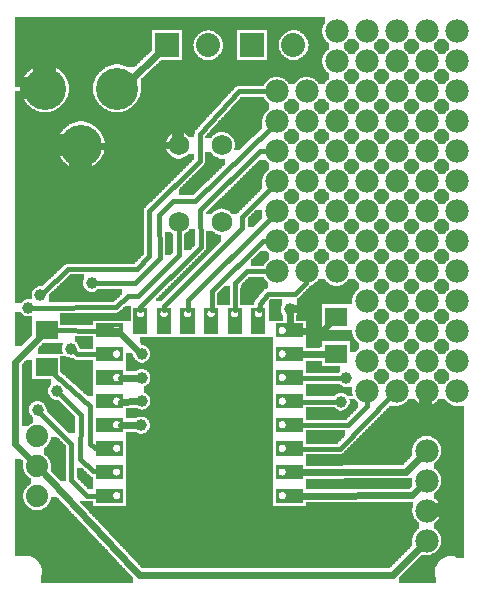
<source format=gbl>
G04 MADE WITH FRITZING*
G04 WWW.FRITZING.ORG*
G04 DOUBLE SIDED*
G04 HOLES PLATED*
G04 CONTOUR ON CENTER OF CONTOUR VECTOR*
%ASAXBY*%
%FSLAX23Y23*%
%MOIN*%
%OFA0B0*%
%SFA1.0B1.0*%
%ADD10C,0.075000*%
%ADD11C,0.068889*%
%ADD12C,0.078000*%
%ADD13C,0.039370*%
%ADD14C,0.074000*%
%ADD15C,0.140000*%
%ADD16C,0.080000*%
%ADD17R,0.080000X0.080000*%
%ADD18R,0.074803X0.062992*%
%ADD19C,0.024000*%
%ADD20C,0.016000*%
%ADD21R,0.001000X0.001000*%
%LNCOPPER0*%
G90*
G70*
G54D10*
X117Y1827D03*
X797Y1582D03*
X1220Y483D03*
X117Y211D03*
X547Y712D03*
G54D11*
X728Y1501D03*
X728Y1245D03*
X584Y1501D03*
X584Y1245D03*
G54D12*
X1411Y1881D03*
X1411Y1781D03*
X1411Y1681D03*
X1411Y1581D03*
X1411Y1481D03*
X1411Y1381D03*
X1411Y1281D03*
X1411Y1181D03*
X1411Y1081D03*
X1411Y981D03*
X1411Y881D03*
X1411Y781D03*
X1411Y681D03*
X1411Y1881D03*
X1411Y1781D03*
X1411Y1681D03*
X1411Y1581D03*
X1411Y1481D03*
X1411Y1381D03*
X1411Y1281D03*
X1411Y1181D03*
X1411Y1081D03*
X1411Y981D03*
X1411Y881D03*
X1411Y781D03*
X1411Y681D03*
X1311Y681D03*
X1311Y781D03*
X1311Y881D03*
X1311Y981D03*
X1311Y1081D03*
X1311Y1181D03*
X1311Y1281D03*
X1311Y1381D03*
X1311Y1481D03*
X1311Y1581D03*
X1311Y1681D03*
X1311Y1781D03*
X1311Y1881D03*
X1411Y1881D03*
X1411Y1781D03*
X1411Y1681D03*
X1411Y1581D03*
X1411Y1481D03*
X1411Y1381D03*
X1411Y1281D03*
X1411Y1181D03*
X1411Y1081D03*
X1411Y981D03*
X1411Y881D03*
X1411Y781D03*
X1411Y681D03*
X1411Y1881D03*
X1411Y1781D03*
X1411Y1681D03*
X1411Y1581D03*
X1411Y1481D03*
X1411Y1381D03*
X1411Y1281D03*
X1411Y1181D03*
X1411Y1081D03*
X1411Y981D03*
X1411Y881D03*
X1411Y781D03*
X1411Y681D03*
X1311Y681D03*
X1311Y781D03*
X1311Y881D03*
X1311Y981D03*
X1311Y1081D03*
X1311Y1181D03*
X1311Y1281D03*
X1311Y1381D03*
X1311Y1481D03*
X1311Y1581D03*
X1311Y1681D03*
X1311Y1781D03*
X1311Y1881D03*
X1211Y1881D03*
X1211Y1781D03*
X1211Y1681D03*
X1211Y1581D03*
X1211Y1481D03*
X1211Y1381D03*
X1211Y1281D03*
X1211Y1181D03*
X1211Y1081D03*
X1211Y981D03*
X1211Y881D03*
X1211Y781D03*
X1211Y681D03*
X1211Y1881D03*
X1211Y1781D03*
X1211Y1681D03*
X1211Y1581D03*
X1211Y1481D03*
X1211Y1381D03*
X1211Y1281D03*
X1211Y1181D03*
X1211Y1081D03*
X1211Y981D03*
X1211Y881D03*
X1211Y781D03*
X1211Y681D03*
X1511Y1881D03*
X1511Y1781D03*
X1511Y1681D03*
X1511Y1581D03*
X1511Y1481D03*
X1511Y1381D03*
X1511Y1281D03*
X1511Y1181D03*
X1511Y1081D03*
X1511Y981D03*
X1511Y881D03*
X1511Y781D03*
X1511Y681D03*
X1511Y1881D03*
X1511Y1781D03*
X1511Y1681D03*
X1511Y1581D03*
X1511Y1481D03*
X1511Y1381D03*
X1511Y1281D03*
X1511Y1181D03*
X1511Y1081D03*
X1511Y981D03*
X1511Y881D03*
X1511Y781D03*
X1511Y681D03*
X1111Y1881D03*
X1111Y1781D03*
X1111Y1681D03*
X1111Y1581D03*
X1111Y1481D03*
X1111Y1381D03*
X1111Y1281D03*
X1111Y1181D03*
X1111Y1081D03*
X1111Y1881D03*
X1111Y1781D03*
X1111Y1681D03*
X1111Y1581D03*
X1111Y1481D03*
X1111Y1381D03*
X1111Y1281D03*
X1111Y1181D03*
X1111Y1081D03*
X1011Y1681D03*
X1011Y1581D03*
X1011Y1481D03*
X1011Y1381D03*
X1011Y1281D03*
X1011Y1181D03*
X1011Y1081D03*
X1011Y1681D03*
X1011Y1581D03*
X1011Y1481D03*
X1011Y1381D03*
X1011Y1281D03*
X1011Y1181D03*
X1011Y1081D03*
X911Y1081D03*
X911Y1181D03*
X911Y1281D03*
X911Y1381D03*
X911Y1481D03*
X911Y1581D03*
X911Y1681D03*
X1011Y1681D03*
X1011Y1581D03*
X1011Y1481D03*
X1011Y1381D03*
X1011Y1281D03*
X1011Y1181D03*
X1011Y1081D03*
X1011Y1681D03*
X1011Y1581D03*
X1011Y1481D03*
X1011Y1381D03*
X1011Y1281D03*
X1011Y1181D03*
X1011Y1081D03*
X911Y1081D03*
X911Y1181D03*
X911Y1281D03*
X911Y1381D03*
X911Y1481D03*
X911Y1581D03*
X911Y1681D03*
G54D13*
X1141Y725D03*
X178Y681D03*
X123Y1001D03*
X224Y823D03*
X294Y1041D03*
X114Y620D03*
X83Y959D03*
G54D12*
X1411Y483D03*
X1411Y383D03*
X1411Y283D03*
X1411Y183D03*
G54D13*
X461Y726D03*
X461Y649D03*
X459Y568D03*
X461Y806D03*
G54D14*
X112Y531D03*
X112Y431D03*
X112Y331D03*
G54D15*
X379Y1690D03*
X139Y1690D03*
X259Y1500D03*
G54D16*
X829Y1835D03*
X967Y1835D03*
X545Y1834D03*
X683Y1834D03*
G54D13*
X1125Y646D03*
X954Y954D03*
G54D17*
X829Y1835D03*
X545Y1834D03*
G54D18*
X1110Y928D03*
X1110Y806D03*
X144Y884D03*
X144Y762D03*
G54D19*
X453Y70D02*
X134Y408D01*
D02*
X1298Y70D02*
X453Y70D01*
D02*
X1390Y162D02*
X1298Y70D01*
G54D20*
D02*
X640Y1316D02*
X567Y1316D01*
D02*
X894Y1563D02*
X640Y1316D01*
D02*
X522Y1124D02*
X438Y1041D01*
D02*
X520Y1269D02*
X522Y1124D01*
D02*
X567Y1316D02*
X520Y1269D01*
D02*
X438Y1041D02*
X308Y1041D01*
D02*
X234Y814D02*
X246Y804D01*
D02*
X246Y804D02*
X316Y804D01*
D02*
X445Y1088D02*
X216Y1088D01*
D02*
X216Y1088D02*
X132Y1010D01*
D02*
X487Y1131D02*
X445Y1088D01*
D02*
X487Y1282D02*
X487Y1131D01*
D02*
X655Y1539D02*
X654Y1448D01*
D02*
X654Y1448D02*
X487Y1282D01*
D02*
X887Y1681D02*
X786Y1681D01*
D02*
X786Y1681D02*
X655Y1539D01*
D02*
X258Y603D02*
X256Y456D01*
D02*
X188Y672D02*
X258Y603D01*
D02*
X256Y456D02*
X300Y414D01*
D02*
X300Y414D02*
X316Y413D01*
D02*
X1128Y725D02*
X993Y725D01*
G54D19*
D02*
X320Y1500D02*
X553Y1501D01*
D02*
X1363Y334D02*
X993Y332D01*
D02*
X1341Y413D02*
X993Y411D01*
D02*
X1390Y462D02*
X1341Y413D01*
D02*
X1390Y362D02*
X1363Y334D01*
D02*
X416Y1711D02*
X522Y1812D01*
D02*
X432Y1720D02*
X416Y1711D01*
D02*
X393Y726D02*
X442Y726D01*
D02*
X393Y647D02*
X442Y648D01*
D02*
X440Y568D02*
X393Y568D01*
G54D20*
D02*
X226Y386D02*
X278Y333D01*
D02*
X278Y333D02*
X316Y332D01*
D02*
X123Y610D02*
X226Y507D01*
D02*
X226Y507D02*
X226Y386D01*
D02*
X416Y998D02*
X374Y961D01*
D02*
X450Y999D02*
X416Y998D01*
D02*
X374Y961D02*
X97Y959D01*
D02*
X584Y1137D02*
X450Y999D01*
D02*
X584Y1219D02*
X584Y1137D01*
G54D19*
D02*
X1062Y882D02*
X1083Y902D01*
D02*
X993Y882D02*
X1062Y882D01*
D02*
X1078Y806D02*
X993Y805D01*
G54D20*
D02*
X1111Y646D02*
X993Y647D01*
G54D19*
D02*
X39Y780D02*
X40Y505D01*
D02*
X40Y505D02*
X91Y453D01*
D02*
X118Y859D02*
X39Y780D01*
D02*
X381Y882D02*
X447Y819D01*
D02*
X354Y883D02*
X381Y882D01*
G54D20*
D02*
X289Y633D02*
X173Y737D01*
D02*
X289Y506D02*
X289Y633D01*
D02*
X315Y486D02*
X289Y506D01*
D02*
X316Y486D02*
X315Y486D01*
D02*
X316Y883D02*
X175Y884D01*
G54D19*
D02*
X954Y935D02*
X954Y901D01*
G54D20*
D02*
X973Y1006D02*
X883Y1006D01*
D02*
X1008Y1043D02*
X973Y1006D01*
D02*
X854Y973D02*
X853Y953D01*
D02*
X883Y1006D02*
X854Y973D01*
D02*
X1009Y1056D02*
X1008Y1043D01*
D02*
X773Y1043D02*
X773Y953D01*
D02*
X813Y1081D02*
X773Y1043D01*
D02*
X887Y1081D02*
X813Y1081D01*
D02*
X864Y1181D02*
X887Y1181D01*
D02*
X694Y953D02*
X694Y1014D01*
D02*
X694Y1014D02*
X864Y1181D01*
D02*
X615Y985D02*
X894Y1263D01*
D02*
X615Y953D02*
X615Y985D01*
D02*
X796Y1227D02*
X795Y1263D01*
D02*
X795Y1263D02*
X894Y1363D01*
D02*
X536Y967D02*
X796Y1227D01*
D02*
X536Y953D02*
X536Y967D01*
D02*
X456Y961D02*
X658Y1163D01*
D02*
X658Y1163D02*
X657Y1284D01*
D02*
X857Y1481D02*
X887Y1481D01*
D02*
X657Y1284D02*
X857Y1481D01*
D02*
X457Y953D02*
X456Y961D01*
D02*
X1121Y489D02*
X993Y489D01*
D02*
X1293Y664D02*
X1121Y489D01*
D02*
X1212Y657D02*
X1213Y632D01*
D02*
X1149Y568D02*
X993Y568D01*
D02*
X1213Y632D02*
X1149Y568D01*
G36*
X1350Y1857D02*
X1350Y1853D01*
X1348Y1853D01*
X1348Y1851D01*
X1346Y1851D01*
X1346Y1849D01*
X1344Y1849D01*
X1344Y1847D01*
X1342Y1847D01*
X1342Y1845D01*
X1340Y1845D01*
X1340Y1843D01*
X1338Y1843D01*
X1338Y1841D01*
X1336Y1841D01*
X1336Y1821D01*
X1338Y1821D01*
X1338Y1819D01*
X1340Y1819D01*
X1340Y1817D01*
X1344Y1817D01*
X1344Y1815D01*
X1346Y1815D01*
X1346Y1811D01*
X1348Y1811D01*
X1348Y1809D01*
X1350Y1809D01*
X1350Y1807D01*
X1372Y1807D01*
X1372Y1811D01*
X1374Y1811D01*
X1374Y1813D01*
X1376Y1813D01*
X1376Y1815D01*
X1378Y1815D01*
X1378Y1817D01*
X1380Y1817D01*
X1380Y1819D01*
X1382Y1819D01*
X1382Y1821D01*
X1386Y1821D01*
X1386Y1841D01*
X1384Y1841D01*
X1384Y1843D01*
X1382Y1843D01*
X1382Y1845D01*
X1380Y1845D01*
X1380Y1847D01*
X1378Y1847D01*
X1378Y1849D01*
X1376Y1849D01*
X1376Y1851D01*
X1374Y1851D01*
X1374Y1853D01*
X1372Y1853D01*
X1372Y1855D01*
X1370Y1855D01*
X1370Y1857D01*
X1350Y1857D01*
G37*
D02*
G36*
X1450Y1857D02*
X1450Y1853D01*
X1448Y1853D01*
X1448Y1851D01*
X1446Y1851D01*
X1446Y1849D01*
X1444Y1849D01*
X1444Y1847D01*
X1442Y1847D01*
X1442Y1845D01*
X1440Y1845D01*
X1440Y1843D01*
X1438Y1843D01*
X1438Y1841D01*
X1436Y1841D01*
X1436Y1821D01*
X1438Y1821D01*
X1438Y1819D01*
X1440Y1819D01*
X1440Y1817D01*
X1444Y1817D01*
X1444Y1815D01*
X1446Y1815D01*
X1446Y1811D01*
X1448Y1811D01*
X1448Y1809D01*
X1450Y1809D01*
X1450Y1807D01*
X1472Y1807D01*
X1472Y1809D01*
X1474Y1809D01*
X1474Y1811D01*
X1476Y1811D01*
X1476Y1815D01*
X1478Y1815D01*
X1478Y1817D01*
X1482Y1817D01*
X1482Y1819D01*
X1484Y1819D01*
X1484Y1821D01*
X1486Y1821D01*
X1486Y1841D01*
X1484Y1841D01*
X1484Y1843D01*
X1482Y1843D01*
X1482Y1845D01*
X1480Y1845D01*
X1480Y1847D01*
X1478Y1847D01*
X1478Y1849D01*
X1476Y1849D01*
X1476Y1851D01*
X1474Y1851D01*
X1474Y1853D01*
X1472Y1853D01*
X1472Y1855D01*
X1470Y1855D01*
X1470Y1857D01*
X1450Y1857D01*
G37*
D02*
G36*
X1150Y1855D02*
X1150Y1853D01*
X1148Y1853D01*
X1148Y1851D01*
X1146Y1851D01*
X1146Y1849D01*
X1144Y1849D01*
X1144Y1847D01*
X1142Y1847D01*
X1142Y1845D01*
X1140Y1845D01*
X1140Y1843D01*
X1138Y1843D01*
X1138Y1841D01*
X1136Y1841D01*
X1136Y1821D01*
X1138Y1821D01*
X1138Y1819D01*
X1140Y1819D01*
X1140Y1817D01*
X1144Y1817D01*
X1144Y1815D01*
X1146Y1815D01*
X1146Y1811D01*
X1148Y1811D01*
X1148Y1809D01*
X1150Y1809D01*
X1150Y1807D01*
X1172Y1807D01*
X1172Y1811D01*
X1174Y1811D01*
X1174Y1813D01*
X1176Y1813D01*
X1176Y1815D01*
X1178Y1815D01*
X1178Y1817D01*
X1180Y1817D01*
X1180Y1819D01*
X1182Y1819D01*
X1182Y1821D01*
X1186Y1821D01*
X1186Y1841D01*
X1184Y1841D01*
X1184Y1843D01*
X1182Y1843D01*
X1182Y1845D01*
X1180Y1845D01*
X1180Y1847D01*
X1178Y1847D01*
X1178Y1849D01*
X1176Y1849D01*
X1176Y1851D01*
X1174Y1851D01*
X1174Y1853D01*
X1172Y1853D01*
X1172Y1855D01*
X1150Y1855D01*
G37*
D02*
G36*
X1250Y1855D02*
X1250Y1853D01*
X1248Y1853D01*
X1248Y1851D01*
X1246Y1851D01*
X1246Y1849D01*
X1244Y1849D01*
X1244Y1847D01*
X1242Y1847D01*
X1242Y1845D01*
X1240Y1845D01*
X1240Y1843D01*
X1238Y1843D01*
X1238Y1841D01*
X1236Y1841D01*
X1236Y1821D01*
X1240Y1821D01*
X1240Y1819D01*
X1242Y1819D01*
X1242Y1817D01*
X1244Y1817D01*
X1244Y1815D01*
X1246Y1815D01*
X1246Y1813D01*
X1248Y1813D01*
X1248Y1811D01*
X1250Y1811D01*
X1250Y1807D01*
X1272Y1807D01*
X1272Y1811D01*
X1274Y1811D01*
X1274Y1813D01*
X1276Y1813D01*
X1276Y1815D01*
X1278Y1815D01*
X1278Y1817D01*
X1280Y1817D01*
X1280Y1819D01*
X1282Y1819D01*
X1282Y1821D01*
X1286Y1821D01*
X1286Y1841D01*
X1284Y1841D01*
X1284Y1843D01*
X1282Y1843D01*
X1282Y1845D01*
X1280Y1845D01*
X1280Y1847D01*
X1278Y1847D01*
X1278Y1849D01*
X1276Y1849D01*
X1276Y1851D01*
X1274Y1851D01*
X1274Y1853D01*
X1272Y1853D01*
X1272Y1855D01*
X1250Y1855D01*
G37*
D02*
G36*
X1350Y1757D02*
X1350Y1753D01*
X1348Y1753D01*
X1348Y1751D01*
X1346Y1751D01*
X1346Y1749D01*
X1344Y1749D01*
X1344Y1747D01*
X1342Y1747D01*
X1342Y1745D01*
X1340Y1745D01*
X1340Y1743D01*
X1338Y1743D01*
X1338Y1741D01*
X1336Y1741D01*
X1336Y1721D01*
X1338Y1721D01*
X1338Y1719D01*
X1340Y1719D01*
X1340Y1717D01*
X1344Y1717D01*
X1344Y1715D01*
X1346Y1715D01*
X1346Y1711D01*
X1348Y1711D01*
X1348Y1709D01*
X1350Y1709D01*
X1350Y1707D01*
X1372Y1707D01*
X1372Y1711D01*
X1374Y1711D01*
X1374Y1713D01*
X1376Y1713D01*
X1376Y1715D01*
X1378Y1715D01*
X1378Y1717D01*
X1380Y1717D01*
X1380Y1719D01*
X1382Y1719D01*
X1382Y1721D01*
X1386Y1721D01*
X1386Y1741D01*
X1384Y1741D01*
X1384Y1743D01*
X1382Y1743D01*
X1382Y1745D01*
X1380Y1745D01*
X1380Y1747D01*
X1378Y1747D01*
X1378Y1749D01*
X1376Y1749D01*
X1376Y1751D01*
X1374Y1751D01*
X1374Y1753D01*
X1372Y1753D01*
X1372Y1755D01*
X1370Y1755D01*
X1370Y1757D01*
X1350Y1757D01*
G37*
D02*
G36*
X1450Y1757D02*
X1450Y1753D01*
X1448Y1753D01*
X1448Y1751D01*
X1446Y1751D01*
X1446Y1749D01*
X1444Y1749D01*
X1444Y1747D01*
X1442Y1747D01*
X1442Y1745D01*
X1440Y1745D01*
X1440Y1743D01*
X1438Y1743D01*
X1438Y1741D01*
X1436Y1741D01*
X1436Y1721D01*
X1438Y1721D01*
X1438Y1719D01*
X1440Y1719D01*
X1440Y1717D01*
X1444Y1717D01*
X1444Y1715D01*
X1446Y1715D01*
X1446Y1711D01*
X1448Y1711D01*
X1448Y1709D01*
X1450Y1709D01*
X1450Y1707D01*
X1472Y1707D01*
X1472Y1709D01*
X1474Y1709D01*
X1474Y1711D01*
X1476Y1711D01*
X1476Y1715D01*
X1478Y1715D01*
X1478Y1717D01*
X1482Y1717D01*
X1482Y1719D01*
X1484Y1719D01*
X1484Y1721D01*
X1486Y1721D01*
X1486Y1741D01*
X1484Y1741D01*
X1484Y1743D01*
X1482Y1743D01*
X1482Y1745D01*
X1480Y1745D01*
X1480Y1747D01*
X1478Y1747D01*
X1478Y1749D01*
X1476Y1749D01*
X1476Y1751D01*
X1474Y1751D01*
X1474Y1753D01*
X1472Y1753D01*
X1472Y1755D01*
X1470Y1755D01*
X1470Y1757D01*
X1450Y1757D01*
G37*
D02*
G36*
X1150Y1755D02*
X1150Y1753D01*
X1148Y1753D01*
X1148Y1751D01*
X1146Y1751D01*
X1146Y1749D01*
X1144Y1749D01*
X1144Y1747D01*
X1142Y1747D01*
X1142Y1745D01*
X1140Y1745D01*
X1140Y1743D01*
X1138Y1743D01*
X1138Y1741D01*
X1136Y1741D01*
X1136Y1721D01*
X1138Y1721D01*
X1138Y1719D01*
X1140Y1719D01*
X1140Y1717D01*
X1144Y1717D01*
X1144Y1715D01*
X1146Y1715D01*
X1146Y1711D01*
X1148Y1711D01*
X1148Y1709D01*
X1150Y1709D01*
X1150Y1707D01*
X1172Y1707D01*
X1172Y1711D01*
X1174Y1711D01*
X1174Y1713D01*
X1176Y1713D01*
X1176Y1715D01*
X1178Y1715D01*
X1178Y1717D01*
X1180Y1717D01*
X1180Y1719D01*
X1182Y1719D01*
X1182Y1721D01*
X1186Y1721D01*
X1186Y1741D01*
X1184Y1741D01*
X1184Y1743D01*
X1182Y1743D01*
X1182Y1745D01*
X1180Y1745D01*
X1180Y1747D01*
X1178Y1747D01*
X1178Y1749D01*
X1176Y1749D01*
X1176Y1751D01*
X1174Y1751D01*
X1174Y1753D01*
X1172Y1753D01*
X1172Y1755D01*
X1150Y1755D01*
G37*
D02*
G36*
X1250Y1755D02*
X1250Y1753D01*
X1248Y1753D01*
X1248Y1751D01*
X1246Y1751D01*
X1246Y1749D01*
X1244Y1749D01*
X1244Y1747D01*
X1242Y1747D01*
X1242Y1745D01*
X1240Y1745D01*
X1240Y1743D01*
X1238Y1743D01*
X1238Y1741D01*
X1236Y1741D01*
X1236Y1721D01*
X1240Y1721D01*
X1240Y1719D01*
X1242Y1719D01*
X1242Y1717D01*
X1244Y1717D01*
X1244Y1715D01*
X1246Y1715D01*
X1246Y1713D01*
X1248Y1713D01*
X1248Y1711D01*
X1250Y1711D01*
X1250Y1707D01*
X1272Y1707D01*
X1272Y1711D01*
X1274Y1711D01*
X1274Y1713D01*
X1276Y1713D01*
X1276Y1715D01*
X1278Y1715D01*
X1278Y1717D01*
X1280Y1717D01*
X1280Y1719D01*
X1282Y1719D01*
X1282Y1721D01*
X1286Y1721D01*
X1286Y1741D01*
X1284Y1741D01*
X1284Y1743D01*
X1282Y1743D01*
X1282Y1745D01*
X1280Y1745D01*
X1280Y1747D01*
X1278Y1747D01*
X1278Y1749D01*
X1276Y1749D01*
X1276Y1751D01*
X1274Y1751D01*
X1274Y1753D01*
X1272Y1753D01*
X1272Y1755D01*
X1250Y1755D01*
G37*
D02*
G36*
X40Y1929D02*
X40Y1885D01*
X978Y1885D01*
X978Y1883D01*
X984Y1883D01*
X984Y1881D01*
X988Y1881D01*
X988Y1879D01*
X990Y1879D01*
X990Y1877D01*
X994Y1877D01*
X994Y1875D01*
X996Y1875D01*
X996Y1873D01*
X998Y1873D01*
X998Y1871D01*
X1002Y1871D01*
X1002Y1867D01*
X1004Y1867D01*
X1004Y1865D01*
X1006Y1865D01*
X1006Y1863D01*
X1008Y1863D01*
X1008Y1861D01*
X1010Y1861D01*
X1010Y1857D01*
X1012Y1857D01*
X1012Y1853D01*
X1014Y1853D01*
X1014Y1849D01*
X1016Y1849D01*
X1016Y1839D01*
X1018Y1839D01*
X1018Y1833D01*
X1016Y1833D01*
X1016Y1823D01*
X1014Y1823D01*
X1014Y1817D01*
X1012Y1817D01*
X1012Y1813D01*
X1010Y1813D01*
X1010Y1811D01*
X1008Y1811D01*
X1008Y1807D01*
X1006Y1807D01*
X1006Y1805D01*
X1004Y1805D01*
X1004Y1803D01*
X1002Y1803D01*
X1002Y1801D01*
X1000Y1801D01*
X1000Y1799D01*
X998Y1799D01*
X998Y1797D01*
X996Y1797D01*
X996Y1795D01*
X992Y1795D01*
X992Y1793D01*
X990Y1793D01*
X990Y1791D01*
X986Y1791D01*
X986Y1789D01*
X982Y1789D01*
X982Y1787D01*
X974Y1787D01*
X974Y1785D01*
X1062Y1785D01*
X1062Y1791D01*
X1064Y1791D01*
X1064Y1797D01*
X1066Y1797D01*
X1066Y1801D01*
X1068Y1801D01*
X1068Y1805D01*
X1070Y1805D01*
X1070Y1807D01*
X1072Y1807D01*
X1072Y1811D01*
X1074Y1811D01*
X1074Y1813D01*
X1076Y1813D01*
X1076Y1815D01*
X1078Y1815D01*
X1078Y1817D01*
X1080Y1817D01*
X1080Y1819D01*
X1084Y1819D01*
X1084Y1821D01*
X1086Y1821D01*
X1086Y1841D01*
X1084Y1841D01*
X1084Y1843D01*
X1082Y1843D01*
X1082Y1845D01*
X1080Y1845D01*
X1080Y1847D01*
X1076Y1847D01*
X1076Y1851D01*
X1074Y1851D01*
X1074Y1853D01*
X1072Y1853D01*
X1072Y1855D01*
X1070Y1855D01*
X1070Y1859D01*
X1068Y1859D01*
X1068Y1861D01*
X1066Y1861D01*
X1066Y1865D01*
X1064Y1865D01*
X1064Y1871D01*
X1062Y1871D01*
X1062Y1891D01*
X1064Y1891D01*
X1064Y1897D01*
X1066Y1897D01*
X1066Y1901D01*
X1068Y1901D01*
X1068Y1905D01*
X1070Y1905D01*
X1070Y1907D01*
X1072Y1907D01*
X1072Y1929D01*
X40Y1929D01*
G37*
D02*
G36*
X40Y1885D02*
X40Y1771D01*
X388Y1771D01*
X388Y1769D01*
X398Y1769D01*
X398Y1767D01*
X404Y1767D01*
X404Y1765D01*
X408Y1765D01*
X408Y1763D01*
X412Y1763D01*
X412Y1761D01*
X436Y1761D01*
X436Y1763D01*
X440Y1763D01*
X440Y1765D01*
X442Y1765D01*
X442Y1767D01*
X444Y1767D01*
X444Y1769D01*
X446Y1769D01*
X446Y1771D01*
X448Y1771D01*
X448Y1773D01*
X450Y1773D01*
X450Y1775D01*
X452Y1775D01*
X452Y1777D01*
X454Y1777D01*
X454Y1779D01*
X456Y1779D01*
X456Y1781D01*
X458Y1781D01*
X458Y1783D01*
X460Y1783D01*
X460Y1785D01*
X462Y1785D01*
X462Y1787D01*
X464Y1787D01*
X464Y1789D01*
X466Y1789D01*
X466Y1791D01*
X468Y1791D01*
X468Y1793D01*
X470Y1793D01*
X470Y1795D01*
X472Y1795D01*
X472Y1797D01*
X474Y1797D01*
X474Y1799D01*
X476Y1799D01*
X476Y1801D01*
X478Y1801D01*
X478Y1803D01*
X482Y1803D01*
X482Y1805D01*
X484Y1805D01*
X484Y1807D01*
X486Y1807D01*
X486Y1809D01*
X488Y1809D01*
X488Y1811D01*
X490Y1811D01*
X490Y1813D01*
X492Y1813D01*
X492Y1815D01*
X494Y1815D01*
X494Y1883D01*
X496Y1883D01*
X496Y1885D01*
X40Y1885D01*
G37*
D02*
G36*
X594Y1885D02*
X594Y1785D01*
X672Y1785D01*
X672Y1787D01*
X666Y1787D01*
X666Y1789D01*
X662Y1789D01*
X662Y1791D01*
X658Y1791D01*
X658Y1793D01*
X656Y1793D01*
X656Y1795D01*
X654Y1795D01*
X654Y1797D01*
X650Y1797D01*
X650Y1799D01*
X648Y1799D01*
X648Y1801D01*
X646Y1801D01*
X646Y1805D01*
X644Y1805D01*
X644Y1807D01*
X642Y1807D01*
X642Y1809D01*
X640Y1809D01*
X640Y1813D01*
X638Y1813D01*
X638Y1817D01*
X636Y1817D01*
X636Y1821D01*
X634Y1821D01*
X634Y1831D01*
X632Y1831D01*
X632Y1839D01*
X634Y1839D01*
X634Y1847D01*
X636Y1847D01*
X636Y1853D01*
X638Y1853D01*
X638Y1857D01*
X640Y1857D01*
X640Y1859D01*
X642Y1859D01*
X642Y1863D01*
X644Y1863D01*
X644Y1865D01*
X646Y1865D01*
X646Y1867D01*
X648Y1867D01*
X648Y1869D01*
X650Y1869D01*
X650Y1871D01*
X652Y1871D01*
X652Y1873D01*
X654Y1873D01*
X654Y1875D01*
X658Y1875D01*
X658Y1877D01*
X660Y1877D01*
X660Y1879D01*
X664Y1879D01*
X664Y1881D01*
X670Y1881D01*
X670Y1883D01*
X678Y1883D01*
X678Y1885D01*
X594Y1885D01*
G37*
D02*
G36*
X688Y1885D02*
X688Y1883D01*
X696Y1883D01*
X696Y1881D01*
X702Y1881D01*
X702Y1879D01*
X704Y1879D01*
X704Y1877D01*
X708Y1877D01*
X708Y1875D01*
X710Y1875D01*
X710Y1873D01*
X714Y1873D01*
X714Y1871D01*
X716Y1871D01*
X716Y1869D01*
X718Y1869D01*
X718Y1867D01*
X720Y1867D01*
X720Y1865D01*
X722Y1865D01*
X722Y1861D01*
X724Y1861D01*
X724Y1859D01*
X726Y1859D01*
X726Y1855D01*
X728Y1855D01*
X728Y1851D01*
X730Y1851D01*
X730Y1845D01*
X732Y1845D01*
X732Y1823D01*
X730Y1823D01*
X730Y1817D01*
X728Y1817D01*
X728Y1813D01*
X726Y1813D01*
X726Y1811D01*
X724Y1811D01*
X724Y1807D01*
X722Y1807D01*
X722Y1805D01*
X720Y1805D01*
X720Y1803D01*
X718Y1803D01*
X718Y1801D01*
X716Y1801D01*
X716Y1799D01*
X714Y1799D01*
X714Y1797D01*
X712Y1797D01*
X712Y1795D01*
X710Y1795D01*
X710Y1793D01*
X706Y1793D01*
X706Y1791D01*
X704Y1791D01*
X704Y1789D01*
X700Y1789D01*
X700Y1787D01*
X694Y1787D01*
X694Y1785D01*
X780Y1785D01*
X780Y1885D01*
X688Y1885D01*
G37*
D02*
G36*
X880Y1885D02*
X880Y1785D01*
X960Y1785D01*
X960Y1787D01*
X952Y1787D01*
X952Y1789D01*
X948Y1789D01*
X948Y1791D01*
X944Y1791D01*
X944Y1793D01*
X942Y1793D01*
X942Y1795D01*
X938Y1795D01*
X938Y1797D01*
X936Y1797D01*
X936Y1799D01*
X934Y1799D01*
X934Y1801D01*
X932Y1801D01*
X932Y1803D01*
X930Y1803D01*
X930Y1805D01*
X928Y1805D01*
X928Y1807D01*
X926Y1807D01*
X926Y1811D01*
X924Y1811D01*
X924Y1815D01*
X922Y1815D01*
X922Y1819D01*
X920Y1819D01*
X920Y1823D01*
X918Y1823D01*
X918Y1847D01*
X920Y1847D01*
X920Y1853D01*
X922Y1853D01*
X922Y1857D01*
X924Y1857D01*
X924Y1859D01*
X926Y1859D01*
X926Y1863D01*
X928Y1863D01*
X928Y1865D01*
X930Y1865D01*
X930Y1867D01*
X932Y1867D01*
X932Y1869D01*
X934Y1869D01*
X934Y1871D01*
X936Y1871D01*
X936Y1873D01*
X938Y1873D01*
X938Y1875D01*
X940Y1875D01*
X940Y1877D01*
X944Y1877D01*
X944Y1879D01*
X948Y1879D01*
X948Y1881D01*
X952Y1881D01*
X952Y1883D01*
X958Y1883D01*
X958Y1885D01*
X880Y1885D01*
G37*
D02*
G36*
X524Y1785D02*
X524Y1783D01*
X1062Y1783D01*
X1062Y1785D01*
X524Y1785D01*
G37*
D02*
G36*
X524Y1785D02*
X524Y1783D01*
X1062Y1783D01*
X1062Y1785D01*
X524Y1785D01*
G37*
D02*
G36*
X524Y1785D02*
X524Y1783D01*
X1062Y1783D01*
X1062Y1785D01*
X524Y1785D01*
G37*
D02*
G36*
X524Y1785D02*
X524Y1783D01*
X1062Y1783D01*
X1062Y1785D01*
X524Y1785D01*
G37*
D02*
G36*
X522Y1783D02*
X522Y1781D01*
X520Y1781D01*
X520Y1779D01*
X518Y1779D01*
X518Y1777D01*
X516Y1777D01*
X516Y1775D01*
X514Y1775D01*
X514Y1773D01*
X512Y1773D01*
X512Y1771D01*
X510Y1771D01*
X510Y1769D01*
X508Y1769D01*
X508Y1767D01*
X504Y1767D01*
X504Y1765D01*
X502Y1765D01*
X502Y1763D01*
X500Y1763D01*
X500Y1761D01*
X498Y1761D01*
X498Y1759D01*
X496Y1759D01*
X496Y1757D01*
X494Y1757D01*
X494Y1755D01*
X492Y1755D01*
X492Y1753D01*
X490Y1753D01*
X490Y1751D01*
X488Y1751D01*
X488Y1749D01*
X486Y1749D01*
X486Y1747D01*
X484Y1747D01*
X484Y1745D01*
X482Y1745D01*
X482Y1743D01*
X480Y1743D01*
X480Y1741D01*
X478Y1741D01*
X478Y1739D01*
X476Y1739D01*
X476Y1737D01*
X474Y1737D01*
X474Y1735D01*
X472Y1735D01*
X472Y1733D01*
X470Y1733D01*
X470Y1731D01*
X468Y1731D01*
X468Y1729D01*
X1022Y1729D01*
X1022Y1727D01*
X1028Y1727D01*
X1028Y1725D01*
X1032Y1725D01*
X1032Y1723D01*
X1036Y1723D01*
X1036Y1721D01*
X1038Y1721D01*
X1038Y1719D01*
X1040Y1719D01*
X1040Y1717D01*
X1044Y1717D01*
X1044Y1715D01*
X1046Y1715D01*
X1046Y1713D01*
X1048Y1713D01*
X1048Y1709D01*
X1050Y1709D01*
X1050Y1707D01*
X1072Y1707D01*
X1072Y1711D01*
X1074Y1711D01*
X1074Y1713D01*
X1076Y1713D01*
X1076Y1715D01*
X1078Y1715D01*
X1078Y1717D01*
X1080Y1717D01*
X1080Y1719D01*
X1084Y1719D01*
X1084Y1721D01*
X1086Y1721D01*
X1086Y1741D01*
X1084Y1741D01*
X1084Y1743D01*
X1082Y1743D01*
X1082Y1745D01*
X1080Y1745D01*
X1080Y1747D01*
X1076Y1747D01*
X1076Y1751D01*
X1074Y1751D01*
X1074Y1753D01*
X1072Y1753D01*
X1072Y1755D01*
X1070Y1755D01*
X1070Y1759D01*
X1068Y1759D01*
X1068Y1761D01*
X1066Y1761D01*
X1066Y1765D01*
X1064Y1765D01*
X1064Y1771D01*
X1062Y1771D01*
X1062Y1783D01*
X522Y1783D01*
G37*
D02*
G36*
X40Y1771D02*
X40Y1697D01*
X60Y1697D01*
X60Y1709D01*
X62Y1709D01*
X62Y1715D01*
X64Y1715D01*
X64Y1721D01*
X66Y1721D01*
X66Y1725D01*
X68Y1725D01*
X68Y1727D01*
X70Y1727D01*
X70Y1731D01*
X72Y1731D01*
X72Y1735D01*
X74Y1735D01*
X74Y1737D01*
X76Y1737D01*
X76Y1739D01*
X78Y1739D01*
X78Y1741D01*
X80Y1741D01*
X80Y1745D01*
X82Y1745D01*
X82Y1747D01*
X84Y1747D01*
X84Y1749D01*
X88Y1749D01*
X88Y1751D01*
X90Y1751D01*
X90Y1753D01*
X92Y1753D01*
X92Y1755D01*
X94Y1755D01*
X94Y1757D01*
X98Y1757D01*
X98Y1759D01*
X100Y1759D01*
X100Y1761D01*
X104Y1761D01*
X104Y1763D01*
X108Y1763D01*
X108Y1765D01*
X114Y1765D01*
X114Y1767D01*
X120Y1767D01*
X120Y1769D01*
X130Y1769D01*
X130Y1771D01*
X40Y1771D01*
G37*
D02*
G36*
X148Y1771D02*
X148Y1769D01*
X158Y1769D01*
X158Y1767D01*
X164Y1767D01*
X164Y1765D01*
X168Y1765D01*
X168Y1763D01*
X172Y1763D01*
X172Y1761D01*
X176Y1761D01*
X176Y1759D01*
X180Y1759D01*
X180Y1757D01*
X182Y1757D01*
X182Y1755D01*
X186Y1755D01*
X186Y1753D01*
X188Y1753D01*
X188Y1751D01*
X190Y1751D01*
X190Y1749D01*
X192Y1749D01*
X192Y1747D01*
X194Y1747D01*
X194Y1745D01*
X196Y1745D01*
X196Y1743D01*
X198Y1743D01*
X198Y1741D01*
X200Y1741D01*
X200Y1739D01*
X202Y1739D01*
X202Y1735D01*
X204Y1735D01*
X204Y1733D01*
X206Y1733D01*
X206Y1729D01*
X208Y1729D01*
X208Y1727D01*
X210Y1727D01*
X210Y1723D01*
X212Y1723D01*
X212Y1717D01*
X214Y1717D01*
X214Y1713D01*
X216Y1713D01*
X216Y1705D01*
X218Y1705D01*
X218Y1677D01*
X216Y1677D01*
X216Y1669D01*
X214Y1669D01*
X214Y1663D01*
X212Y1663D01*
X212Y1659D01*
X210Y1659D01*
X210Y1655D01*
X208Y1655D01*
X208Y1651D01*
X206Y1651D01*
X206Y1649D01*
X204Y1649D01*
X204Y1645D01*
X202Y1645D01*
X202Y1643D01*
X200Y1643D01*
X200Y1641D01*
X198Y1641D01*
X198Y1639D01*
X196Y1639D01*
X196Y1637D01*
X194Y1637D01*
X194Y1635D01*
X192Y1635D01*
X192Y1633D01*
X190Y1633D01*
X190Y1631D01*
X188Y1631D01*
X188Y1629D01*
X186Y1629D01*
X186Y1627D01*
X184Y1627D01*
X184Y1625D01*
X180Y1625D01*
X180Y1623D01*
X178Y1623D01*
X178Y1621D01*
X174Y1621D01*
X174Y1619D01*
X170Y1619D01*
X170Y1617D01*
X166Y1617D01*
X166Y1615D01*
X160Y1615D01*
X160Y1613D01*
X152Y1613D01*
X152Y1611D01*
X366Y1611D01*
X366Y1613D01*
X358Y1613D01*
X358Y1615D01*
X352Y1615D01*
X352Y1617D01*
X348Y1617D01*
X348Y1619D01*
X344Y1619D01*
X344Y1621D01*
X340Y1621D01*
X340Y1623D01*
X336Y1623D01*
X336Y1625D01*
X334Y1625D01*
X334Y1627D01*
X332Y1627D01*
X332Y1629D01*
X328Y1629D01*
X328Y1631D01*
X326Y1631D01*
X326Y1633D01*
X324Y1633D01*
X324Y1635D01*
X322Y1635D01*
X322Y1637D01*
X320Y1637D01*
X320Y1639D01*
X318Y1639D01*
X318Y1641D01*
X316Y1641D01*
X316Y1645D01*
X314Y1645D01*
X314Y1647D01*
X312Y1647D01*
X312Y1651D01*
X310Y1651D01*
X310Y1653D01*
X308Y1653D01*
X308Y1657D01*
X306Y1657D01*
X306Y1661D01*
X304Y1661D01*
X304Y1667D01*
X302Y1667D01*
X302Y1673D01*
X300Y1673D01*
X300Y1683D01*
X298Y1683D01*
X298Y1697D01*
X300Y1697D01*
X300Y1709D01*
X302Y1709D01*
X302Y1715D01*
X304Y1715D01*
X304Y1721D01*
X306Y1721D01*
X306Y1725D01*
X308Y1725D01*
X308Y1727D01*
X310Y1727D01*
X310Y1731D01*
X312Y1731D01*
X312Y1735D01*
X314Y1735D01*
X314Y1737D01*
X316Y1737D01*
X316Y1739D01*
X318Y1739D01*
X318Y1741D01*
X320Y1741D01*
X320Y1745D01*
X322Y1745D01*
X322Y1747D01*
X324Y1747D01*
X324Y1749D01*
X328Y1749D01*
X328Y1751D01*
X330Y1751D01*
X330Y1753D01*
X332Y1753D01*
X332Y1755D01*
X334Y1755D01*
X334Y1757D01*
X338Y1757D01*
X338Y1759D01*
X340Y1759D01*
X340Y1761D01*
X344Y1761D01*
X344Y1763D01*
X348Y1763D01*
X348Y1765D01*
X354Y1765D01*
X354Y1767D01*
X360Y1767D01*
X360Y1769D01*
X370Y1769D01*
X370Y1771D01*
X148Y1771D01*
G37*
D02*
G36*
X466Y1729D02*
X466Y1727D01*
X462Y1727D01*
X462Y1725D01*
X460Y1725D01*
X460Y1723D01*
X458Y1723D01*
X458Y1677D01*
X456Y1677D01*
X456Y1669D01*
X454Y1669D01*
X454Y1663D01*
X452Y1663D01*
X452Y1659D01*
X450Y1659D01*
X450Y1655D01*
X448Y1655D01*
X448Y1651D01*
X446Y1651D01*
X446Y1649D01*
X444Y1649D01*
X444Y1645D01*
X442Y1645D01*
X442Y1643D01*
X440Y1643D01*
X440Y1641D01*
X438Y1641D01*
X438Y1639D01*
X436Y1639D01*
X436Y1637D01*
X434Y1637D01*
X434Y1635D01*
X432Y1635D01*
X432Y1633D01*
X430Y1633D01*
X430Y1631D01*
X428Y1631D01*
X428Y1629D01*
X426Y1629D01*
X426Y1627D01*
X424Y1627D01*
X424Y1625D01*
X420Y1625D01*
X420Y1623D01*
X418Y1623D01*
X418Y1621D01*
X414Y1621D01*
X414Y1619D01*
X410Y1619D01*
X410Y1617D01*
X406Y1617D01*
X406Y1615D01*
X400Y1615D01*
X400Y1613D01*
X392Y1613D01*
X392Y1611D01*
X698Y1611D01*
X698Y1613D01*
X700Y1613D01*
X700Y1617D01*
X702Y1617D01*
X702Y1619D01*
X704Y1619D01*
X704Y1621D01*
X706Y1621D01*
X706Y1623D01*
X708Y1623D01*
X708Y1625D01*
X710Y1625D01*
X710Y1627D01*
X712Y1627D01*
X712Y1629D01*
X714Y1629D01*
X714Y1631D01*
X716Y1631D01*
X716Y1633D01*
X718Y1633D01*
X718Y1635D01*
X720Y1635D01*
X720Y1637D01*
X722Y1637D01*
X722Y1639D01*
X724Y1639D01*
X724Y1643D01*
X726Y1643D01*
X726Y1645D01*
X728Y1645D01*
X728Y1647D01*
X730Y1647D01*
X730Y1649D01*
X732Y1649D01*
X732Y1651D01*
X734Y1651D01*
X734Y1653D01*
X736Y1653D01*
X736Y1655D01*
X738Y1655D01*
X738Y1657D01*
X740Y1657D01*
X740Y1659D01*
X742Y1659D01*
X742Y1661D01*
X744Y1661D01*
X744Y1663D01*
X746Y1663D01*
X746Y1665D01*
X748Y1665D01*
X748Y1669D01*
X750Y1669D01*
X750Y1671D01*
X752Y1671D01*
X752Y1673D01*
X754Y1673D01*
X754Y1675D01*
X756Y1675D01*
X756Y1677D01*
X758Y1677D01*
X758Y1679D01*
X760Y1679D01*
X760Y1681D01*
X762Y1681D01*
X762Y1683D01*
X764Y1683D01*
X764Y1685D01*
X766Y1685D01*
X766Y1687D01*
X768Y1687D01*
X768Y1689D01*
X770Y1689D01*
X770Y1693D01*
X772Y1693D01*
X772Y1695D01*
X776Y1695D01*
X776Y1697D01*
X778Y1697D01*
X778Y1699D01*
X868Y1699D01*
X868Y1703D01*
X870Y1703D01*
X870Y1707D01*
X872Y1707D01*
X872Y1709D01*
X874Y1709D01*
X874Y1711D01*
X876Y1711D01*
X876Y1713D01*
X878Y1713D01*
X878Y1715D01*
X880Y1715D01*
X880Y1717D01*
X882Y1717D01*
X882Y1719D01*
X884Y1719D01*
X884Y1721D01*
X886Y1721D01*
X886Y1723D01*
X890Y1723D01*
X890Y1725D01*
X894Y1725D01*
X894Y1727D01*
X900Y1727D01*
X900Y1729D01*
X466Y1729D01*
G37*
D02*
G36*
X922Y1729D02*
X922Y1727D01*
X928Y1727D01*
X928Y1725D01*
X932Y1725D01*
X932Y1723D01*
X936Y1723D01*
X936Y1721D01*
X938Y1721D01*
X938Y1719D01*
X940Y1719D01*
X940Y1717D01*
X944Y1717D01*
X944Y1715D01*
X946Y1715D01*
X946Y1713D01*
X948Y1713D01*
X948Y1709D01*
X950Y1709D01*
X950Y1707D01*
X972Y1707D01*
X972Y1709D01*
X974Y1709D01*
X974Y1711D01*
X976Y1711D01*
X976Y1713D01*
X978Y1713D01*
X978Y1715D01*
X980Y1715D01*
X980Y1717D01*
X982Y1717D01*
X982Y1719D01*
X984Y1719D01*
X984Y1721D01*
X986Y1721D01*
X986Y1723D01*
X990Y1723D01*
X990Y1725D01*
X994Y1725D01*
X994Y1727D01*
X1000Y1727D01*
X1000Y1729D01*
X922Y1729D01*
G37*
D02*
G36*
X40Y1683D02*
X40Y1611D01*
X126Y1611D01*
X126Y1613D01*
X118Y1613D01*
X118Y1615D01*
X112Y1615D01*
X112Y1617D01*
X108Y1617D01*
X108Y1619D01*
X104Y1619D01*
X104Y1621D01*
X100Y1621D01*
X100Y1623D01*
X96Y1623D01*
X96Y1625D01*
X94Y1625D01*
X94Y1627D01*
X92Y1627D01*
X92Y1629D01*
X88Y1629D01*
X88Y1631D01*
X86Y1631D01*
X86Y1633D01*
X84Y1633D01*
X84Y1635D01*
X82Y1635D01*
X82Y1637D01*
X80Y1637D01*
X80Y1639D01*
X78Y1639D01*
X78Y1641D01*
X76Y1641D01*
X76Y1645D01*
X74Y1645D01*
X74Y1647D01*
X72Y1647D01*
X72Y1651D01*
X70Y1651D01*
X70Y1653D01*
X68Y1653D01*
X68Y1657D01*
X66Y1657D01*
X66Y1661D01*
X64Y1661D01*
X64Y1667D01*
X62Y1667D01*
X62Y1673D01*
X60Y1673D01*
X60Y1683D01*
X40Y1683D01*
G37*
D02*
G36*
X40Y1611D02*
X40Y1609D01*
X696Y1609D01*
X696Y1611D01*
X40Y1611D01*
G37*
D02*
G36*
X40Y1611D02*
X40Y1609D01*
X696Y1609D01*
X696Y1611D01*
X40Y1611D01*
G37*
D02*
G36*
X40Y1611D02*
X40Y1609D01*
X696Y1609D01*
X696Y1611D01*
X40Y1611D01*
G37*
D02*
G36*
X40Y1609D02*
X40Y1581D01*
X268Y1581D01*
X268Y1579D01*
X278Y1579D01*
X278Y1577D01*
X284Y1577D01*
X284Y1575D01*
X288Y1575D01*
X288Y1573D01*
X292Y1573D01*
X292Y1571D01*
X296Y1571D01*
X296Y1569D01*
X300Y1569D01*
X300Y1567D01*
X302Y1567D01*
X302Y1565D01*
X306Y1565D01*
X306Y1563D01*
X308Y1563D01*
X308Y1561D01*
X310Y1561D01*
X310Y1559D01*
X312Y1559D01*
X312Y1557D01*
X314Y1557D01*
X314Y1555D01*
X316Y1555D01*
X316Y1553D01*
X318Y1553D01*
X318Y1551D01*
X320Y1551D01*
X320Y1549D01*
X322Y1549D01*
X322Y1545D01*
X596Y1545D01*
X596Y1543D01*
X600Y1543D01*
X600Y1541D01*
X604Y1541D01*
X604Y1539D01*
X608Y1539D01*
X608Y1537D01*
X610Y1537D01*
X610Y1535D01*
X612Y1535D01*
X612Y1533D01*
X614Y1533D01*
X614Y1531D01*
X616Y1531D01*
X616Y1529D01*
X636Y1529D01*
X636Y1539D01*
X638Y1539D01*
X638Y1547D01*
X640Y1547D01*
X640Y1551D01*
X642Y1551D01*
X642Y1553D01*
X644Y1553D01*
X644Y1555D01*
X646Y1555D01*
X646Y1557D01*
X648Y1557D01*
X648Y1559D01*
X650Y1559D01*
X650Y1561D01*
X652Y1561D01*
X652Y1563D01*
X654Y1563D01*
X654Y1567D01*
X656Y1567D01*
X656Y1569D01*
X658Y1569D01*
X658Y1571D01*
X660Y1571D01*
X660Y1573D01*
X662Y1573D01*
X662Y1575D01*
X664Y1575D01*
X664Y1577D01*
X666Y1577D01*
X666Y1579D01*
X668Y1579D01*
X668Y1581D01*
X670Y1581D01*
X670Y1583D01*
X672Y1583D01*
X672Y1585D01*
X674Y1585D01*
X674Y1587D01*
X676Y1587D01*
X676Y1591D01*
X678Y1591D01*
X678Y1593D01*
X680Y1593D01*
X680Y1595D01*
X682Y1595D01*
X682Y1597D01*
X684Y1597D01*
X684Y1599D01*
X686Y1599D01*
X686Y1601D01*
X688Y1601D01*
X688Y1603D01*
X690Y1603D01*
X690Y1605D01*
X692Y1605D01*
X692Y1607D01*
X694Y1607D01*
X694Y1609D01*
X40Y1609D01*
G37*
D02*
G36*
X40Y1581D02*
X40Y1421D01*
X246Y1421D01*
X246Y1423D01*
X238Y1423D01*
X238Y1425D01*
X232Y1425D01*
X232Y1427D01*
X228Y1427D01*
X228Y1429D01*
X224Y1429D01*
X224Y1431D01*
X220Y1431D01*
X220Y1433D01*
X216Y1433D01*
X216Y1435D01*
X214Y1435D01*
X214Y1437D01*
X212Y1437D01*
X212Y1439D01*
X208Y1439D01*
X208Y1441D01*
X206Y1441D01*
X206Y1443D01*
X204Y1443D01*
X204Y1445D01*
X202Y1445D01*
X202Y1447D01*
X200Y1447D01*
X200Y1449D01*
X198Y1449D01*
X198Y1451D01*
X196Y1451D01*
X196Y1455D01*
X194Y1455D01*
X194Y1457D01*
X192Y1457D01*
X192Y1461D01*
X190Y1461D01*
X190Y1463D01*
X188Y1463D01*
X188Y1467D01*
X186Y1467D01*
X186Y1471D01*
X184Y1471D01*
X184Y1477D01*
X182Y1477D01*
X182Y1483D01*
X180Y1483D01*
X180Y1493D01*
X178Y1493D01*
X178Y1507D01*
X180Y1507D01*
X180Y1519D01*
X182Y1519D01*
X182Y1525D01*
X184Y1525D01*
X184Y1531D01*
X186Y1531D01*
X186Y1535D01*
X188Y1535D01*
X188Y1537D01*
X190Y1537D01*
X190Y1541D01*
X192Y1541D01*
X192Y1545D01*
X194Y1545D01*
X194Y1547D01*
X196Y1547D01*
X196Y1549D01*
X198Y1549D01*
X198Y1551D01*
X200Y1551D01*
X200Y1555D01*
X202Y1555D01*
X202Y1557D01*
X204Y1557D01*
X204Y1559D01*
X208Y1559D01*
X208Y1561D01*
X210Y1561D01*
X210Y1563D01*
X212Y1563D01*
X212Y1565D01*
X214Y1565D01*
X214Y1567D01*
X218Y1567D01*
X218Y1569D01*
X220Y1569D01*
X220Y1571D01*
X224Y1571D01*
X224Y1573D01*
X228Y1573D01*
X228Y1575D01*
X234Y1575D01*
X234Y1577D01*
X240Y1577D01*
X240Y1579D01*
X250Y1579D01*
X250Y1581D01*
X40Y1581D01*
G37*
D02*
G36*
X324Y1545D02*
X324Y1543D01*
X326Y1543D01*
X326Y1539D01*
X328Y1539D01*
X328Y1537D01*
X330Y1537D01*
X330Y1533D01*
X332Y1533D01*
X332Y1527D01*
X334Y1527D01*
X334Y1523D01*
X336Y1523D01*
X336Y1515D01*
X338Y1515D01*
X338Y1487D01*
X336Y1487D01*
X336Y1479D01*
X334Y1479D01*
X334Y1473D01*
X332Y1473D01*
X332Y1469D01*
X330Y1469D01*
X330Y1465D01*
X328Y1465D01*
X328Y1461D01*
X326Y1461D01*
X326Y1459D01*
X324Y1459D01*
X324Y1457D01*
X576Y1457D01*
X576Y1459D01*
X570Y1459D01*
X570Y1461D01*
X566Y1461D01*
X566Y1463D01*
X562Y1463D01*
X562Y1465D01*
X560Y1465D01*
X560Y1467D01*
X558Y1467D01*
X558Y1469D01*
X554Y1469D01*
X554Y1471D01*
X552Y1471D01*
X552Y1475D01*
X550Y1475D01*
X550Y1477D01*
X548Y1477D01*
X548Y1479D01*
X546Y1479D01*
X546Y1483D01*
X544Y1483D01*
X544Y1487D01*
X542Y1487D01*
X542Y1493D01*
X540Y1493D01*
X540Y1511D01*
X542Y1511D01*
X542Y1517D01*
X544Y1517D01*
X544Y1521D01*
X546Y1521D01*
X546Y1523D01*
X548Y1523D01*
X548Y1527D01*
X550Y1527D01*
X550Y1529D01*
X552Y1529D01*
X552Y1531D01*
X554Y1531D01*
X554Y1533D01*
X556Y1533D01*
X556Y1535D01*
X558Y1535D01*
X558Y1537D01*
X560Y1537D01*
X560Y1539D01*
X564Y1539D01*
X564Y1541D01*
X568Y1541D01*
X568Y1543D01*
X574Y1543D01*
X574Y1545D01*
X324Y1545D01*
G37*
D02*
G36*
X616Y1473D02*
X616Y1471D01*
X614Y1471D01*
X614Y1469D01*
X612Y1469D01*
X612Y1467D01*
X608Y1467D01*
X608Y1465D01*
X606Y1465D01*
X606Y1463D01*
X602Y1463D01*
X602Y1461D01*
X598Y1461D01*
X598Y1459D01*
X592Y1459D01*
X592Y1457D01*
X636Y1457D01*
X636Y1473D01*
X616Y1473D01*
G37*
D02*
G36*
X324Y1457D02*
X324Y1455D01*
X636Y1455D01*
X636Y1457D01*
X324Y1457D01*
G37*
D02*
G36*
X324Y1457D02*
X324Y1455D01*
X636Y1455D01*
X636Y1457D01*
X324Y1457D01*
G37*
D02*
G36*
X322Y1455D02*
X322Y1453D01*
X320Y1453D01*
X320Y1451D01*
X318Y1451D01*
X318Y1449D01*
X316Y1449D01*
X316Y1447D01*
X314Y1447D01*
X314Y1445D01*
X312Y1445D01*
X312Y1443D01*
X310Y1443D01*
X310Y1441D01*
X308Y1441D01*
X308Y1439D01*
X306Y1439D01*
X306Y1437D01*
X304Y1437D01*
X304Y1435D01*
X300Y1435D01*
X300Y1433D01*
X298Y1433D01*
X298Y1431D01*
X294Y1431D01*
X294Y1429D01*
X290Y1429D01*
X290Y1427D01*
X286Y1427D01*
X286Y1425D01*
X280Y1425D01*
X280Y1423D01*
X272Y1423D01*
X272Y1421D01*
X602Y1421D01*
X602Y1423D01*
X604Y1423D01*
X604Y1425D01*
X606Y1425D01*
X606Y1427D01*
X608Y1427D01*
X608Y1429D01*
X610Y1429D01*
X610Y1431D01*
X612Y1431D01*
X612Y1433D01*
X614Y1433D01*
X614Y1435D01*
X616Y1435D01*
X616Y1437D01*
X618Y1437D01*
X618Y1439D01*
X620Y1439D01*
X620Y1441D01*
X622Y1441D01*
X622Y1443D01*
X624Y1443D01*
X624Y1445D01*
X626Y1445D01*
X626Y1447D01*
X628Y1447D01*
X628Y1449D01*
X630Y1449D01*
X630Y1451D01*
X632Y1451D01*
X632Y1453D01*
X634Y1453D01*
X634Y1455D01*
X322Y1455D01*
G37*
D02*
G36*
X40Y1421D02*
X40Y1419D01*
X600Y1419D01*
X600Y1421D01*
X40Y1421D01*
G37*
D02*
G36*
X40Y1421D02*
X40Y1419D01*
X600Y1419D01*
X600Y1421D01*
X40Y1421D01*
G37*
D02*
G36*
X40Y1419D02*
X40Y975D01*
X60Y975D01*
X60Y977D01*
X62Y977D01*
X62Y979D01*
X64Y979D01*
X64Y981D01*
X66Y981D01*
X66Y983D01*
X68Y983D01*
X68Y985D01*
X72Y985D01*
X72Y987D01*
X76Y987D01*
X76Y989D01*
X94Y989D01*
X94Y1011D01*
X96Y1011D01*
X96Y1015D01*
X98Y1015D01*
X98Y1017D01*
X100Y1017D01*
X100Y1019D01*
X102Y1019D01*
X102Y1021D01*
X104Y1021D01*
X104Y1023D01*
X106Y1023D01*
X106Y1025D01*
X108Y1025D01*
X108Y1027D01*
X112Y1027D01*
X112Y1029D01*
X116Y1029D01*
X116Y1031D01*
X130Y1031D01*
X130Y1033D01*
X132Y1033D01*
X132Y1035D01*
X134Y1035D01*
X134Y1037D01*
X136Y1037D01*
X136Y1039D01*
X138Y1039D01*
X138Y1041D01*
X140Y1041D01*
X140Y1043D01*
X142Y1043D01*
X142Y1045D01*
X144Y1045D01*
X144Y1047D01*
X146Y1047D01*
X146Y1049D01*
X148Y1049D01*
X148Y1051D01*
X150Y1051D01*
X150Y1053D01*
X152Y1053D01*
X152Y1055D01*
X154Y1055D01*
X154Y1057D01*
X158Y1057D01*
X158Y1059D01*
X160Y1059D01*
X160Y1061D01*
X162Y1061D01*
X162Y1063D01*
X164Y1063D01*
X164Y1065D01*
X166Y1065D01*
X166Y1067D01*
X168Y1067D01*
X168Y1069D01*
X170Y1069D01*
X170Y1071D01*
X172Y1071D01*
X172Y1073D01*
X174Y1073D01*
X174Y1075D01*
X176Y1075D01*
X176Y1077D01*
X178Y1077D01*
X178Y1079D01*
X180Y1079D01*
X180Y1081D01*
X182Y1081D01*
X182Y1083D01*
X186Y1083D01*
X186Y1085D01*
X188Y1085D01*
X188Y1087D01*
X190Y1087D01*
X190Y1089D01*
X192Y1089D01*
X192Y1091D01*
X194Y1091D01*
X194Y1093D01*
X196Y1093D01*
X196Y1095D01*
X198Y1095D01*
X198Y1097D01*
X200Y1097D01*
X200Y1099D01*
X202Y1099D01*
X202Y1101D01*
X204Y1101D01*
X204Y1103D01*
X208Y1103D01*
X208Y1105D01*
X212Y1105D01*
X212Y1107D01*
X438Y1107D01*
X438Y1109D01*
X440Y1109D01*
X440Y1111D01*
X442Y1111D01*
X442Y1113D01*
X444Y1113D01*
X444Y1115D01*
X446Y1115D01*
X446Y1117D01*
X448Y1117D01*
X448Y1119D01*
X450Y1119D01*
X450Y1121D01*
X452Y1121D01*
X452Y1123D01*
X454Y1123D01*
X454Y1125D01*
X456Y1125D01*
X456Y1127D01*
X458Y1127D01*
X458Y1129D01*
X460Y1129D01*
X460Y1131D01*
X462Y1131D01*
X462Y1133D01*
X464Y1133D01*
X464Y1135D01*
X466Y1135D01*
X466Y1137D01*
X468Y1137D01*
X468Y1285D01*
X470Y1285D01*
X470Y1291D01*
X472Y1291D01*
X472Y1293D01*
X474Y1293D01*
X474Y1297D01*
X476Y1297D01*
X476Y1299D01*
X478Y1299D01*
X478Y1301D01*
X480Y1301D01*
X480Y1303D01*
X482Y1303D01*
X482Y1305D01*
X484Y1305D01*
X484Y1307D01*
X486Y1307D01*
X486Y1309D01*
X488Y1309D01*
X488Y1311D01*
X490Y1311D01*
X490Y1313D01*
X494Y1313D01*
X494Y1315D01*
X496Y1315D01*
X496Y1317D01*
X498Y1317D01*
X498Y1319D01*
X500Y1319D01*
X500Y1321D01*
X502Y1321D01*
X502Y1323D01*
X504Y1323D01*
X504Y1325D01*
X506Y1325D01*
X506Y1327D01*
X508Y1327D01*
X508Y1329D01*
X510Y1329D01*
X510Y1331D01*
X512Y1331D01*
X512Y1333D01*
X514Y1333D01*
X514Y1335D01*
X516Y1335D01*
X516Y1337D01*
X518Y1337D01*
X518Y1339D01*
X520Y1339D01*
X520Y1341D01*
X522Y1341D01*
X522Y1343D01*
X524Y1343D01*
X524Y1345D01*
X526Y1345D01*
X526Y1347D01*
X528Y1347D01*
X528Y1349D01*
X530Y1349D01*
X530Y1351D01*
X532Y1351D01*
X532Y1353D01*
X534Y1353D01*
X534Y1355D01*
X536Y1355D01*
X536Y1357D01*
X538Y1357D01*
X538Y1359D01*
X540Y1359D01*
X540Y1361D01*
X542Y1361D01*
X542Y1363D01*
X544Y1363D01*
X544Y1365D01*
X546Y1365D01*
X546Y1367D01*
X548Y1367D01*
X548Y1369D01*
X550Y1369D01*
X550Y1371D01*
X552Y1371D01*
X552Y1373D01*
X554Y1373D01*
X554Y1375D01*
X556Y1375D01*
X556Y1377D01*
X558Y1377D01*
X558Y1379D01*
X560Y1379D01*
X560Y1381D01*
X562Y1381D01*
X562Y1383D01*
X564Y1383D01*
X564Y1385D01*
X566Y1385D01*
X566Y1387D01*
X568Y1387D01*
X568Y1389D01*
X570Y1389D01*
X570Y1391D01*
X572Y1391D01*
X572Y1393D01*
X574Y1393D01*
X574Y1395D01*
X576Y1395D01*
X576Y1397D01*
X578Y1397D01*
X578Y1399D01*
X580Y1399D01*
X580Y1401D01*
X582Y1401D01*
X582Y1403D01*
X584Y1403D01*
X584Y1405D01*
X586Y1405D01*
X586Y1407D01*
X588Y1407D01*
X588Y1409D01*
X590Y1409D01*
X590Y1411D01*
X592Y1411D01*
X592Y1413D01*
X594Y1413D01*
X594Y1415D01*
X596Y1415D01*
X596Y1417D01*
X598Y1417D01*
X598Y1419D01*
X40Y1419D01*
G37*
D02*
G36*
X792Y1663D02*
X792Y1661D01*
X790Y1661D01*
X790Y1659D01*
X788Y1659D01*
X788Y1657D01*
X786Y1657D01*
X786Y1655D01*
X784Y1655D01*
X784Y1651D01*
X782Y1651D01*
X782Y1649D01*
X780Y1649D01*
X780Y1647D01*
X778Y1647D01*
X778Y1645D01*
X776Y1645D01*
X776Y1643D01*
X774Y1643D01*
X774Y1641D01*
X772Y1641D01*
X772Y1639D01*
X770Y1639D01*
X770Y1637D01*
X768Y1637D01*
X768Y1635D01*
X766Y1635D01*
X766Y1633D01*
X764Y1633D01*
X764Y1631D01*
X762Y1631D01*
X762Y1629D01*
X760Y1629D01*
X760Y1625D01*
X758Y1625D01*
X758Y1623D01*
X756Y1623D01*
X756Y1621D01*
X754Y1621D01*
X754Y1619D01*
X752Y1619D01*
X752Y1617D01*
X750Y1617D01*
X750Y1615D01*
X748Y1615D01*
X748Y1613D01*
X746Y1613D01*
X746Y1611D01*
X744Y1611D01*
X744Y1609D01*
X742Y1609D01*
X742Y1607D01*
X740Y1607D01*
X740Y1605D01*
X738Y1605D01*
X738Y1603D01*
X736Y1603D01*
X736Y1599D01*
X734Y1599D01*
X734Y1597D01*
X732Y1597D01*
X732Y1595D01*
X730Y1595D01*
X730Y1593D01*
X728Y1593D01*
X728Y1591D01*
X726Y1591D01*
X726Y1589D01*
X724Y1589D01*
X724Y1587D01*
X722Y1587D01*
X722Y1585D01*
X720Y1585D01*
X720Y1583D01*
X718Y1583D01*
X718Y1581D01*
X716Y1581D01*
X716Y1579D01*
X714Y1579D01*
X714Y1575D01*
X712Y1575D01*
X712Y1573D01*
X710Y1573D01*
X710Y1571D01*
X708Y1571D01*
X708Y1569D01*
X706Y1569D01*
X706Y1567D01*
X704Y1567D01*
X704Y1565D01*
X702Y1565D01*
X702Y1563D01*
X700Y1563D01*
X700Y1561D01*
X698Y1561D01*
X698Y1559D01*
X696Y1559D01*
X696Y1557D01*
X694Y1557D01*
X694Y1555D01*
X692Y1555D01*
X692Y1553D01*
X690Y1553D01*
X690Y1549D01*
X688Y1549D01*
X688Y1547D01*
X686Y1547D01*
X686Y1545D01*
X740Y1545D01*
X740Y1543D01*
X744Y1543D01*
X744Y1541D01*
X748Y1541D01*
X748Y1539D01*
X752Y1539D01*
X752Y1537D01*
X754Y1537D01*
X754Y1535D01*
X756Y1535D01*
X756Y1533D01*
X758Y1533D01*
X758Y1531D01*
X760Y1531D01*
X760Y1529D01*
X762Y1529D01*
X762Y1527D01*
X764Y1527D01*
X764Y1523D01*
X766Y1523D01*
X766Y1521D01*
X768Y1521D01*
X768Y1517D01*
X770Y1517D01*
X770Y1511D01*
X772Y1511D01*
X772Y1493D01*
X770Y1493D01*
X770Y1487D01*
X768Y1487D01*
X768Y1485D01*
X788Y1485D01*
X788Y1487D01*
X790Y1487D01*
X790Y1489D01*
X792Y1489D01*
X792Y1491D01*
X794Y1491D01*
X794Y1493D01*
X796Y1493D01*
X796Y1495D01*
X798Y1495D01*
X798Y1497D01*
X800Y1497D01*
X800Y1499D01*
X802Y1499D01*
X802Y1501D01*
X804Y1501D01*
X804Y1503D01*
X806Y1503D01*
X806Y1505D01*
X808Y1505D01*
X808Y1507D01*
X810Y1507D01*
X810Y1509D01*
X812Y1509D01*
X812Y1511D01*
X814Y1511D01*
X814Y1513D01*
X816Y1513D01*
X816Y1515D01*
X818Y1515D01*
X818Y1517D01*
X820Y1517D01*
X820Y1519D01*
X822Y1519D01*
X822Y1521D01*
X824Y1521D01*
X824Y1523D01*
X826Y1523D01*
X826Y1525D01*
X828Y1525D01*
X828Y1527D01*
X830Y1527D01*
X830Y1529D01*
X834Y1529D01*
X834Y1531D01*
X836Y1531D01*
X836Y1533D01*
X838Y1533D01*
X838Y1535D01*
X840Y1535D01*
X840Y1537D01*
X842Y1537D01*
X842Y1539D01*
X844Y1539D01*
X844Y1541D01*
X846Y1541D01*
X846Y1543D01*
X848Y1543D01*
X848Y1545D01*
X850Y1545D01*
X850Y1547D01*
X852Y1547D01*
X852Y1549D01*
X854Y1549D01*
X854Y1551D01*
X856Y1551D01*
X856Y1553D01*
X858Y1553D01*
X858Y1555D01*
X860Y1555D01*
X860Y1557D01*
X862Y1557D01*
X862Y1589D01*
X864Y1589D01*
X864Y1595D01*
X866Y1595D01*
X866Y1599D01*
X868Y1599D01*
X868Y1603D01*
X870Y1603D01*
X870Y1607D01*
X872Y1607D01*
X872Y1609D01*
X874Y1609D01*
X874Y1611D01*
X876Y1611D01*
X876Y1613D01*
X878Y1613D01*
X878Y1615D01*
X880Y1615D01*
X880Y1617D01*
X882Y1617D01*
X882Y1619D01*
X884Y1619D01*
X884Y1621D01*
X886Y1621D01*
X886Y1641D01*
X884Y1641D01*
X884Y1643D01*
X882Y1643D01*
X882Y1645D01*
X880Y1645D01*
X880Y1647D01*
X878Y1647D01*
X878Y1649D01*
X876Y1649D01*
X876Y1651D01*
X874Y1651D01*
X874Y1653D01*
X872Y1653D01*
X872Y1655D01*
X870Y1655D01*
X870Y1659D01*
X868Y1659D01*
X868Y1663D01*
X792Y1663D01*
G37*
D02*
G36*
X684Y1545D02*
X684Y1543D01*
X682Y1543D01*
X682Y1541D01*
X680Y1541D01*
X680Y1539D01*
X678Y1539D01*
X678Y1537D01*
X676Y1537D01*
X676Y1535D01*
X674Y1535D01*
X674Y1533D01*
X672Y1533D01*
X672Y1525D01*
X692Y1525D01*
X692Y1527D01*
X694Y1527D01*
X694Y1529D01*
X696Y1529D01*
X696Y1531D01*
X698Y1531D01*
X698Y1533D01*
X700Y1533D01*
X700Y1535D01*
X702Y1535D01*
X702Y1537D01*
X704Y1537D01*
X704Y1539D01*
X708Y1539D01*
X708Y1541D01*
X712Y1541D01*
X712Y1543D01*
X716Y1543D01*
X716Y1545D01*
X684Y1545D01*
G37*
D02*
G36*
X1350Y1657D02*
X1350Y1653D01*
X1348Y1653D01*
X1348Y1651D01*
X1346Y1651D01*
X1346Y1649D01*
X1344Y1649D01*
X1344Y1647D01*
X1342Y1647D01*
X1342Y1645D01*
X1340Y1645D01*
X1340Y1643D01*
X1338Y1643D01*
X1338Y1641D01*
X1336Y1641D01*
X1336Y1621D01*
X1338Y1621D01*
X1338Y1619D01*
X1340Y1619D01*
X1340Y1617D01*
X1344Y1617D01*
X1344Y1615D01*
X1346Y1615D01*
X1346Y1611D01*
X1348Y1611D01*
X1348Y1609D01*
X1350Y1609D01*
X1350Y1607D01*
X1372Y1607D01*
X1372Y1611D01*
X1374Y1611D01*
X1374Y1613D01*
X1376Y1613D01*
X1376Y1615D01*
X1378Y1615D01*
X1378Y1617D01*
X1380Y1617D01*
X1380Y1619D01*
X1382Y1619D01*
X1382Y1621D01*
X1386Y1621D01*
X1386Y1641D01*
X1384Y1641D01*
X1384Y1643D01*
X1382Y1643D01*
X1382Y1645D01*
X1380Y1645D01*
X1380Y1647D01*
X1378Y1647D01*
X1378Y1649D01*
X1376Y1649D01*
X1376Y1651D01*
X1374Y1651D01*
X1374Y1653D01*
X1372Y1653D01*
X1372Y1655D01*
X1370Y1655D01*
X1370Y1657D01*
X1350Y1657D01*
G37*
D02*
G36*
X1450Y1657D02*
X1450Y1653D01*
X1448Y1653D01*
X1448Y1651D01*
X1446Y1651D01*
X1446Y1649D01*
X1444Y1649D01*
X1444Y1647D01*
X1442Y1647D01*
X1442Y1645D01*
X1440Y1645D01*
X1440Y1643D01*
X1438Y1643D01*
X1438Y1641D01*
X1436Y1641D01*
X1436Y1621D01*
X1438Y1621D01*
X1438Y1619D01*
X1440Y1619D01*
X1440Y1617D01*
X1444Y1617D01*
X1444Y1615D01*
X1446Y1615D01*
X1446Y1611D01*
X1448Y1611D01*
X1448Y1609D01*
X1450Y1609D01*
X1450Y1607D01*
X1472Y1607D01*
X1472Y1609D01*
X1474Y1609D01*
X1474Y1611D01*
X1476Y1611D01*
X1476Y1615D01*
X1478Y1615D01*
X1478Y1617D01*
X1482Y1617D01*
X1482Y1619D01*
X1484Y1619D01*
X1484Y1621D01*
X1486Y1621D01*
X1486Y1641D01*
X1484Y1641D01*
X1484Y1643D01*
X1482Y1643D01*
X1482Y1645D01*
X1480Y1645D01*
X1480Y1647D01*
X1478Y1647D01*
X1478Y1649D01*
X1476Y1649D01*
X1476Y1651D01*
X1474Y1651D01*
X1474Y1653D01*
X1472Y1653D01*
X1472Y1655D01*
X1470Y1655D01*
X1470Y1657D01*
X1450Y1657D01*
G37*
D02*
G36*
X950Y1655D02*
X950Y1653D01*
X948Y1653D01*
X948Y1649D01*
X946Y1649D01*
X946Y1647D01*
X944Y1647D01*
X944Y1645D01*
X940Y1645D01*
X940Y1643D01*
X938Y1643D01*
X938Y1641D01*
X936Y1641D01*
X936Y1621D01*
X938Y1621D01*
X938Y1619D01*
X940Y1619D01*
X940Y1617D01*
X944Y1617D01*
X944Y1615D01*
X946Y1615D01*
X946Y1613D01*
X948Y1613D01*
X948Y1609D01*
X950Y1609D01*
X950Y1607D01*
X972Y1607D01*
X972Y1609D01*
X974Y1609D01*
X974Y1611D01*
X976Y1611D01*
X976Y1613D01*
X978Y1613D01*
X978Y1615D01*
X980Y1615D01*
X980Y1617D01*
X982Y1617D01*
X982Y1619D01*
X984Y1619D01*
X984Y1621D01*
X986Y1621D01*
X986Y1641D01*
X984Y1641D01*
X984Y1643D01*
X982Y1643D01*
X982Y1645D01*
X980Y1645D01*
X980Y1647D01*
X978Y1647D01*
X978Y1649D01*
X976Y1649D01*
X976Y1651D01*
X974Y1651D01*
X974Y1653D01*
X972Y1653D01*
X972Y1655D01*
X950Y1655D01*
G37*
D02*
G36*
X1050Y1655D02*
X1050Y1653D01*
X1048Y1653D01*
X1048Y1649D01*
X1046Y1649D01*
X1046Y1647D01*
X1044Y1647D01*
X1044Y1645D01*
X1040Y1645D01*
X1040Y1643D01*
X1038Y1643D01*
X1038Y1641D01*
X1036Y1641D01*
X1036Y1621D01*
X1038Y1621D01*
X1038Y1619D01*
X1040Y1619D01*
X1040Y1617D01*
X1044Y1617D01*
X1044Y1615D01*
X1046Y1615D01*
X1046Y1613D01*
X1048Y1613D01*
X1048Y1609D01*
X1050Y1609D01*
X1050Y1607D01*
X1072Y1607D01*
X1072Y1611D01*
X1074Y1611D01*
X1074Y1613D01*
X1076Y1613D01*
X1076Y1615D01*
X1078Y1615D01*
X1078Y1617D01*
X1080Y1617D01*
X1080Y1619D01*
X1084Y1619D01*
X1084Y1621D01*
X1086Y1621D01*
X1086Y1641D01*
X1084Y1641D01*
X1084Y1643D01*
X1082Y1643D01*
X1082Y1645D01*
X1080Y1645D01*
X1080Y1647D01*
X1076Y1647D01*
X1076Y1651D01*
X1074Y1651D01*
X1074Y1653D01*
X1072Y1653D01*
X1072Y1655D01*
X1050Y1655D01*
G37*
D02*
G36*
X1150Y1655D02*
X1150Y1653D01*
X1148Y1653D01*
X1148Y1651D01*
X1146Y1651D01*
X1146Y1649D01*
X1144Y1649D01*
X1144Y1647D01*
X1142Y1647D01*
X1142Y1645D01*
X1140Y1645D01*
X1140Y1643D01*
X1138Y1643D01*
X1138Y1641D01*
X1136Y1641D01*
X1136Y1621D01*
X1138Y1621D01*
X1138Y1619D01*
X1140Y1619D01*
X1140Y1617D01*
X1144Y1617D01*
X1144Y1615D01*
X1146Y1615D01*
X1146Y1611D01*
X1148Y1611D01*
X1148Y1609D01*
X1150Y1609D01*
X1150Y1607D01*
X1172Y1607D01*
X1172Y1611D01*
X1174Y1611D01*
X1174Y1613D01*
X1176Y1613D01*
X1176Y1615D01*
X1178Y1615D01*
X1178Y1617D01*
X1180Y1617D01*
X1180Y1619D01*
X1182Y1619D01*
X1182Y1621D01*
X1186Y1621D01*
X1186Y1641D01*
X1184Y1641D01*
X1184Y1643D01*
X1182Y1643D01*
X1182Y1645D01*
X1180Y1645D01*
X1180Y1647D01*
X1178Y1647D01*
X1178Y1649D01*
X1176Y1649D01*
X1176Y1651D01*
X1174Y1651D01*
X1174Y1653D01*
X1172Y1653D01*
X1172Y1655D01*
X1150Y1655D01*
G37*
D02*
G36*
X1250Y1655D02*
X1250Y1653D01*
X1248Y1653D01*
X1248Y1651D01*
X1246Y1651D01*
X1246Y1649D01*
X1244Y1649D01*
X1244Y1647D01*
X1242Y1647D01*
X1242Y1645D01*
X1240Y1645D01*
X1240Y1643D01*
X1238Y1643D01*
X1238Y1641D01*
X1236Y1641D01*
X1236Y1621D01*
X1240Y1621D01*
X1240Y1619D01*
X1242Y1619D01*
X1242Y1617D01*
X1244Y1617D01*
X1244Y1615D01*
X1246Y1615D01*
X1246Y1613D01*
X1248Y1613D01*
X1248Y1611D01*
X1250Y1611D01*
X1250Y1607D01*
X1272Y1607D01*
X1272Y1611D01*
X1274Y1611D01*
X1274Y1613D01*
X1276Y1613D01*
X1276Y1615D01*
X1278Y1615D01*
X1278Y1617D01*
X1280Y1617D01*
X1280Y1619D01*
X1282Y1619D01*
X1282Y1621D01*
X1286Y1621D01*
X1286Y1641D01*
X1284Y1641D01*
X1284Y1643D01*
X1282Y1643D01*
X1282Y1645D01*
X1280Y1645D01*
X1280Y1647D01*
X1278Y1647D01*
X1278Y1649D01*
X1276Y1649D01*
X1276Y1651D01*
X1274Y1651D01*
X1274Y1653D01*
X1272Y1653D01*
X1272Y1655D01*
X1250Y1655D01*
G37*
D02*
G36*
X1350Y1557D02*
X1350Y1553D01*
X1348Y1553D01*
X1348Y1551D01*
X1346Y1551D01*
X1346Y1549D01*
X1344Y1549D01*
X1344Y1547D01*
X1342Y1547D01*
X1342Y1545D01*
X1340Y1545D01*
X1340Y1543D01*
X1338Y1543D01*
X1338Y1541D01*
X1336Y1541D01*
X1336Y1521D01*
X1338Y1521D01*
X1338Y1519D01*
X1340Y1519D01*
X1340Y1517D01*
X1344Y1517D01*
X1344Y1515D01*
X1346Y1515D01*
X1346Y1511D01*
X1348Y1511D01*
X1348Y1509D01*
X1350Y1509D01*
X1350Y1507D01*
X1372Y1507D01*
X1372Y1511D01*
X1374Y1511D01*
X1374Y1513D01*
X1376Y1513D01*
X1376Y1515D01*
X1378Y1515D01*
X1378Y1517D01*
X1380Y1517D01*
X1380Y1519D01*
X1382Y1519D01*
X1382Y1521D01*
X1386Y1521D01*
X1386Y1541D01*
X1384Y1541D01*
X1384Y1543D01*
X1382Y1543D01*
X1382Y1545D01*
X1380Y1545D01*
X1380Y1547D01*
X1378Y1547D01*
X1378Y1549D01*
X1376Y1549D01*
X1376Y1551D01*
X1374Y1551D01*
X1374Y1553D01*
X1372Y1553D01*
X1372Y1555D01*
X1370Y1555D01*
X1370Y1557D01*
X1350Y1557D01*
G37*
D02*
G36*
X1450Y1557D02*
X1450Y1553D01*
X1448Y1553D01*
X1448Y1551D01*
X1446Y1551D01*
X1446Y1549D01*
X1444Y1549D01*
X1444Y1547D01*
X1442Y1547D01*
X1442Y1545D01*
X1440Y1545D01*
X1440Y1543D01*
X1438Y1543D01*
X1438Y1541D01*
X1436Y1541D01*
X1436Y1521D01*
X1438Y1521D01*
X1438Y1519D01*
X1440Y1519D01*
X1440Y1517D01*
X1444Y1517D01*
X1444Y1515D01*
X1446Y1515D01*
X1446Y1511D01*
X1448Y1511D01*
X1448Y1509D01*
X1450Y1509D01*
X1450Y1507D01*
X1472Y1507D01*
X1472Y1509D01*
X1474Y1509D01*
X1474Y1511D01*
X1476Y1511D01*
X1476Y1515D01*
X1478Y1515D01*
X1478Y1517D01*
X1482Y1517D01*
X1482Y1519D01*
X1484Y1519D01*
X1484Y1521D01*
X1486Y1521D01*
X1486Y1541D01*
X1484Y1541D01*
X1484Y1543D01*
X1482Y1543D01*
X1482Y1545D01*
X1480Y1545D01*
X1480Y1547D01*
X1478Y1547D01*
X1478Y1549D01*
X1476Y1549D01*
X1476Y1551D01*
X1474Y1551D01*
X1474Y1553D01*
X1472Y1553D01*
X1472Y1555D01*
X1470Y1555D01*
X1470Y1557D01*
X1450Y1557D01*
G37*
D02*
G36*
X950Y1555D02*
X950Y1553D01*
X948Y1553D01*
X948Y1549D01*
X946Y1549D01*
X946Y1547D01*
X944Y1547D01*
X944Y1545D01*
X940Y1545D01*
X940Y1543D01*
X938Y1543D01*
X938Y1541D01*
X936Y1541D01*
X936Y1521D01*
X938Y1521D01*
X938Y1519D01*
X940Y1519D01*
X940Y1517D01*
X944Y1517D01*
X944Y1515D01*
X946Y1515D01*
X946Y1513D01*
X948Y1513D01*
X948Y1509D01*
X950Y1509D01*
X950Y1507D01*
X972Y1507D01*
X972Y1509D01*
X974Y1509D01*
X974Y1511D01*
X976Y1511D01*
X976Y1513D01*
X978Y1513D01*
X978Y1515D01*
X980Y1515D01*
X980Y1517D01*
X982Y1517D01*
X982Y1519D01*
X984Y1519D01*
X984Y1521D01*
X986Y1521D01*
X986Y1541D01*
X984Y1541D01*
X984Y1543D01*
X982Y1543D01*
X982Y1545D01*
X980Y1545D01*
X980Y1547D01*
X978Y1547D01*
X978Y1549D01*
X976Y1549D01*
X976Y1551D01*
X974Y1551D01*
X974Y1553D01*
X972Y1553D01*
X972Y1555D01*
X950Y1555D01*
G37*
D02*
G36*
X1050Y1555D02*
X1050Y1553D01*
X1048Y1553D01*
X1048Y1549D01*
X1046Y1549D01*
X1046Y1547D01*
X1044Y1547D01*
X1044Y1545D01*
X1040Y1545D01*
X1040Y1543D01*
X1038Y1543D01*
X1038Y1541D01*
X1036Y1541D01*
X1036Y1521D01*
X1038Y1521D01*
X1038Y1519D01*
X1040Y1519D01*
X1040Y1517D01*
X1044Y1517D01*
X1044Y1515D01*
X1046Y1515D01*
X1046Y1513D01*
X1048Y1513D01*
X1048Y1509D01*
X1050Y1509D01*
X1050Y1507D01*
X1072Y1507D01*
X1072Y1511D01*
X1074Y1511D01*
X1074Y1513D01*
X1076Y1513D01*
X1076Y1515D01*
X1078Y1515D01*
X1078Y1517D01*
X1080Y1517D01*
X1080Y1519D01*
X1084Y1519D01*
X1084Y1521D01*
X1086Y1521D01*
X1086Y1541D01*
X1084Y1541D01*
X1084Y1543D01*
X1082Y1543D01*
X1082Y1545D01*
X1080Y1545D01*
X1080Y1547D01*
X1076Y1547D01*
X1076Y1551D01*
X1074Y1551D01*
X1074Y1553D01*
X1072Y1553D01*
X1072Y1555D01*
X1050Y1555D01*
G37*
D02*
G36*
X1150Y1555D02*
X1150Y1553D01*
X1148Y1553D01*
X1148Y1551D01*
X1146Y1551D01*
X1146Y1549D01*
X1144Y1549D01*
X1144Y1547D01*
X1142Y1547D01*
X1142Y1545D01*
X1140Y1545D01*
X1140Y1543D01*
X1138Y1543D01*
X1138Y1541D01*
X1136Y1541D01*
X1136Y1521D01*
X1138Y1521D01*
X1138Y1519D01*
X1140Y1519D01*
X1140Y1517D01*
X1144Y1517D01*
X1144Y1515D01*
X1146Y1515D01*
X1146Y1511D01*
X1148Y1511D01*
X1148Y1509D01*
X1150Y1509D01*
X1150Y1507D01*
X1172Y1507D01*
X1172Y1511D01*
X1174Y1511D01*
X1174Y1513D01*
X1176Y1513D01*
X1176Y1515D01*
X1178Y1515D01*
X1178Y1517D01*
X1180Y1517D01*
X1180Y1519D01*
X1182Y1519D01*
X1182Y1521D01*
X1186Y1521D01*
X1186Y1541D01*
X1184Y1541D01*
X1184Y1543D01*
X1182Y1543D01*
X1182Y1545D01*
X1180Y1545D01*
X1180Y1547D01*
X1178Y1547D01*
X1178Y1549D01*
X1176Y1549D01*
X1176Y1551D01*
X1174Y1551D01*
X1174Y1553D01*
X1172Y1553D01*
X1172Y1555D01*
X1150Y1555D01*
G37*
D02*
G36*
X1250Y1555D02*
X1250Y1553D01*
X1248Y1553D01*
X1248Y1551D01*
X1246Y1551D01*
X1246Y1549D01*
X1244Y1549D01*
X1244Y1547D01*
X1242Y1547D01*
X1242Y1545D01*
X1240Y1545D01*
X1240Y1543D01*
X1238Y1543D01*
X1238Y1541D01*
X1236Y1541D01*
X1236Y1521D01*
X1240Y1521D01*
X1240Y1519D01*
X1242Y1519D01*
X1242Y1517D01*
X1244Y1517D01*
X1244Y1515D01*
X1246Y1515D01*
X1246Y1513D01*
X1248Y1513D01*
X1248Y1511D01*
X1250Y1511D01*
X1250Y1507D01*
X1272Y1507D01*
X1272Y1511D01*
X1274Y1511D01*
X1274Y1513D01*
X1276Y1513D01*
X1276Y1515D01*
X1278Y1515D01*
X1278Y1517D01*
X1280Y1517D01*
X1280Y1519D01*
X1282Y1519D01*
X1282Y1521D01*
X1286Y1521D01*
X1286Y1541D01*
X1284Y1541D01*
X1284Y1543D01*
X1282Y1543D01*
X1282Y1545D01*
X1280Y1545D01*
X1280Y1547D01*
X1278Y1547D01*
X1278Y1549D01*
X1276Y1549D01*
X1276Y1551D01*
X1274Y1551D01*
X1274Y1553D01*
X1272Y1553D01*
X1272Y1555D01*
X1250Y1555D01*
G37*
D02*
G36*
X672Y1479D02*
X672Y1443D01*
X670Y1443D01*
X670Y1439D01*
X668Y1439D01*
X668Y1435D01*
X666Y1435D01*
X666Y1433D01*
X664Y1433D01*
X664Y1431D01*
X662Y1431D01*
X662Y1429D01*
X660Y1429D01*
X660Y1427D01*
X658Y1427D01*
X658Y1425D01*
X656Y1425D01*
X656Y1423D01*
X654Y1423D01*
X654Y1421D01*
X652Y1421D01*
X652Y1419D01*
X650Y1419D01*
X650Y1417D01*
X648Y1417D01*
X648Y1415D01*
X646Y1415D01*
X646Y1413D01*
X644Y1413D01*
X644Y1411D01*
X642Y1411D01*
X642Y1409D01*
X640Y1409D01*
X640Y1407D01*
X638Y1407D01*
X638Y1405D01*
X636Y1405D01*
X636Y1403D01*
X634Y1403D01*
X634Y1401D01*
X630Y1401D01*
X630Y1399D01*
X628Y1399D01*
X628Y1397D01*
X626Y1397D01*
X626Y1395D01*
X624Y1395D01*
X624Y1393D01*
X622Y1393D01*
X622Y1391D01*
X620Y1391D01*
X620Y1389D01*
X618Y1389D01*
X618Y1387D01*
X616Y1387D01*
X616Y1385D01*
X614Y1385D01*
X614Y1383D01*
X612Y1383D01*
X612Y1381D01*
X610Y1381D01*
X610Y1379D01*
X608Y1379D01*
X608Y1377D01*
X606Y1377D01*
X606Y1375D01*
X604Y1375D01*
X604Y1373D01*
X602Y1373D01*
X602Y1371D01*
X600Y1371D01*
X600Y1369D01*
X598Y1369D01*
X598Y1367D01*
X596Y1367D01*
X596Y1365D01*
X594Y1365D01*
X594Y1363D01*
X592Y1363D01*
X592Y1361D01*
X590Y1361D01*
X590Y1359D01*
X588Y1359D01*
X588Y1357D01*
X586Y1357D01*
X586Y1355D01*
X584Y1355D01*
X584Y1335D01*
X634Y1335D01*
X634Y1337D01*
X636Y1337D01*
X636Y1339D01*
X638Y1339D01*
X638Y1341D01*
X640Y1341D01*
X640Y1343D01*
X642Y1343D01*
X642Y1345D01*
X644Y1345D01*
X644Y1347D01*
X646Y1347D01*
X646Y1349D01*
X648Y1349D01*
X648Y1351D01*
X650Y1351D01*
X650Y1353D01*
X652Y1353D01*
X652Y1355D01*
X654Y1355D01*
X654Y1357D01*
X656Y1357D01*
X656Y1359D01*
X658Y1359D01*
X658Y1361D01*
X660Y1361D01*
X660Y1363D01*
X662Y1363D01*
X662Y1365D01*
X664Y1365D01*
X664Y1367D01*
X666Y1367D01*
X666Y1369D01*
X668Y1369D01*
X668Y1371D01*
X670Y1371D01*
X670Y1373D01*
X672Y1373D01*
X672Y1375D01*
X674Y1375D01*
X674Y1377D01*
X676Y1377D01*
X676Y1379D01*
X680Y1379D01*
X680Y1381D01*
X682Y1381D01*
X682Y1383D01*
X684Y1383D01*
X684Y1385D01*
X686Y1385D01*
X686Y1387D01*
X688Y1387D01*
X688Y1389D01*
X690Y1389D01*
X690Y1391D01*
X692Y1391D01*
X692Y1393D01*
X694Y1393D01*
X694Y1395D01*
X696Y1395D01*
X696Y1397D01*
X698Y1397D01*
X698Y1399D01*
X700Y1399D01*
X700Y1401D01*
X702Y1401D01*
X702Y1403D01*
X704Y1403D01*
X704Y1405D01*
X706Y1405D01*
X706Y1407D01*
X708Y1407D01*
X708Y1409D01*
X710Y1409D01*
X710Y1411D01*
X712Y1411D01*
X712Y1413D01*
X714Y1413D01*
X714Y1415D01*
X716Y1415D01*
X716Y1417D01*
X718Y1417D01*
X718Y1419D01*
X720Y1419D01*
X720Y1421D01*
X722Y1421D01*
X722Y1423D01*
X724Y1423D01*
X724Y1425D01*
X726Y1425D01*
X726Y1427D01*
X728Y1427D01*
X728Y1429D01*
X730Y1429D01*
X730Y1431D01*
X732Y1431D01*
X732Y1433D01*
X734Y1433D01*
X734Y1435D01*
X736Y1435D01*
X736Y1437D01*
X738Y1437D01*
X738Y1439D01*
X740Y1439D01*
X740Y1457D01*
X720Y1457D01*
X720Y1459D01*
X714Y1459D01*
X714Y1461D01*
X710Y1461D01*
X710Y1463D01*
X706Y1463D01*
X706Y1465D01*
X704Y1465D01*
X704Y1467D01*
X700Y1467D01*
X700Y1469D01*
X698Y1469D01*
X698Y1471D01*
X696Y1471D01*
X696Y1473D01*
X694Y1473D01*
X694Y1477D01*
X692Y1477D01*
X692Y1479D01*
X672Y1479D01*
G37*
D02*
G36*
X1350Y1457D02*
X1350Y1453D01*
X1348Y1453D01*
X1348Y1451D01*
X1346Y1451D01*
X1346Y1449D01*
X1344Y1449D01*
X1344Y1447D01*
X1342Y1447D01*
X1342Y1445D01*
X1340Y1445D01*
X1340Y1443D01*
X1338Y1443D01*
X1338Y1441D01*
X1336Y1441D01*
X1336Y1421D01*
X1338Y1421D01*
X1338Y1419D01*
X1340Y1419D01*
X1340Y1417D01*
X1344Y1417D01*
X1344Y1415D01*
X1346Y1415D01*
X1346Y1411D01*
X1348Y1411D01*
X1348Y1409D01*
X1350Y1409D01*
X1350Y1407D01*
X1372Y1407D01*
X1372Y1411D01*
X1374Y1411D01*
X1374Y1413D01*
X1376Y1413D01*
X1376Y1415D01*
X1378Y1415D01*
X1378Y1417D01*
X1380Y1417D01*
X1380Y1419D01*
X1382Y1419D01*
X1382Y1421D01*
X1386Y1421D01*
X1386Y1441D01*
X1384Y1441D01*
X1384Y1443D01*
X1382Y1443D01*
X1382Y1445D01*
X1380Y1445D01*
X1380Y1447D01*
X1378Y1447D01*
X1378Y1449D01*
X1376Y1449D01*
X1376Y1451D01*
X1374Y1451D01*
X1374Y1453D01*
X1372Y1453D01*
X1372Y1455D01*
X1370Y1455D01*
X1370Y1457D01*
X1350Y1457D01*
G37*
D02*
G36*
X1450Y1457D02*
X1450Y1453D01*
X1448Y1453D01*
X1448Y1451D01*
X1446Y1451D01*
X1446Y1449D01*
X1444Y1449D01*
X1444Y1447D01*
X1442Y1447D01*
X1442Y1445D01*
X1440Y1445D01*
X1440Y1443D01*
X1438Y1443D01*
X1438Y1441D01*
X1436Y1441D01*
X1436Y1421D01*
X1438Y1421D01*
X1438Y1419D01*
X1440Y1419D01*
X1440Y1417D01*
X1444Y1417D01*
X1444Y1415D01*
X1446Y1415D01*
X1446Y1411D01*
X1448Y1411D01*
X1448Y1409D01*
X1450Y1409D01*
X1450Y1407D01*
X1472Y1407D01*
X1472Y1409D01*
X1474Y1409D01*
X1474Y1411D01*
X1476Y1411D01*
X1476Y1415D01*
X1478Y1415D01*
X1478Y1417D01*
X1482Y1417D01*
X1482Y1419D01*
X1484Y1419D01*
X1484Y1421D01*
X1486Y1421D01*
X1486Y1441D01*
X1484Y1441D01*
X1484Y1443D01*
X1482Y1443D01*
X1482Y1445D01*
X1480Y1445D01*
X1480Y1447D01*
X1478Y1447D01*
X1478Y1449D01*
X1476Y1449D01*
X1476Y1451D01*
X1474Y1451D01*
X1474Y1453D01*
X1472Y1453D01*
X1472Y1455D01*
X1470Y1455D01*
X1470Y1457D01*
X1450Y1457D01*
G37*
D02*
G36*
X950Y1455D02*
X950Y1453D01*
X948Y1453D01*
X948Y1449D01*
X946Y1449D01*
X946Y1447D01*
X944Y1447D01*
X944Y1445D01*
X940Y1445D01*
X940Y1443D01*
X938Y1443D01*
X938Y1441D01*
X936Y1441D01*
X936Y1421D01*
X938Y1421D01*
X938Y1419D01*
X940Y1419D01*
X940Y1417D01*
X944Y1417D01*
X944Y1415D01*
X946Y1415D01*
X946Y1413D01*
X948Y1413D01*
X948Y1409D01*
X950Y1409D01*
X950Y1407D01*
X972Y1407D01*
X972Y1409D01*
X974Y1409D01*
X974Y1411D01*
X976Y1411D01*
X976Y1413D01*
X978Y1413D01*
X978Y1415D01*
X980Y1415D01*
X980Y1417D01*
X982Y1417D01*
X982Y1419D01*
X984Y1419D01*
X984Y1421D01*
X986Y1421D01*
X986Y1441D01*
X984Y1441D01*
X984Y1443D01*
X982Y1443D01*
X982Y1445D01*
X980Y1445D01*
X980Y1447D01*
X978Y1447D01*
X978Y1449D01*
X976Y1449D01*
X976Y1451D01*
X974Y1451D01*
X974Y1453D01*
X972Y1453D01*
X972Y1455D01*
X950Y1455D01*
G37*
D02*
G36*
X1050Y1455D02*
X1050Y1453D01*
X1048Y1453D01*
X1048Y1449D01*
X1046Y1449D01*
X1046Y1447D01*
X1044Y1447D01*
X1044Y1445D01*
X1040Y1445D01*
X1040Y1443D01*
X1038Y1443D01*
X1038Y1441D01*
X1036Y1441D01*
X1036Y1421D01*
X1038Y1421D01*
X1038Y1419D01*
X1040Y1419D01*
X1040Y1417D01*
X1044Y1417D01*
X1044Y1415D01*
X1046Y1415D01*
X1046Y1413D01*
X1048Y1413D01*
X1048Y1409D01*
X1050Y1409D01*
X1050Y1407D01*
X1072Y1407D01*
X1072Y1411D01*
X1074Y1411D01*
X1074Y1413D01*
X1076Y1413D01*
X1076Y1415D01*
X1078Y1415D01*
X1078Y1417D01*
X1080Y1417D01*
X1080Y1419D01*
X1084Y1419D01*
X1084Y1421D01*
X1086Y1421D01*
X1086Y1441D01*
X1084Y1441D01*
X1084Y1443D01*
X1082Y1443D01*
X1082Y1445D01*
X1080Y1445D01*
X1080Y1447D01*
X1076Y1447D01*
X1076Y1451D01*
X1074Y1451D01*
X1074Y1453D01*
X1072Y1453D01*
X1072Y1455D01*
X1050Y1455D01*
G37*
D02*
G36*
X1150Y1455D02*
X1150Y1453D01*
X1148Y1453D01*
X1148Y1451D01*
X1146Y1451D01*
X1146Y1449D01*
X1144Y1449D01*
X1144Y1447D01*
X1142Y1447D01*
X1142Y1445D01*
X1140Y1445D01*
X1140Y1443D01*
X1138Y1443D01*
X1138Y1441D01*
X1136Y1441D01*
X1136Y1421D01*
X1138Y1421D01*
X1138Y1419D01*
X1140Y1419D01*
X1140Y1417D01*
X1144Y1417D01*
X1144Y1415D01*
X1146Y1415D01*
X1146Y1411D01*
X1148Y1411D01*
X1148Y1409D01*
X1150Y1409D01*
X1150Y1407D01*
X1172Y1407D01*
X1172Y1411D01*
X1174Y1411D01*
X1174Y1413D01*
X1176Y1413D01*
X1176Y1415D01*
X1178Y1415D01*
X1178Y1417D01*
X1180Y1417D01*
X1180Y1419D01*
X1182Y1419D01*
X1182Y1421D01*
X1186Y1421D01*
X1186Y1441D01*
X1184Y1441D01*
X1184Y1443D01*
X1182Y1443D01*
X1182Y1445D01*
X1180Y1445D01*
X1180Y1447D01*
X1178Y1447D01*
X1178Y1449D01*
X1176Y1449D01*
X1176Y1451D01*
X1174Y1451D01*
X1174Y1453D01*
X1172Y1453D01*
X1172Y1455D01*
X1150Y1455D01*
G37*
D02*
G36*
X1250Y1455D02*
X1250Y1453D01*
X1248Y1453D01*
X1248Y1451D01*
X1246Y1451D01*
X1246Y1449D01*
X1244Y1449D01*
X1244Y1447D01*
X1242Y1447D01*
X1242Y1445D01*
X1240Y1445D01*
X1240Y1443D01*
X1238Y1443D01*
X1238Y1441D01*
X1236Y1441D01*
X1236Y1421D01*
X1240Y1421D01*
X1240Y1419D01*
X1242Y1419D01*
X1242Y1417D01*
X1244Y1417D01*
X1244Y1415D01*
X1246Y1415D01*
X1246Y1413D01*
X1248Y1413D01*
X1248Y1411D01*
X1250Y1411D01*
X1250Y1407D01*
X1272Y1407D01*
X1272Y1411D01*
X1274Y1411D01*
X1274Y1413D01*
X1276Y1413D01*
X1276Y1415D01*
X1278Y1415D01*
X1278Y1417D01*
X1280Y1417D01*
X1280Y1419D01*
X1282Y1419D01*
X1282Y1421D01*
X1286Y1421D01*
X1286Y1441D01*
X1284Y1441D01*
X1284Y1443D01*
X1282Y1443D01*
X1282Y1445D01*
X1280Y1445D01*
X1280Y1447D01*
X1278Y1447D01*
X1278Y1449D01*
X1276Y1449D01*
X1276Y1451D01*
X1274Y1451D01*
X1274Y1453D01*
X1272Y1453D01*
X1272Y1455D01*
X1250Y1455D01*
G37*
D02*
G36*
X854Y1453D02*
X854Y1451D01*
X852Y1451D01*
X852Y1449D01*
X850Y1449D01*
X850Y1447D01*
X848Y1447D01*
X848Y1445D01*
X846Y1445D01*
X846Y1443D01*
X844Y1443D01*
X844Y1441D01*
X842Y1441D01*
X842Y1439D01*
X840Y1439D01*
X840Y1437D01*
X838Y1437D01*
X838Y1435D01*
X836Y1435D01*
X836Y1433D01*
X834Y1433D01*
X834Y1431D01*
X830Y1431D01*
X830Y1429D01*
X828Y1429D01*
X828Y1427D01*
X826Y1427D01*
X826Y1425D01*
X824Y1425D01*
X824Y1423D01*
X822Y1423D01*
X822Y1421D01*
X820Y1421D01*
X820Y1419D01*
X818Y1419D01*
X818Y1417D01*
X816Y1417D01*
X816Y1415D01*
X814Y1415D01*
X814Y1413D01*
X812Y1413D01*
X812Y1411D01*
X810Y1411D01*
X810Y1409D01*
X808Y1409D01*
X808Y1407D01*
X806Y1407D01*
X806Y1405D01*
X804Y1405D01*
X804Y1403D01*
X802Y1403D01*
X802Y1401D01*
X800Y1401D01*
X800Y1399D01*
X798Y1399D01*
X798Y1397D01*
X796Y1397D01*
X796Y1395D01*
X794Y1395D01*
X794Y1393D01*
X792Y1393D01*
X792Y1391D01*
X790Y1391D01*
X790Y1389D01*
X788Y1389D01*
X788Y1387D01*
X786Y1387D01*
X786Y1385D01*
X784Y1385D01*
X784Y1383D01*
X782Y1383D01*
X782Y1381D01*
X780Y1381D01*
X780Y1379D01*
X778Y1379D01*
X778Y1377D01*
X776Y1377D01*
X776Y1375D01*
X774Y1375D01*
X774Y1373D01*
X772Y1373D01*
X772Y1371D01*
X770Y1371D01*
X770Y1369D01*
X768Y1369D01*
X768Y1367D01*
X766Y1367D01*
X766Y1365D01*
X764Y1365D01*
X764Y1363D01*
X762Y1363D01*
X762Y1361D01*
X760Y1361D01*
X760Y1359D01*
X758Y1359D01*
X758Y1357D01*
X756Y1357D01*
X756Y1355D01*
X754Y1355D01*
X754Y1353D01*
X752Y1353D01*
X752Y1351D01*
X750Y1351D01*
X750Y1349D01*
X748Y1349D01*
X748Y1347D01*
X746Y1347D01*
X746Y1345D01*
X744Y1345D01*
X744Y1343D01*
X742Y1343D01*
X742Y1341D01*
X740Y1341D01*
X740Y1339D01*
X738Y1339D01*
X738Y1337D01*
X736Y1337D01*
X736Y1335D01*
X734Y1335D01*
X734Y1333D01*
X732Y1333D01*
X732Y1331D01*
X730Y1331D01*
X730Y1329D01*
X728Y1329D01*
X728Y1327D01*
X726Y1327D01*
X726Y1325D01*
X722Y1325D01*
X722Y1323D01*
X720Y1323D01*
X720Y1321D01*
X718Y1321D01*
X718Y1319D01*
X716Y1319D01*
X716Y1317D01*
X714Y1317D01*
X714Y1315D01*
X712Y1315D01*
X712Y1313D01*
X710Y1313D01*
X710Y1311D01*
X708Y1311D01*
X708Y1309D01*
X706Y1309D01*
X706Y1307D01*
X704Y1307D01*
X704Y1305D01*
X702Y1305D01*
X702Y1303D01*
X700Y1303D01*
X700Y1301D01*
X698Y1301D01*
X698Y1299D01*
X696Y1299D01*
X696Y1297D01*
X694Y1297D01*
X694Y1295D01*
X692Y1295D01*
X692Y1293D01*
X690Y1293D01*
X690Y1291D01*
X730Y1291D01*
X730Y1289D01*
X740Y1289D01*
X740Y1287D01*
X744Y1287D01*
X744Y1285D01*
X748Y1285D01*
X748Y1283D01*
X752Y1283D01*
X752Y1281D01*
X754Y1281D01*
X754Y1279D01*
X756Y1279D01*
X756Y1277D01*
X758Y1277D01*
X758Y1275D01*
X760Y1275D01*
X760Y1273D01*
X780Y1273D01*
X780Y1275D01*
X782Y1275D01*
X782Y1277D01*
X784Y1277D01*
X784Y1279D01*
X786Y1279D01*
X786Y1281D01*
X788Y1281D01*
X788Y1283D01*
X790Y1283D01*
X790Y1285D01*
X792Y1285D01*
X792Y1287D01*
X794Y1287D01*
X794Y1289D01*
X796Y1289D01*
X796Y1291D01*
X798Y1291D01*
X798Y1293D01*
X800Y1293D01*
X800Y1295D01*
X802Y1295D01*
X802Y1297D01*
X804Y1297D01*
X804Y1299D01*
X806Y1299D01*
X806Y1301D01*
X808Y1301D01*
X808Y1303D01*
X810Y1303D01*
X810Y1305D01*
X812Y1305D01*
X812Y1307D01*
X814Y1307D01*
X814Y1309D01*
X816Y1309D01*
X816Y1311D01*
X818Y1311D01*
X818Y1313D01*
X820Y1313D01*
X820Y1315D01*
X822Y1315D01*
X822Y1317D01*
X824Y1317D01*
X824Y1319D01*
X826Y1319D01*
X826Y1321D01*
X828Y1321D01*
X828Y1323D01*
X830Y1323D01*
X830Y1325D01*
X832Y1325D01*
X832Y1327D01*
X834Y1327D01*
X834Y1329D01*
X836Y1329D01*
X836Y1331D01*
X838Y1331D01*
X838Y1333D01*
X840Y1333D01*
X840Y1335D01*
X842Y1335D01*
X842Y1337D01*
X844Y1337D01*
X844Y1339D01*
X846Y1339D01*
X846Y1341D01*
X848Y1341D01*
X848Y1343D01*
X850Y1343D01*
X850Y1345D01*
X852Y1345D01*
X852Y1347D01*
X854Y1347D01*
X854Y1349D01*
X856Y1349D01*
X856Y1351D01*
X858Y1351D01*
X858Y1353D01*
X860Y1353D01*
X860Y1355D01*
X862Y1355D01*
X862Y1389D01*
X864Y1389D01*
X864Y1395D01*
X866Y1395D01*
X866Y1399D01*
X868Y1399D01*
X868Y1403D01*
X870Y1403D01*
X870Y1407D01*
X872Y1407D01*
X872Y1409D01*
X874Y1409D01*
X874Y1411D01*
X876Y1411D01*
X876Y1413D01*
X878Y1413D01*
X878Y1415D01*
X880Y1415D01*
X880Y1417D01*
X882Y1417D01*
X882Y1419D01*
X884Y1419D01*
X884Y1421D01*
X886Y1421D01*
X886Y1441D01*
X884Y1441D01*
X884Y1443D01*
X882Y1443D01*
X882Y1445D01*
X880Y1445D01*
X880Y1447D01*
X878Y1447D01*
X878Y1449D01*
X876Y1449D01*
X876Y1451D01*
X874Y1451D01*
X874Y1453D01*
X854Y1453D01*
G37*
D02*
G36*
X688Y1291D02*
X688Y1289D01*
X686Y1289D01*
X686Y1287D01*
X684Y1287D01*
X684Y1285D01*
X682Y1285D01*
X682Y1283D01*
X680Y1283D01*
X680Y1281D01*
X678Y1281D01*
X678Y1279D01*
X676Y1279D01*
X676Y1273D01*
X696Y1273D01*
X696Y1275D01*
X698Y1275D01*
X698Y1277D01*
X700Y1277D01*
X700Y1279D01*
X702Y1279D01*
X702Y1281D01*
X704Y1281D01*
X704Y1283D01*
X708Y1283D01*
X708Y1285D01*
X712Y1285D01*
X712Y1287D01*
X716Y1287D01*
X716Y1289D01*
X726Y1289D01*
X726Y1291D01*
X688Y1291D01*
G37*
D02*
G36*
X1350Y1357D02*
X1350Y1353D01*
X1348Y1353D01*
X1348Y1351D01*
X1346Y1351D01*
X1346Y1349D01*
X1344Y1349D01*
X1344Y1347D01*
X1342Y1347D01*
X1342Y1345D01*
X1340Y1345D01*
X1340Y1343D01*
X1338Y1343D01*
X1338Y1341D01*
X1336Y1341D01*
X1336Y1321D01*
X1338Y1321D01*
X1338Y1319D01*
X1340Y1319D01*
X1340Y1317D01*
X1344Y1317D01*
X1344Y1315D01*
X1346Y1315D01*
X1346Y1311D01*
X1348Y1311D01*
X1348Y1309D01*
X1350Y1309D01*
X1350Y1307D01*
X1372Y1307D01*
X1372Y1311D01*
X1374Y1311D01*
X1374Y1313D01*
X1376Y1313D01*
X1376Y1315D01*
X1378Y1315D01*
X1378Y1317D01*
X1380Y1317D01*
X1380Y1319D01*
X1382Y1319D01*
X1382Y1321D01*
X1386Y1321D01*
X1386Y1341D01*
X1384Y1341D01*
X1384Y1343D01*
X1382Y1343D01*
X1382Y1345D01*
X1380Y1345D01*
X1380Y1347D01*
X1378Y1347D01*
X1378Y1349D01*
X1376Y1349D01*
X1376Y1351D01*
X1374Y1351D01*
X1374Y1353D01*
X1372Y1353D01*
X1372Y1355D01*
X1370Y1355D01*
X1370Y1357D01*
X1350Y1357D01*
G37*
D02*
G36*
X1450Y1357D02*
X1450Y1353D01*
X1448Y1353D01*
X1448Y1351D01*
X1446Y1351D01*
X1446Y1349D01*
X1444Y1349D01*
X1444Y1347D01*
X1442Y1347D01*
X1442Y1345D01*
X1440Y1345D01*
X1440Y1343D01*
X1438Y1343D01*
X1438Y1341D01*
X1436Y1341D01*
X1436Y1321D01*
X1438Y1321D01*
X1438Y1319D01*
X1440Y1319D01*
X1440Y1317D01*
X1444Y1317D01*
X1444Y1315D01*
X1446Y1315D01*
X1446Y1311D01*
X1448Y1311D01*
X1448Y1309D01*
X1450Y1309D01*
X1450Y1307D01*
X1472Y1307D01*
X1472Y1309D01*
X1474Y1309D01*
X1474Y1311D01*
X1476Y1311D01*
X1476Y1315D01*
X1478Y1315D01*
X1478Y1317D01*
X1482Y1317D01*
X1482Y1319D01*
X1484Y1319D01*
X1484Y1321D01*
X1486Y1321D01*
X1486Y1341D01*
X1484Y1341D01*
X1484Y1343D01*
X1482Y1343D01*
X1482Y1345D01*
X1480Y1345D01*
X1480Y1347D01*
X1478Y1347D01*
X1478Y1349D01*
X1476Y1349D01*
X1476Y1351D01*
X1474Y1351D01*
X1474Y1353D01*
X1472Y1353D01*
X1472Y1355D01*
X1470Y1355D01*
X1470Y1357D01*
X1450Y1357D01*
G37*
D02*
G36*
X950Y1355D02*
X950Y1353D01*
X948Y1353D01*
X948Y1349D01*
X946Y1349D01*
X946Y1347D01*
X944Y1347D01*
X944Y1345D01*
X940Y1345D01*
X940Y1343D01*
X938Y1343D01*
X938Y1341D01*
X936Y1341D01*
X936Y1321D01*
X938Y1321D01*
X938Y1319D01*
X940Y1319D01*
X940Y1317D01*
X944Y1317D01*
X944Y1315D01*
X946Y1315D01*
X946Y1313D01*
X948Y1313D01*
X948Y1309D01*
X950Y1309D01*
X950Y1307D01*
X972Y1307D01*
X972Y1309D01*
X974Y1309D01*
X974Y1311D01*
X976Y1311D01*
X976Y1313D01*
X978Y1313D01*
X978Y1315D01*
X980Y1315D01*
X980Y1317D01*
X982Y1317D01*
X982Y1319D01*
X984Y1319D01*
X984Y1321D01*
X986Y1321D01*
X986Y1341D01*
X984Y1341D01*
X984Y1343D01*
X982Y1343D01*
X982Y1345D01*
X980Y1345D01*
X980Y1347D01*
X978Y1347D01*
X978Y1349D01*
X976Y1349D01*
X976Y1351D01*
X974Y1351D01*
X974Y1353D01*
X972Y1353D01*
X972Y1355D01*
X950Y1355D01*
G37*
D02*
G36*
X1050Y1355D02*
X1050Y1353D01*
X1048Y1353D01*
X1048Y1349D01*
X1046Y1349D01*
X1046Y1347D01*
X1044Y1347D01*
X1044Y1345D01*
X1040Y1345D01*
X1040Y1343D01*
X1038Y1343D01*
X1038Y1341D01*
X1036Y1341D01*
X1036Y1321D01*
X1038Y1321D01*
X1038Y1319D01*
X1040Y1319D01*
X1040Y1317D01*
X1044Y1317D01*
X1044Y1315D01*
X1046Y1315D01*
X1046Y1313D01*
X1048Y1313D01*
X1048Y1309D01*
X1050Y1309D01*
X1050Y1307D01*
X1072Y1307D01*
X1072Y1311D01*
X1074Y1311D01*
X1074Y1313D01*
X1076Y1313D01*
X1076Y1315D01*
X1078Y1315D01*
X1078Y1317D01*
X1080Y1317D01*
X1080Y1319D01*
X1084Y1319D01*
X1084Y1321D01*
X1086Y1321D01*
X1086Y1341D01*
X1084Y1341D01*
X1084Y1343D01*
X1082Y1343D01*
X1082Y1345D01*
X1080Y1345D01*
X1080Y1347D01*
X1076Y1347D01*
X1076Y1351D01*
X1074Y1351D01*
X1074Y1353D01*
X1072Y1353D01*
X1072Y1355D01*
X1050Y1355D01*
G37*
D02*
G36*
X1150Y1355D02*
X1150Y1353D01*
X1148Y1353D01*
X1148Y1351D01*
X1146Y1351D01*
X1146Y1349D01*
X1144Y1349D01*
X1144Y1347D01*
X1142Y1347D01*
X1142Y1345D01*
X1140Y1345D01*
X1140Y1343D01*
X1138Y1343D01*
X1138Y1341D01*
X1136Y1341D01*
X1136Y1321D01*
X1138Y1321D01*
X1138Y1319D01*
X1140Y1319D01*
X1140Y1317D01*
X1144Y1317D01*
X1144Y1315D01*
X1146Y1315D01*
X1146Y1311D01*
X1148Y1311D01*
X1148Y1309D01*
X1150Y1309D01*
X1150Y1307D01*
X1172Y1307D01*
X1172Y1311D01*
X1174Y1311D01*
X1174Y1313D01*
X1176Y1313D01*
X1176Y1315D01*
X1178Y1315D01*
X1178Y1317D01*
X1180Y1317D01*
X1180Y1319D01*
X1182Y1319D01*
X1182Y1321D01*
X1186Y1321D01*
X1186Y1341D01*
X1184Y1341D01*
X1184Y1343D01*
X1182Y1343D01*
X1182Y1345D01*
X1180Y1345D01*
X1180Y1347D01*
X1178Y1347D01*
X1178Y1349D01*
X1176Y1349D01*
X1176Y1351D01*
X1174Y1351D01*
X1174Y1353D01*
X1172Y1353D01*
X1172Y1355D01*
X1150Y1355D01*
G37*
D02*
G36*
X1250Y1355D02*
X1250Y1353D01*
X1248Y1353D01*
X1248Y1351D01*
X1246Y1351D01*
X1246Y1349D01*
X1244Y1349D01*
X1244Y1347D01*
X1242Y1347D01*
X1242Y1345D01*
X1240Y1345D01*
X1240Y1343D01*
X1238Y1343D01*
X1238Y1341D01*
X1236Y1341D01*
X1236Y1321D01*
X1240Y1321D01*
X1240Y1319D01*
X1242Y1319D01*
X1242Y1317D01*
X1244Y1317D01*
X1244Y1315D01*
X1246Y1315D01*
X1246Y1313D01*
X1248Y1313D01*
X1248Y1311D01*
X1250Y1311D01*
X1250Y1307D01*
X1272Y1307D01*
X1272Y1311D01*
X1274Y1311D01*
X1274Y1313D01*
X1276Y1313D01*
X1276Y1315D01*
X1278Y1315D01*
X1278Y1317D01*
X1280Y1317D01*
X1280Y1319D01*
X1282Y1319D01*
X1282Y1321D01*
X1286Y1321D01*
X1286Y1341D01*
X1284Y1341D01*
X1284Y1343D01*
X1282Y1343D01*
X1282Y1345D01*
X1280Y1345D01*
X1280Y1347D01*
X1278Y1347D01*
X1278Y1349D01*
X1276Y1349D01*
X1276Y1351D01*
X1274Y1351D01*
X1274Y1353D01*
X1272Y1353D01*
X1272Y1355D01*
X1250Y1355D01*
G37*
D02*
G36*
X842Y1287D02*
X842Y1285D01*
X840Y1285D01*
X840Y1283D01*
X838Y1283D01*
X838Y1281D01*
X836Y1281D01*
X836Y1279D01*
X834Y1279D01*
X834Y1277D01*
X832Y1277D01*
X832Y1275D01*
X830Y1275D01*
X830Y1273D01*
X828Y1273D01*
X828Y1271D01*
X826Y1271D01*
X826Y1269D01*
X824Y1269D01*
X824Y1267D01*
X822Y1267D01*
X822Y1265D01*
X820Y1265D01*
X820Y1263D01*
X818Y1263D01*
X818Y1261D01*
X816Y1261D01*
X816Y1259D01*
X814Y1259D01*
X814Y1229D01*
X834Y1229D01*
X834Y1231D01*
X836Y1231D01*
X836Y1233D01*
X838Y1233D01*
X838Y1235D01*
X840Y1235D01*
X840Y1237D01*
X842Y1237D01*
X842Y1239D01*
X844Y1239D01*
X844Y1241D01*
X846Y1241D01*
X846Y1243D01*
X848Y1243D01*
X848Y1245D01*
X850Y1245D01*
X850Y1247D01*
X852Y1247D01*
X852Y1249D01*
X854Y1249D01*
X854Y1251D01*
X856Y1251D01*
X856Y1253D01*
X858Y1253D01*
X858Y1255D01*
X860Y1255D01*
X860Y1257D01*
X862Y1257D01*
X862Y1287D01*
X842Y1287D01*
G37*
D02*
G36*
X1350Y1257D02*
X1350Y1253D01*
X1348Y1253D01*
X1348Y1251D01*
X1346Y1251D01*
X1346Y1249D01*
X1344Y1249D01*
X1344Y1247D01*
X1342Y1247D01*
X1342Y1245D01*
X1340Y1245D01*
X1340Y1243D01*
X1338Y1243D01*
X1338Y1241D01*
X1336Y1241D01*
X1336Y1221D01*
X1338Y1221D01*
X1338Y1219D01*
X1340Y1219D01*
X1340Y1217D01*
X1344Y1217D01*
X1344Y1215D01*
X1346Y1215D01*
X1346Y1211D01*
X1348Y1211D01*
X1348Y1209D01*
X1350Y1209D01*
X1350Y1207D01*
X1372Y1207D01*
X1372Y1211D01*
X1374Y1211D01*
X1374Y1213D01*
X1376Y1213D01*
X1376Y1215D01*
X1378Y1215D01*
X1378Y1217D01*
X1380Y1217D01*
X1380Y1219D01*
X1382Y1219D01*
X1382Y1221D01*
X1386Y1221D01*
X1386Y1241D01*
X1384Y1241D01*
X1384Y1243D01*
X1382Y1243D01*
X1382Y1245D01*
X1380Y1245D01*
X1380Y1247D01*
X1378Y1247D01*
X1378Y1249D01*
X1376Y1249D01*
X1376Y1251D01*
X1374Y1251D01*
X1374Y1253D01*
X1372Y1253D01*
X1372Y1255D01*
X1370Y1255D01*
X1370Y1257D01*
X1350Y1257D01*
G37*
D02*
G36*
X1450Y1257D02*
X1450Y1253D01*
X1448Y1253D01*
X1448Y1251D01*
X1446Y1251D01*
X1446Y1249D01*
X1444Y1249D01*
X1444Y1247D01*
X1442Y1247D01*
X1442Y1245D01*
X1440Y1245D01*
X1440Y1243D01*
X1438Y1243D01*
X1438Y1241D01*
X1436Y1241D01*
X1436Y1221D01*
X1438Y1221D01*
X1438Y1219D01*
X1440Y1219D01*
X1440Y1217D01*
X1444Y1217D01*
X1444Y1215D01*
X1446Y1215D01*
X1446Y1211D01*
X1448Y1211D01*
X1448Y1209D01*
X1450Y1209D01*
X1450Y1207D01*
X1472Y1207D01*
X1472Y1209D01*
X1474Y1209D01*
X1474Y1211D01*
X1476Y1211D01*
X1476Y1215D01*
X1478Y1215D01*
X1478Y1217D01*
X1482Y1217D01*
X1482Y1219D01*
X1484Y1219D01*
X1484Y1221D01*
X1486Y1221D01*
X1486Y1241D01*
X1484Y1241D01*
X1484Y1243D01*
X1482Y1243D01*
X1482Y1245D01*
X1480Y1245D01*
X1480Y1247D01*
X1478Y1247D01*
X1478Y1249D01*
X1476Y1249D01*
X1476Y1251D01*
X1474Y1251D01*
X1474Y1253D01*
X1472Y1253D01*
X1472Y1255D01*
X1470Y1255D01*
X1470Y1257D01*
X1450Y1257D01*
G37*
D02*
G36*
X950Y1255D02*
X950Y1253D01*
X948Y1253D01*
X948Y1249D01*
X946Y1249D01*
X946Y1247D01*
X944Y1247D01*
X944Y1245D01*
X940Y1245D01*
X940Y1243D01*
X938Y1243D01*
X938Y1241D01*
X936Y1241D01*
X936Y1221D01*
X938Y1221D01*
X938Y1219D01*
X940Y1219D01*
X940Y1217D01*
X944Y1217D01*
X944Y1215D01*
X946Y1215D01*
X946Y1213D01*
X948Y1213D01*
X948Y1209D01*
X950Y1209D01*
X950Y1207D01*
X972Y1207D01*
X972Y1209D01*
X974Y1209D01*
X974Y1211D01*
X976Y1211D01*
X976Y1213D01*
X978Y1213D01*
X978Y1215D01*
X980Y1215D01*
X980Y1217D01*
X982Y1217D01*
X982Y1219D01*
X984Y1219D01*
X984Y1221D01*
X986Y1221D01*
X986Y1241D01*
X984Y1241D01*
X984Y1243D01*
X982Y1243D01*
X982Y1245D01*
X980Y1245D01*
X980Y1247D01*
X978Y1247D01*
X978Y1249D01*
X976Y1249D01*
X976Y1251D01*
X974Y1251D01*
X974Y1253D01*
X972Y1253D01*
X972Y1255D01*
X950Y1255D01*
G37*
D02*
G36*
X1050Y1255D02*
X1050Y1253D01*
X1048Y1253D01*
X1048Y1249D01*
X1046Y1249D01*
X1046Y1247D01*
X1044Y1247D01*
X1044Y1245D01*
X1040Y1245D01*
X1040Y1243D01*
X1038Y1243D01*
X1038Y1241D01*
X1036Y1241D01*
X1036Y1221D01*
X1038Y1221D01*
X1038Y1219D01*
X1040Y1219D01*
X1040Y1217D01*
X1044Y1217D01*
X1044Y1215D01*
X1046Y1215D01*
X1046Y1213D01*
X1048Y1213D01*
X1048Y1209D01*
X1050Y1209D01*
X1050Y1207D01*
X1072Y1207D01*
X1072Y1211D01*
X1074Y1211D01*
X1074Y1213D01*
X1076Y1213D01*
X1076Y1215D01*
X1078Y1215D01*
X1078Y1217D01*
X1080Y1217D01*
X1080Y1219D01*
X1084Y1219D01*
X1084Y1221D01*
X1086Y1221D01*
X1086Y1241D01*
X1084Y1241D01*
X1084Y1243D01*
X1082Y1243D01*
X1082Y1245D01*
X1080Y1245D01*
X1080Y1247D01*
X1076Y1247D01*
X1076Y1251D01*
X1074Y1251D01*
X1074Y1253D01*
X1072Y1253D01*
X1072Y1255D01*
X1050Y1255D01*
G37*
D02*
G36*
X1150Y1255D02*
X1150Y1253D01*
X1148Y1253D01*
X1148Y1251D01*
X1146Y1251D01*
X1146Y1249D01*
X1144Y1249D01*
X1144Y1247D01*
X1142Y1247D01*
X1142Y1245D01*
X1140Y1245D01*
X1140Y1243D01*
X1138Y1243D01*
X1138Y1241D01*
X1136Y1241D01*
X1136Y1221D01*
X1138Y1221D01*
X1138Y1219D01*
X1140Y1219D01*
X1140Y1217D01*
X1144Y1217D01*
X1144Y1215D01*
X1146Y1215D01*
X1146Y1211D01*
X1148Y1211D01*
X1148Y1209D01*
X1150Y1209D01*
X1150Y1207D01*
X1172Y1207D01*
X1172Y1211D01*
X1174Y1211D01*
X1174Y1213D01*
X1176Y1213D01*
X1176Y1215D01*
X1178Y1215D01*
X1178Y1217D01*
X1180Y1217D01*
X1180Y1219D01*
X1182Y1219D01*
X1182Y1221D01*
X1186Y1221D01*
X1186Y1241D01*
X1184Y1241D01*
X1184Y1243D01*
X1182Y1243D01*
X1182Y1245D01*
X1180Y1245D01*
X1180Y1247D01*
X1178Y1247D01*
X1178Y1249D01*
X1176Y1249D01*
X1176Y1251D01*
X1174Y1251D01*
X1174Y1253D01*
X1172Y1253D01*
X1172Y1255D01*
X1150Y1255D01*
G37*
D02*
G36*
X1250Y1255D02*
X1250Y1253D01*
X1248Y1253D01*
X1248Y1251D01*
X1246Y1251D01*
X1246Y1249D01*
X1244Y1249D01*
X1244Y1247D01*
X1242Y1247D01*
X1242Y1245D01*
X1240Y1245D01*
X1240Y1243D01*
X1238Y1243D01*
X1238Y1241D01*
X1236Y1241D01*
X1236Y1221D01*
X1240Y1221D01*
X1240Y1219D01*
X1242Y1219D01*
X1242Y1217D01*
X1244Y1217D01*
X1244Y1215D01*
X1246Y1215D01*
X1246Y1213D01*
X1248Y1213D01*
X1248Y1211D01*
X1250Y1211D01*
X1250Y1207D01*
X1272Y1207D01*
X1272Y1211D01*
X1274Y1211D01*
X1274Y1213D01*
X1276Y1213D01*
X1276Y1215D01*
X1278Y1215D01*
X1278Y1217D01*
X1280Y1217D01*
X1280Y1219D01*
X1282Y1219D01*
X1282Y1221D01*
X1286Y1221D01*
X1286Y1241D01*
X1284Y1241D01*
X1284Y1243D01*
X1282Y1243D01*
X1282Y1245D01*
X1280Y1245D01*
X1280Y1247D01*
X1278Y1247D01*
X1278Y1249D01*
X1276Y1249D01*
X1276Y1251D01*
X1274Y1251D01*
X1274Y1253D01*
X1272Y1253D01*
X1272Y1255D01*
X1250Y1255D01*
G37*
D02*
G36*
X620Y1223D02*
X620Y1221D01*
X618Y1221D01*
X618Y1217D01*
X616Y1217D01*
X616Y1215D01*
X614Y1215D01*
X614Y1213D01*
X612Y1213D01*
X612Y1211D01*
X608Y1211D01*
X608Y1209D01*
X606Y1209D01*
X606Y1207D01*
X602Y1207D01*
X602Y1151D01*
X622Y1151D01*
X622Y1153D01*
X624Y1153D01*
X624Y1155D01*
X626Y1155D01*
X626Y1157D01*
X628Y1157D01*
X628Y1159D01*
X630Y1159D01*
X630Y1161D01*
X632Y1161D01*
X632Y1163D01*
X634Y1163D01*
X634Y1165D01*
X636Y1165D01*
X636Y1167D01*
X638Y1167D01*
X638Y1169D01*
X640Y1169D01*
X640Y1223D01*
X620Y1223D01*
G37*
D02*
G36*
X676Y1217D02*
X676Y1157D01*
X674Y1157D01*
X674Y1153D01*
X672Y1153D01*
X672Y1151D01*
X670Y1151D01*
X670Y1149D01*
X668Y1149D01*
X668Y1147D01*
X666Y1147D01*
X666Y1145D01*
X664Y1145D01*
X664Y1143D01*
X662Y1143D01*
X662Y1141D01*
X660Y1141D01*
X660Y1139D01*
X658Y1139D01*
X658Y1137D01*
X656Y1137D01*
X656Y1135D01*
X654Y1135D01*
X654Y1133D01*
X652Y1133D01*
X652Y1131D01*
X650Y1131D01*
X650Y1129D01*
X648Y1129D01*
X648Y1127D01*
X646Y1127D01*
X646Y1125D01*
X644Y1125D01*
X644Y1123D01*
X642Y1123D01*
X642Y1121D01*
X640Y1121D01*
X640Y1119D01*
X638Y1119D01*
X638Y1117D01*
X636Y1117D01*
X636Y1115D01*
X634Y1115D01*
X634Y1113D01*
X632Y1113D01*
X632Y1111D01*
X630Y1111D01*
X630Y1109D01*
X628Y1109D01*
X628Y1107D01*
X626Y1107D01*
X626Y1105D01*
X624Y1105D01*
X624Y1103D01*
X622Y1103D01*
X622Y1101D01*
X620Y1101D01*
X620Y1099D01*
X618Y1099D01*
X618Y1097D01*
X616Y1097D01*
X616Y1095D01*
X614Y1095D01*
X614Y1093D01*
X612Y1093D01*
X612Y1091D01*
X610Y1091D01*
X610Y1089D01*
X608Y1089D01*
X608Y1087D01*
X606Y1087D01*
X606Y1085D01*
X604Y1085D01*
X604Y1083D01*
X602Y1083D01*
X602Y1081D01*
X600Y1081D01*
X600Y1079D01*
X598Y1079D01*
X598Y1077D01*
X596Y1077D01*
X596Y1075D01*
X594Y1075D01*
X594Y1073D01*
X592Y1073D01*
X592Y1071D01*
X590Y1071D01*
X590Y1069D01*
X588Y1069D01*
X588Y1067D01*
X586Y1067D01*
X586Y1065D01*
X584Y1065D01*
X584Y1063D01*
X582Y1063D01*
X582Y1061D01*
X580Y1061D01*
X580Y1059D01*
X578Y1059D01*
X578Y1057D01*
X576Y1057D01*
X576Y1055D01*
X574Y1055D01*
X574Y1053D01*
X572Y1053D01*
X572Y1051D01*
X570Y1051D01*
X570Y1049D01*
X568Y1049D01*
X568Y1047D01*
X566Y1047D01*
X566Y1045D01*
X564Y1045D01*
X564Y1043D01*
X562Y1043D01*
X562Y1041D01*
X560Y1041D01*
X560Y1039D01*
X558Y1039D01*
X558Y1037D01*
X556Y1037D01*
X556Y1035D01*
X554Y1035D01*
X554Y1033D01*
X552Y1033D01*
X552Y1031D01*
X550Y1031D01*
X550Y1029D01*
X548Y1029D01*
X548Y1027D01*
X546Y1027D01*
X546Y1025D01*
X544Y1025D01*
X544Y1023D01*
X542Y1023D01*
X542Y1021D01*
X540Y1021D01*
X540Y1019D01*
X538Y1019D01*
X538Y1017D01*
X536Y1017D01*
X536Y1015D01*
X534Y1015D01*
X534Y1013D01*
X532Y1013D01*
X532Y1011D01*
X530Y1011D01*
X530Y1009D01*
X528Y1009D01*
X528Y1007D01*
X526Y1007D01*
X526Y1005D01*
X524Y1005D01*
X524Y1003D01*
X522Y1003D01*
X522Y1001D01*
X520Y1001D01*
X520Y999D01*
X518Y999D01*
X518Y997D01*
X516Y997D01*
X516Y995D01*
X514Y995D01*
X514Y993D01*
X512Y993D01*
X512Y991D01*
X510Y991D01*
X510Y989D01*
X508Y989D01*
X508Y983D01*
X528Y983D01*
X528Y985D01*
X530Y985D01*
X530Y987D01*
X532Y987D01*
X532Y989D01*
X534Y989D01*
X534Y991D01*
X536Y991D01*
X536Y993D01*
X538Y993D01*
X538Y995D01*
X540Y995D01*
X540Y997D01*
X542Y997D01*
X542Y999D01*
X544Y999D01*
X544Y1001D01*
X546Y1001D01*
X546Y1003D01*
X548Y1003D01*
X548Y1005D01*
X550Y1005D01*
X550Y1007D01*
X552Y1007D01*
X552Y1009D01*
X554Y1009D01*
X554Y1011D01*
X556Y1011D01*
X556Y1013D01*
X558Y1013D01*
X558Y1015D01*
X560Y1015D01*
X560Y1017D01*
X562Y1017D01*
X562Y1019D01*
X564Y1019D01*
X564Y1021D01*
X566Y1021D01*
X566Y1023D01*
X568Y1023D01*
X568Y1025D01*
X570Y1025D01*
X570Y1027D01*
X572Y1027D01*
X572Y1029D01*
X574Y1029D01*
X574Y1031D01*
X576Y1031D01*
X576Y1033D01*
X578Y1033D01*
X578Y1035D01*
X580Y1035D01*
X580Y1037D01*
X582Y1037D01*
X582Y1039D01*
X584Y1039D01*
X584Y1041D01*
X586Y1041D01*
X586Y1043D01*
X588Y1043D01*
X588Y1045D01*
X590Y1045D01*
X590Y1047D01*
X592Y1047D01*
X592Y1049D01*
X594Y1049D01*
X594Y1051D01*
X596Y1051D01*
X596Y1053D01*
X598Y1053D01*
X598Y1055D01*
X600Y1055D01*
X600Y1057D01*
X602Y1057D01*
X602Y1059D01*
X604Y1059D01*
X604Y1061D01*
X606Y1061D01*
X606Y1063D01*
X608Y1063D01*
X608Y1065D01*
X610Y1065D01*
X610Y1067D01*
X612Y1067D01*
X612Y1069D01*
X614Y1069D01*
X614Y1071D01*
X616Y1071D01*
X616Y1073D01*
X618Y1073D01*
X618Y1075D01*
X620Y1075D01*
X620Y1077D01*
X622Y1077D01*
X622Y1079D01*
X624Y1079D01*
X624Y1081D01*
X626Y1081D01*
X626Y1083D01*
X628Y1083D01*
X628Y1085D01*
X630Y1085D01*
X630Y1087D01*
X632Y1087D01*
X632Y1089D01*
X634Y1089D01*
X634Y1091D01*
X636Y1091D01*
X636Y1093D01*
X638Y1093D01*
X638Y1095D01*
X640Y1095D01*
X640Y1097D01*
X642Y1097D01*
X642Y1099D01*
X644Y1099D01*
X644Y1101D01*
X646Y1101D01*
X646Y1103D01*
X648Y1103D01*
X648Y1105D01*
X650Y1105D01*
X650Y1107D01*
X652Y1107D01*
X652Y1109D01*
X654Y1109D01*
X654Y1111D01*
X656Y1111D01*
X656Y1113D01*
X658Y1113D01*
X658Y1115D01*
X660Y1115D01*
X660Y1117D01*
X662Y1117D01*
X662Y1119D01*
X664Y1119D01*
X664Y1121D01*
X666Y1121D01*
X666Y1123D01*
X668Y1123D01*
X668Y1125D01*
X670Y1125D01*
X670Y1127D01*
X672Y1127D01*
X672Y1129D01*
X674Y1129D01*
X674Y1131D01*
X676Y1131D01*
X676Y1133D01*
X678Y1133D01*
X678Y1135D01*
X680Y1135D01*
X680Y1137D01*
X682Y1137D01*
X682Y1139D01*
X684Y1139D01*
X684Y1141D01*
X686Y1141D01*
X686Y1143D01*
X688Y1143D01*
X688Y1145D01*
X690Y1145D01*
X690Y1147D01*
X692Y1147D01*
X692Y1149D01*
X694Y1149D01*
X694Y1151D01*
X696Y1151D01*
X696Y1153D01*
X698Y1153D01*
X698Y1155D01*
X700Y1155D01*
X700Y1157D01*
X702Y1157D01*
X702Y1159D01*
X704Y1159D01*
X704Y1161D01*
X706Y1161D01*
X706Y1163D01*
X708Y1163D01*
X708Y1165D01*
X710Y1165D01*
X710Y1167D01*
X712Y1167D01*
X712Y1169D01*
X714Y1169D01*
X714Y1171D01*
X716Y1171D01*
X716Y1173D01*
X718Y1173D01*
X718Y1175D01*
X720Y1175D01*
X720Y1177D01*
X722Y1177D01*
X722Y1179D01*
X724Y1179D01*
X724Y1181D01*
X726Y1181D01*
X726Y1201D01*
X720Y1201D01*
X720Y1203D01*
X714Y1203D01*
X714Y1205D01*
X710Y1205D01*
X710Y1207D01*
X706Y1207D01*
X706Y1209D01*
X704Y1209D01*
X704Y1211D01*
X700Y1211D01*
X700Y1213D01*
X698Y1213D01*
X698Y1215D01*
X696Y1215D01*
X696Y1217D01*
X676Y1217D01*
G37*
D02*
G36*
X540Y1211D02*
X540Y1137D01*
X560Y1137D01*
X560Y1139D01*
X562Y1139D01*
X562Y1141D01*
X564Y1141D01*
X564Y1143D01*
X566Y1143D01*
X566Y1207D01*
X562Y1207D01*
X562Y1209D01*
X560Y1209D01*
X560Y1211D01*
X540Y1211D01*
G37*
D02*
G36*
X1350Y1157D02*
X1350Y1153D01*
X1348Y1153D01*
X1348Y1151D01*
X1346Y1151D01*
X1346Y1149D01*
X1344Y1149D01*
X1344Y1147D01*
X1342Y1147D01*
X1342Y1145D01*
X1340Y1145D01*
X1340Y1143D01*
X1338Y1143D01*
X1338Y1141D01*
X1336Y1141D01*
X1336Y1121D01*
X1338Y1121D01*
X1338Y1119D01*
X1340Y1119D01*
X1340Y1117D01*
X1344Y1117D01*
X1344Y1115D01*
X1346Y1115D01*
X1346Y1111D01*
X1348Y1111D01*
X1348Y1109D01*
X1350Y1109D01*
X1350Y1107D01*
X1372Y1107D01*
X1372Y1111D01*
X1374Y1111D01*
X1374Y1113D01*
X1376Y1113D01*
X1376Y1115D01*
X1378Y1115D01*
X1378Y1117D01*
X1380Y1117D01*
X1380Y1119D01*
X1382Y1119D01*
X1382Y1121D01*
X1386Y1121D01*
X1386Y1141D01*
X1384Y1141D01*
X1384Y1143D01*
X1382Y1143D01*
X1382Y1145D01*
X1380Y1145D01*
X1380Y1147D01*
X1378Y1147D01*
X1378Y1149D01*
X1376Y1149D01*
X1376Y1151D01*
X1374Y1151D01*
X1374Y1153D01*
X1372Y1153D01*
X1372Y1155D01*
X1370Y1155D01*
X1370Y1157D01*
X1350Y1157D01*
G37*
D02*
G36*
X1450Y1157D02*
X1450Y1153D01*
X1448Y1153D01*
X1448Y1151D01*
X1446Y1151D01*
X1446Y1149D01*
X1444Y1149D01*
X1444Y1147D01*
X1442Y1147D01*
X1442Y1145D01*
X1440Y1145D01*
X1440Y1143D01*
X1438Y1143D01*
X1438Y1141D01*
X1436Y1141D01*
X1436Y1121D01*
X1438Y1121D01*
X1438Y1119D01*
X1440Y1119D01*
X1440Y1117D01*
X1444Y1117D01*
X1444Y1115D01*
X1446Y1115D01*
X1446Y1111D01*
X1448Y1111D01*
X1448Y1109D01*
X1450Y1109D01*
X1450Y1107D01*
X1472Y1107D01*
X1472Y1109D01*
X1474Y1109D01*
X1474Y1111D01*
X1476Y1111D01*
X1476Y1115D01*
X1478Y1115D01*
X1478Y1117D01*
X1482Y1117D01*
X1482Y1119D01*
X1484Y1119D01*
X1484Y1121D01*
X1486Y1121D01*
X1486Y1141D01*
X1484Y1141D01*
X1484Y1143D01*
X1482Y1143D01*
X1482Y1145D01*
X1480Y1145D01*
X1480Y1147D01*
X1478Y1147D01*
X1478Y1149D01*
X1476Y1149D01*
X1476Y1151D01*
X1474Y1151D01*
X1474Y1153D01*
X1472Y1153D01*
X1472Y1155D01*
X1470Y1155D01*
X1470Y1157D01*
X1450Y1157D01*
G37*
D02*
G36*
X950Y1155D02*
X950Y1153D01*
X948Y1153D01*
X948Y1149D01*
X946Y1149D01*
X946Y1147D01*
X944Y1147D01*
X944Y1145D01*
X940Y1145D01*
X940Y1143D01*
X938Y1143D01*
X938Y1141D01*
X936Y1141D01*
X936Y1121D01*
X938Y1121D01*
X938Y1119D01*
X940Y1119D01*
X940Y1117D01*
X944Y1117D01*
X944Y1115D01*
X946Y1115D01*
X946Y1113D01*
X948Y1113D01*
X948Y1109D01*
X950Y1109D01*
X950Y1107D01*
X972Y1107D01*
X972Y1109D01*
X974Y1109D01*
X974Y1111D01*
X976Y1111D01*
X976Y1113D01*
X978Y1113D01*
X978Y1115D01*
X980Y1115D01*
X980Y1117D01*
X982Y1117D01*
X982Y1119D01*
X984Y1119D01*
X984Y1121D01*
X986Y1121D01*
X986Y1141D01*
X984Y1141D01*
X984Y1143D01*
X982Y1143D01*
X982Y1145D01*
X980Y1145D01*
X980Y1147D01*
X978Y1147D01*
X978Y1149D01*
X976Y1149D01*
X976Y1151D01*
X974Y1151D01*
X974Y1153D01*
X972Y1153D01*
X972Y1155D01*
X950Y1155D01*
G37*
D02*
G36*
X1050Y1155D02*
X1050Y1153D01*
X1048Y1153D01*
X1048Y1149D01*
X1046Y1149D01*
X1046Y1147D01*
X1044Y1147D01*
X1044Y1145D01*
X1040Y1145D01*
X1040Y1143D01*
X1038Y1143D01*
X1038Y1141D01*
X1036Y1141D01*
X1036Y1121D01*
X1038Y1121D01*
X1038Y1119D01*
X1040Y1119D01*
X1040Y1117D01*
X1044Y1117D01*
X1044Y1115D01*
X1046Y1115D01*
X1046Y1113D01*
X1048Y1113D01*
X1048Y1109D01*
X1050Y1109D01*
X1050Y1107D01*
X1072Y1107D01*
X1072Y1111D01*
X1074Y1111D01*
X1074Y1113D01*
X1076Y1113D01*
X1076Y1115D01*
X1078Y1115D01*
X1078Y1117D01*
X1080Y1117D01*
X1080Y1119D01*
X1084Y1119D01*
X1084Y1121D01*
X1086Y1121D01*
X1086Y1141D01*
X1084Y1141D01*
X1084Y1143D01*
X1082Y1143D01*
X1082Y1145D01*
X1080Y1145D01*
X1080Y1147D01*
X1076Y1147D01*
X1076Y1151D01*
X1074Y1151D01*
X1074Y1153D01*
X1072Y1153D01*
X1072Y1155D01*
X1050Y1155D01*
G37*
D02*
G36*
X1150Y1155D02*
X1150Y1153D01*
X1148Y1153D01*
X1148Y1151D01*
X1146Y1151D01*
X1146Y1149D01*
X1144Y1149D01*
X1144Y1147D01*
X1142Y1147D01*
X1142Y1145D01*
X1140Y1145D01*
X1140Y1143D01*
X1138Y1143D01*
X1138Y1141D01*
X1136Y1141D01*
X1136Y1121D01*
X1138Y1121D01*
X1138Y1119D01*
X1140Y1119D01*
X1140Y1117D01*
X1144Y1117D01*
X1144Y1115D01*
X1146Y1115D01*
X1146Y1111D01*
X1148Y1111D01*
X1148Y1109D01*
X1150Y1109D01*
X1150Y1107D01*
X1172Y1107D01*
X1172Y1111D01*
X1174Y1111D01*
X1174Y1113D01*
X1176Y1113D01*
X1176Y1115D01*
X1178Y1115D01*
X1178Y1117D01*
X1180Y1117D01*
X1180Y1119D01*
X1182Y1119D01*
X1182Y1121D01*
X1186Y1121D01*
X1186Y1141D01*
X1184Y1141D01*
X1184Y1143D01*
X1182Y1143D01*
X1182Y1145D01*
X1180Y1145D01*
X1180Y1147D01*
X1178Y1147D01*
X1178Y1149D01*
X1176Y1149D01*
X1176Y1151D01*
X1174Y1151D01*
X1174Y1153D01*
X1172Y1153D01*
X1172Y1155D01*
X1150Y1155D01*
G37*
D02*
G36*
X1250Y1155D02*
X1250Y1153D01*
X1248Y1153D01*
X1248Y1151D01*
X1246Y1151D01*
X1246Y1149D01*
X1244Y1149D01*
X1244Y1147D01*
X1242Y1147D01*
X1242Y1145D01*
X1240Y1145D01*
X1240Y1143D01*
X1238Y1143D01*
X1238Y1141D01*
X1236Y1141D01*
X1236Y1121D01*
X1240Y1121D01*
X1240Y1119D01*
X1242Y1119D01*
X1242Y1117D01*
X1244Y1117D01*
X1244Y1115D01*
X1246Y1115D01*
X1246Y1113D01*
X1248Y1113D01*
X1248Y1111D01*
X1250Y1111D01*
X1250Y1107D01*
X1272Y1107D01*
X1272Y1111D01*
X1274Y1111D01*
X1274Y1113D01*
X1276Y1113D01*
X1276Y1115D01*
X1278Y1115D01*
X1278Y1117D01*
X1280Y1117D01*
X1280Y1119D01*
X1282Y1119D01*
X1282Y1121D01*
X1286Y1121D01*
X1286Y1141D01*
X1284Y1141D01*
X1284Y1143D01*
X1282Y1143D01*
X1282Y1145D01*
X1280Y1145D01*
X1280Y1147D01*
X1278Y1147D01*
X1278Y1149D01*
X1276Y1149D01*
X1276Y1151D01*
X1274Y1151D01*
X1274Y1153D01*
X1272Y1153D01*
X1272Y1155D01*
X1250Y1155D01*
G37*
D02*
G36*
X856Y1149D02*
X856Y1147D01*
X854Y1147D01*
X854Y1145D01*
X852Y1145D01*
X852Y1143D01*
X850Y1143D01*
X850Y1141D01*
X848Y1141D01*
X848Y1139D01*
X846Y1139D01*
X846Y1137D01*
X844Y1137D01*
X844Y1135D01*
X842Y1135D01*
X842Y1133D01*
X840Y1133D01*
X840Y1131D01*
X838Y1131D01*
X838Y1129D01*
X836Y1129D01*
X836Y1127D01*
X834Y1127D01*
X834Y1125D01*
X832Y1125D01*
X832Y1123D01*
X830Y1123D01*
X830Y1121D01*
X826Y1121D01*
X826Y1119D01*
X824Y1119D01*
X824Y1099D01*
X868Y1099D01*
X868Y1103D01*
X870Y1103D01*
X870Y1107D01*
X872Y1107D01*
X872Y1109D01*
X874Y1109D01*
X874Y1111D01*
X876Y1111D01*
X876Y1113D01*
X878Y1113D01*
X878Y1115D01*
X880Y1115D01*
X880Y1117D01*
X882Y1117D01*
X882Y1119D01*
X884Y1119D01*
X884Y1121D01*
X886Y1121D01*
X886Y1141D01*
X884Y1141D01*
X884Y1143D01*
X882Y1143D01*
X882Y1145D01*
X880Y1145D01*
X880Y1147D01*
X878Y1147D01*
X878Y1149D01*
X856Y1149D01*
G37*
D02*
G36*
X222Y1071D02*
X222Y1069D01*
X220Y1069D01*
X220Y1067D01*
X218Y1067D01*
X218Y1065D01*
X216Y1065D01*
X216Y1063D01*
X214Y1063D01*
X214Y1061D01*
X212Y1061D01*
X212Y1059D01*
X210Y1059D01*
X210Y1057D01*
X208Y1057D01*
X208Y1055D01*
X206Y1055D01*
X206Y1053D01*
X204Y1053D01*
X204Y1051D01*
X202Y1051D01*
X202Y1049D01*
X200Y1049D01*
X200Y1047D01*
X198Y1047D01*
X198Y1045D01*
X194Y1045D01*
X194Y1043D01*
X192Y1043D01*
X192Y1041D01*
X190Y1041D01*
X190Y1039D01*
X188Y1039D01*
X188Y1037D01*
X186Y1037D01*
X186Y1035D01*
X184Y1035D01*
X184Y1033D01*
X182Y1033D01*
X182Y1031D01*
X180Y1031D01*
X180Y1029D01*
X178Y1029D01*
X178Y1027D01*
X176Y1027D01*
X176Y1025D01*
X174Y1025D01*
X174Y1023D01*
X172Y1023D01*
X172Y1021D01*
X170Y1021D01*
X170Y1019D01*
X168Y1019D01*
X168Y1017D01*
X164Y1017D01*
X164Y1015D01*
X162Y1015D01*
X162Y1013D01*
X160Y1013D01*
X160Y1011D01*
X292Y1011D01*
X292Y1013D01*
X284Y1013D01*
X284Y1015D01*
X280Y1015D01*
X280Y1017D01*
X278Y1017D01*
X278Y1019D01*
X276Y1019D01*
X276Y1021D01*
X274Y1021D01*
X274Y1023D01*
X272Y1023D01*
X272Y1025D01*
X270Y1025D01*
X270Y1027D01*
X268Y1027D01*
X268Y1031D01*
X266Y1031D01*
X266Y1039D01*
X264Y1039D01*
X264Y1045D01*
X266Y1045D01*
X266Y1051D01*
X268Y1051D01*
X268Y1071D01*
X222Y1071D01*
G37*
D02*
G36*
X316Y1023D02*
X316Y1021D01*
X312Y1021D01*
X312Y1019D01*
X310Y1019D01*
X310Y1017D01*
X308Y1017D01*
X308Y1015D01*
X304Y1015D01*
X304Y1013D01*
X296Y1013D01*
X296Y1011D01*
X396Y1011D01*
X396Y1023D01*
X316Y1023D01*
G37*
D02*
G36*
X158Y1011D02*
X158Y1009D01*
X396Y1009D01*
X396Y1011D01*
X158Y1011D01*
G37*
D02*
G36*
X158Y1011D02*
X158Y1009D01*
X396Y1009D01*
X396Y1011D01*
X158Y1011D01*
G37*
D02*
G36*
X156Y1009D02*
X156Y1007D01*
X154Y1007D01*
X154Y1005D01*
X152Y1005D01*
X152Y979D01*
X368Y979D01*
X368Y981D01*
X370Y981D01*
X370Y983D01*
X372Y983D01*
X372Y985D01*
X376Y985D01*
X376Y987D01*
X378Y987D01*
X378Y989D01*
X380Y989D01*
X380Y991D01*
X382Y991D01*
X382Y993D01*
X384Y993D01*
X384Y995D01*
X386Y995D01*
X386Y997D01*
X388Y997D01*
X388Y999D01*
X390Y999D01*
X390Y1001D01*
X394Y1001D01*
X394Y1003D01*
X396Y1003D01*
X396Y1009D01*
X156Y1009D01*
G37*
D02*
G36*
X818Y1063D02*
X818Y1061D01*
X816Y1061D01*
X816Y1059D01*
X814Y1059D01*
X814Y1057D01*
X812Y1057D01*
X812Y1055D01*
X810Y1055D01*
X810Y1053D01*
X808Y1053D01*
X808Y1051D01*
X806Y1051D01*
X806Y1049D01*
X804Y1049D01*
X804Y1047D01*
X802Y1047D01*
X802Y1045D01*
X800Y1045D01*
X800Y1043D01*
X798Y1043D01*
X798Y1041D01*
X796Y1041D01*
X796Y1039D01*
X794Y1039D01*
X794Y1037D01*
X792Y1037D01*
X792Y1025D01*
X790Y1025D01*
X790Y969D01*
X836Y969D01*
X836Y979D01*
X838Y979D01*
X838Y983D01*
X840Y983D01*
X840Y987D01*
X842Y987D01*
X842Y989D01*
X844Y989D01*
X844Y991D01*
X846Y991D01*
X846Y993D01*
X848Y993D01*
X848Y995D01*
X850Y995D01*
X850Y997D01*
X852Y997D01*
X852Y1001D01*
X854Y1001D01*
X854Y1003D01*
X856Y1003D01*
X856Y1005D01*
X858Y1005D01*
X858Y1007D01*
X860Y1007D01*
X860Y1009D01*
X862Y1009D01*
X862Y1011D01*
X864Y1011D01*
X864Y1015D01*
X866Y1015D01*
X866Y1017D01*
X868Y1017D01*
X868Y1019D01*
X870Y1019D01*
X870Y1021D01*
X872Y1021D01*
X872Y1023D01*
X878Y1023D01*
X878Y1025D01*
X882Y1025D01*
X882Y1045D01*
X880Y1045D01*
X880Y1047D01*
X878Y1047D01*
X878Y1049D01*
X876Y1049D01*
X876Y1051D01*
X874Y1051D01*
X874Y1053D01*
X872Y1053D01*
X872Y1055D01*
X870Y1055D01*
X870Y1059D01*
X868Y1059D01*
X868Y1063D01*
X818Y1063D01*
G37*
D02*
G36*
X1350Y1057D02*
X1350Y1053D01*
X1348Y1053D01*
X1348Y1051D01*
X1346Y1051D01*
X1346Y1049D01*
X1344Y1049D01*
X1344Y1047D01*
X1342Y1047D01*
X1342Y1045D01*
X1340Y1045D01*
X1340Y1043D01*
X1338Y1043D01*
X1338Y1041D01*
X1336Y1041D01*
X1336Y1021D01*
X1338Y1021D01*
X1338Y1019D01*
X1340Y1019D01*
X1340Y1017D01*
X1344Y1017D01*
X1344Y1015D01*
X1346Y1015D01*
X1346Y1011D01*
X1348Y1011D01*
X1348Y1009D01*
X1350Y1009D01*
X1350Y1007D01*
X1372Y1007D01*
X1372Y1011D01*
X1374Y1011D01*
X1374Y1013D01*
X1376Y1013D01*
X1376Y1015D01*
X1378Y1015D01*
X1378Y1017D01*
X1380Y1017D01*
X1380Y1019D01*
X1382Y1019D01*
X1382Y1021D01*
X1386Y1021D01*
X1386Y1041D01*
X1384Y1041D01*
X1384Y1043D01*
X1382Y1043D01*
X1382Y1045D01*
X1380Y1045D01*
X1380Y1047D01*
X1378Y1047D01*
X1378Y1049D01*
X1376Y1049D01*
X1376Y1051D01*
X1374Y1051D01*
X1374Y1053D01*
X1372Y1053D01*
X1372Y1055D01*
X1370Y1055D01*
X1370Y1057D01*
X1350Y1057D01*
G37*
D02*
G36*
X1450Y1057D02*
X1450Y1053D01*
X1448Y1053D01*
X1448Y1051D01*
X1446Y1051D01*
X1446Y1049D01*
X1444Y1049D01*
X1444Y1047D01*
X1442Y1047D01*
X1442Y1045D01*
X1440Y1045D01*
X1440Y1043D01*
X1438Y1043D01*
X1438Y1041D01*
X1436Y1041D01*
X1436Y1021D01*
X1438Y1021D01*
X1438Y1019D01*
X1440Y1019D01*
X1440Y1017D01*
X1444Y1017D01*
X1444Y1015D01*
X1446Y1015D01*
X1446Y1011D01*
X1448Y1011D01*
X1448Y1009D01*
X1450Y1009D01*
X1450Y1007D01*
X1472Y1007D01*
X1472Y1009D01*
X1474Y1009D01*
X1474Y1011D01*
X1476Y1011D01*
X1476Y1015D01*
X1478Y1015D01*
X1478Y1017D01*
X1482Y1017D01*
X1482Y1019D01*
X1484Y1019D01*
X1484Y1021D01*
X1486Y1021D01*
X1486Y1041D01*
X1484Y1041D01*
X1484Y1043D01*
X1482Y1043D01*
X1482Y1045D01*
X1480Y1045D01*
X1480Y1047D01*
X1478Y1047D01*
X1478Y1049D01*
X1476Y1049D01*
X1476Y1051D01*
X1474Y1051D01*
X1474Y1053D01*
X1472Y1053D01*
X1472Y1055D01*
X1470Y1055D01*
X1470Y1057D01*
X1450Y1057D01*
G37*
D02*
G36*
X1050Y1055D02*
X1050Y1053D01*
X1048Y1053D01*
X1048Y1049D01*
X1046Y1049D01*
X1046Y1047D01*
X1044Y1047D01*
X1044Y1045D01*
X1040Y1045D01*
X1040Y1043D01*
X1038Y1043D01*
X1038Y1041D01*
X1036Y1041D01*
X1036Y1039D01*
X1032Y1039D01*
X1032Y1037D01*
X1028Y1037D01*
X1028Y1035D01*
X1024Y1035D01*
X1024Y1033D01*
X1100Y1033D01*
X1100Y1035D01*
X1094Y1035D01*
X1094Y1037D01*
X1090Y1037D01*
X1090Y1039D01*
X1086Y1039D01*
X1086Y1041D01*
X1084Y1041D01*
X1084Y1043D01*
X1082Y1043D01*
X1082Y1045D01*
X1080Y1045D01*
X1080Y1047D01*
X1076Y1047D01*
X1076Y1051D01*
X1074Y1051D01*
X1074Y1053D01*
X1072Y1053D01*
X1072Y1055D01*
X1050Y1055D01*
G37*
D02*
G36*
X1150Y1055D02*
X1150Y1053D01*
X1148Y1053D01*
X1148Y1051D01*
X1146Y1051D01*
X1146Y1049D01*
X1144Y1049D01*
X1144Y1047D01*
X1142Y1047D01*
X1142Y1045D01*
X1140Y1045D01*
X1140Y1043D01*
X1138Y1043D01*
X1138Y1041D01*
X1134Y1041D01*
X1134Y1039D01*
X1132Y1039D01*
X1132Y1037D01*
X1126Y1037D01*
X1126Y1035D01*
X1122Y1035D01*
X1122Y1033D01*
X1186Y1033D01*
X1186Y1041D01*
X1184Y1041D01*
X1184Y1043D01*
X1182Y1043D01*
X1182Y1045D01*
X1180Y1045D01*
X1180Y1047D01*
X1178Y1047D01*
X1178Y1049D01*
X1176Y1049D01*
X1176Y1051D01*
X1174Y1051D01*
X1174Y1053D01*
X1172Y1053D01*
X1172Y1055D01*
X1150Y1055D01*
G37*
D02*
G36*
X1022Y1033D02*
X1022Y1031D01*
X1186Y1031D01*
X1186Y1033D01*
X1022Y1033D01*
G37*
D02*
G36*
X1022Y1033D02*
X1022Y1031D01*
X1186Y1031D01*
X1186Y1033D01*
X1022Y1033D01*
G37*
D02*
G36*
X1020Y1031D02*
X1020Y1029D01*
X1018Y1029D01*
X1018Y1027D01*
X1016Y1027D01*
X1016Y1025D01*
X1014Y1025D01*
X1014Y1023D01*
X1012Y1023D01*
X1012Y1021D01*
X1010Y1021D01*
X1010Y1019D01*
X1008Y1019D01*
X1008Y1017D01*
X1006Y1017D01*
X1006Y1015D01*
X1004Y1015D01*
X1004Y1013D01*
X1002Y1013D01*
X1002Y1011D01*
X1000Y1011D01*
X1000Y1007D01*
X998Y1007D01*
X998Y1005D01*
X996Y1005D01*
X996Y1003D01*
X994Y1003D01*
X994Y1001D01*
X992Y1001D01*
X992Y999D01*
X990Y999D01*
X990Y997D01*
X988Y997D01*
X988Y995D01*
X986Y995D01*
X986Y993D01*
X984Y993D01*
X984Y991D01*
X980Y991D01*
X980Y989D01*
X978Y989D01*
X978Y969D01*
X980Y969D01*
X980Y965D01*
X982Y965D01*
X982Y959D01*
X984Y959D01*
X984Y949D01*
X982Y949D01*
X982Y945D01*
X980Y945D01*
X980Y941D01*
X978Y941D01*
X978Y937D01*
X976Y937D01*
X976Y917D01*
X1008Y917D01*
X1008Y849D01*
X1156Y849D01*
X1156Y813D01*
X1176Y813D01*
X1176Y815D01*
X1178Y815D01*
X1178Y817D01*
X1180Y817D01*
X1180Y819D01*
X1182Y819D01*
X1182Y821D01*
X1186Y821D01*
X1186Y841D01*
X1184Y841D01*
X1184Y843D01*
X1182Y843D01*
X1182Y845D01*
X1180Y845D01*
X1180Y847D01*
X1178Y847D01*
X1178Y849D01*
X1176Y849D01*
X1176Y851D01*
X1174Y851D01*
X1174Y853D01*
X1172Y853D01*
X1172Y855D01*
X1170Y855D01*
X1170Y859D01*
X1168Y859D01*
X1168Y863D01*
X1166Y863D01*
X1166Y867D01*
X1164Y867D01*
X1164Y873D01*
X1162Y873D01*
X1162Y887D01*
X1062Y887D01*
X1062Y971D01*
X1164Y971D01*
X1164Y973D01*
X1162Y973D01*
X1162Y991D01*
X1164Y991D01*
X1164Y997D01*
X1166Y997D01*
X1166Y1001D01*
X1168Y1001D01*
X1168Y1005D01*
X1170Y1005D01*
X1170Y1007D01*
X1172Y1007D01*
X1172Y1011D01*
X1174Y1011D01*
X1174Y1013D01*
X1176Y1013D01*
X1176Y1015D01*
X1178Y1015D01*
X1178Y1017D01*
X1180Y1017D01*
X1180Y1019D01*
X1182Y1019D01*
X1182Y1021D01*
X1186Y1021D01*
X1186Y1031D01*
X1020Y1031D01*
G37*
D02*
G36*
X1008Y849D02*
X1008Y827D01*
X1054Y827D01*
X1054Y829D01*
X1062Y829D01*
X1062Y849D01*
X1008Y849D01*
G37*
D02*
G36*
X1250Y1055D02*
X1250Y1053D01*
X1248Y1053D01*
X1248Y1051D01*
X1246Y1051D01*
X1246Y1049D01*
X1244Y1049D01*
X1244Y1047D01*
X1242Y1047D01*
X1242Y1045D01*
X1240Y1045D01*
X1240Y1043D01*
X1238Y1043D01*
X1238Y1041D01*
X1236Y1041D01*
X1236Y1021D01*
X1240Y1021D01*
X1240Y1019D01*
X1242Y1019D01*
X1242Y1017D01*
X1244Y1017D01*
X1244Y1015D01*
X1246Y1015D01*
X1246Y1013D01*
X1248Y1013D01*
X1248Y1011D01*
X1250Y1011D01*
X1250Y1007D01*
X1272Y1007D01*
X1272Y1011D01*
X1274Y1011D01*
X1274Y1013D01*
X1276Y1013D01*
X1276Y1015D01*
X1278Y1015D01*
X1278Y1017D01*
X1280Y1017D01*
X1280Y1019D01*
X1282Y1019D01*
X1282Y1021D01*
X1286Y1021D01*
X1286Y1041D01*
X1284Y1041D01*
X1284Y1043D01*
X1282Y1043D01*
X1282Y1045D01*
X1280Y1045D01*
X1280Y1047D01*
X1278Y1047D01*
X1278Y1049D01*
X1276Y1049D01*
X1276Y1051D01*
X1274Y1051D01*
X1274Y1053D01*
X1272Y1053D01*
X1272Y1055D01*
X1250Y1055D01*
G37*
D02*
G36*
X734Y1031D02*
X734Y1029D01*
X732Y1029D01*
X732Y1027D01*
X730Y1027D01*
X730Y1025D01*
X728Y1025D01*
X728Y1023D01*
X726Y1023D01*
X726Y1021D01*
X724Y1021D01*
X724Y1019D01*
X722Y1019D01*
X722Y1017D01*
X720Y1017D01*
X720Y1015D01*
X718Y1015D01*
X718Y1013D01*
X716Y1013D01*
X716Y1011D01*
X714Y1011D01*
X714Y1009D01*
X712Y1009D01*
X712Y969D01*
X754Y969D01*
X754Y1025D01*
X756Y1025D01*
X756Y1031D01*
X734Y1031D01*
G37*
D02*
G36*
X890Y989D02*
X890Y987D01*
X888Y987D01*
X888Y985D01*
X886Y985D01*
X886Y983D01*
X884Y983D01*
X884Y917D01*
X932Y917D01*
X932Y937D01*
X930Y937D01*
X930Y941D01*
X928Y941D01*
X928Y943D01*
X926Y943D01*
X926Y949D01*
X924Y949D01*
X924Y961D01*
X926Y961D01*
X926Y965D01*
X928Y965D01*
X928Y969D01*
X930Y969D01*
X930Y989D01*
X890Y989D01*
G37*
D02*
G36*
X404Y965D02*
X404Y963D01*
X402Y963D01*
X402Y961D01*
X400Y961D01*
X400Y959D01*
X398Y959D01*
X398Y957D01*
X396Y957D01*
X396Y955D01*
X394Y955D01*
X394Y953D01*
X390Y953D01*
X390Y951D01*
X388Y951D01*
X388Y949D01*
X386Y949D01*
X386Y947D01*
X384Y947D01*
X384Y945D01*
X380Y945D01*
X380Y943D01*
X190Y943D01*
X190Y903D01*
X276Y903D01*
X276Y901D01*
X300Y901D01*
X300Y917D01*
X424Y917D01*
X424Y965D01*
X404Y965D01*
G37*
D02*
G36*
X1350Y957D02*
X1350Y953D01*
X1348Y953D01*
X1348Y951D01*
X1346Y951D01*
X1346Y949D01*
X1344Y949D01*
X1344Y947D01*
X1342Y947D01*
X1342Y945D01*
X1340Y945D01*
X1340Y943D01*
X1338Y943D01*
X1338Y941D01*
X1336Y941D01*
X1336Y921D01*
X1338Y921D01*
X1338Y919D01*
X1340Y919D01*
X1340Y917D01*
X1344Y917D01*
X1344Y915D01*
X1346Y915D01*
X1346Y911D01*
X1348Y911D01*
X1348Y909D01*
X1350Y909D01*
X1350Y907D01*
X1372Y907D01*
X1372Y911D01*
X1374Y911D01*
X1374Y913D01*
X1376Y913D01*
X1376Y915D01*
X1378Y915D01*
X1378Y917D01*
X1380Y917D01*
X1380Y919D01*
X1382Y919D01*
X1382Y921D01*
X1386Y921D01*
X1386Y941D01*
X1384Y941D01*
X1384Y943D01*
X1382Y943D01*
X1382Y945D01*
X1380Y945D01*
X1380Y947D01*
X1378Y947D01*
X1378Y949D01*
X1376Y949D01*
X1376Y951D01*
X1374Y951D01*
X1374Y953D01*
X1372Y953D01*
X1372Y955D01*
X1370Y955D01*
X1370Y957D01*
X1350Y957D01*
G37*
D02*
G36*
X1450Y957D02*
X1450Y953D01*
X1448Y953D01*
X1448Y951D01*
X1446Y951D01*
X1446Y949D01*
X1444Y949D01*
X1444Y947D01*
X1442Y947D01*
X1442Y945D01*
X1440Y945D01*
X1440Y943D01*
X1438Y943D01*
X1438Y941D01*
X1436Y941D01*
X1436Y921D01*
X1438Y921D01*
X1438Y919D01*
X1440Y919D01*
X1440Y917D01*
X1444Y917D01*
X1444Y915D01*
X1446Y915D01*
X1446Y911D01*
X1448Y911D01*
X1448Y909D01*
X1450Y909D01*
X1450Y907D01*
X1472Y907D01*
X1472Y909D01*
X1474Y909D01*
X1474Y911D01*
X1476Y911D01*
X1476Y915D01*
X1478Y915D01*
X1478Y917D01*
X1482Y917D01*
X1482Y919D01*
X1484Y919D01*
X1484Y921D01*
X1486Y921D01*
X1486Y941D01*
X1484Y941D01*
X1484Y943D01*
X1482Y943D01*
X1482Y945D01*
X1480Y945D01*
X1480Y947D01*
X1478Y947D01*
X1478Y949D01*
X1476Y949D01*
X1476Y951D01*
X1474Y951D01*
X1474Y953D01*
X1472Y953D01*
X1472Y955D01*
X1470Y955D01*
X1470Y957D01*
X1450Y957D01*
G37*
D02*
G36*
X1250Y955D02*
X1250Y953D01*
X1248Y953D01*
X1248Y951D01*
X1246Y951D01*
X1246Y949D01*
X1244Y949D01*
X1244Y947D01*
X1242Y947D01*
X1242Y945D01*
X1240Y945D01*
X1240Y943D01*
X1238Y943D01*
X1238Y941D01*
X1236Y941D01*
X1236Y921D01*
X1240Y921D01*
X1240Y919D01*
X1242Y919D01*
X1242Y917D01*
X1244Y917D01*
X1244Y915D01*
X1246Y915D01*
X1246Y913D01*
X1248Y913D01*
X1248Y911D01*
X1250Y911D01*
X1250Y907D01*
X1272Y907D01*
X1272Y911D01*
X1274Y911D01*
X1274Y913D01*
X1276Y913D01*
X1276Y915D01*
X1278Y915D01*
X1278Y917D01*
X1280Y917D01*
X1280Y919D01*
X1282Y919D01*
X1282Y921D01*
X1286Y921D01*
X1286Y941D01*
X1284Y941D01*
X1284Y943D01*
X1282Y943D01*
X1282Y945D01*
X1280Y945D01*
X1280Y947D01*
X1278Y947D01*
X1278Y949D01*
X1276Y949D01*
X1276Y951D01*
X1274Y951D01*
X1274Y953D01*
X1272Y953D01*
X1272Y955D01*
X1250Y955D01*
G37*
D02*
G36*
X40Y945D02*
X40Y831D01*
X60Y831D01*
X60Y833D01*
X62Y833D01*
X62Y835D01*
X64Y835D01*
X64Y837D01*
X66Y837D01*
X66Y839D01*
X68Y839D01*
X68Y841D01*
X70Y841D01*
X70Y843D01*
X72Y843D01*
X72Y845D01*
X74Y845D01*
X74Y847D01*
X76Y847D01*
X76Y849D01*
X78Y849D01*
X78Y851D01*
X80Y851D01*
X80Y853D01*
X82Y853D01*
X82Y855D01*
X84Y855D01*
X84Y857D01*
X86Y857D01*
X86Y859D01*
X88Y859D01*
X88Y861D01*
X90Y861D01*
X90Y863D01*
X92Y863D01*
X92Y865D01*
X94Y865D01*
X94Y867D01*
X96Y867D01*
X96Y931D01*
X74Y931D01*
X74Y933D01*
X70Y933D01*
X70Y935D01*
X68Y935D01*
X68Y937D01*
X66Y937D01*
X66Y939D01*
X62Y939D01*
X62Y943D01*
X60Y943D01*
X60Y945D01*
X40Y945D01*
G37*
D02*
G36*
X238Y867D02*
X238Y847D01*
X242Y847D01*
X242Y845D01*
X244Y845D01*
X244Y843D01*
X246Y843D01*
X246Y839D01*
X248Y839D01*
X248Y837D01*
X250Y837D01*
X250Y833D01*
X252Y833D01*
X252Y825D01*
X254Y825D01*
X254Y823D01*
X300Y823D01*
X300Y865D01*
X274Y865D01*
X274Y867D01*
X238Y867D01*
G37*
D02*
G36*
X1350Y857D02*
X1350Y853D01*
X1348Y853D01*
X1348Y851D01*
X1346Y851D01*
X1346Y849D01*
X1344Y849D01*
X1344Y847D01*
X1342Y847D01*
X1342Y845D01*
X1340Y845D01*
X1340Y843D01*
X1338Y843D01*
X1338Y841D01*
X1336Y841D01*
X1336Y821D01*
X1338Y821D01*
X1338Y819D01*
X1340Y819D01*
X1340Y817D01*
X1344Y817D01*
X1344Y815D01*
X1346Y815D01*
X1346Y811D01*
X1348Y811D01*
X1348Y809D01*
X1350Y809D01*
X1350Y807D01*
X1372Y807D01*
X1372Y811D01*
X1374Y811D01*
X1374Y813D01*
X1376Y813D01*
X1376Y815D01*
X1378Y815D01*
X1378Y817D01*
X1380Y817D01*
X1380Y819D01*
X1382Y819D01*
X1382Y821D01*
X1386Y821D01*
X1386Y841D01*
X1384Y841D01*
X1384Y843D01*
X1382Y843D01*
X1382Y845D01*
X1380Y845D01*
X1380Y847D01*
X1378Y847D01*
X1378Y849D01*
X1376Y849D01*
X1376Y851D01*
X1374Y851D01*
X1374Y853D01*
X1372Y853D01*
X1372Y855D01*
X1370Y855D01*
X1370Y857D01*
X1350Y857D01*
G37*
D02*
G36*
X1450Y857D02*
X1450Y853D01*
X1448Y853D01*
X1448Y851D01*
X1446Y851D01*
X1446Y849D01*
X1444Y849D01*
X1444Y847D01*
X1442Y847D01*
X1442Y845D01*
X1440Y845D01*
X1440Y843D01*
X1438Y843D01*
X1438Y841D01*
X1436Y841D01*
X1436Y821D01*
X1438Y821D01*
X1438Y819D01*
X1440Y819D01*
X1440Y817D01*
X1444Y817D01*
X1444Y815D01*
X1446Y815D01*
X1446Y811D01*
X1448Y811D01*
X1448Y809D01*
X1450Y809D01*
X1450Y807D01*
X1472Y807D01*
X1472Y809D01*
X1474Y809D01*
X1474Y811D01*
X1476Y811D01*
X1476Y815D01*
X1478Y815D01*
X1478Y817D01*
X1482Y817D01*
X1482Y819D01*
X1484Y819D01*
X1484Y821D01*
X1486Y821D01*
X1486Y841D01*
X1484Y841D01*
X1484Y843D01*
X1482Y843D01*
X1482Y845D01*
X1480Y845D01*
X1480Y847D01*
X1478Y847D01*
X1478Y849D01*
X1476Y849D01*
X1476Y851D01*
X1474Y851D01*
X1474Y853D01*
X1472Y853D01*
X1472Y855D01*
X1470Y855D01*
X1470Y857D01*
X1450Y857D01*
G37*
D02*
G36*
X1250Y855D02*
X1250Y853D01*
X1248Y853D01*
X1248Y851D01*
X1246Y851D01*
X1246Y849D01*
X1244Y849D01*
X1244Y847D01*
X1242Y847D01*
X1242Y845D01*
X1240Y845D01*
X1240Y843D01*
X1238Y843D01*
X1238Y841D01*
X1236Y841D01*
X1236Y821D01*
X1240Y821D01*
X1240Y819D01*
X1242Y819D01*
X1242Y817D01*
X1244Y817D01*
X1244Y815D01*
X1246Y815D01*
X1246Y813D01*
X1248Y813D01*
X1248Y811D01*
X1250Y811D01*
X1250Y807D01*
X1272Y807D01*
X1272Y811D01*
X1274Y811D01*
X1274Y813D01*
X1276Y813D01*
X1276Y815D01*
X1278Y815D01*
X1278Y817D01*
X1280Y817D01*
X1280Y819D01*
X1282Y819D01*
X1282Y821D01*
X1286Y821D01*
X1286Y841D01*
X1284Y841D01*
X1284Y843D01*
X1282Y843D01*
X1282Y845D01*
X1280Y845D01*
X1280Y847D01*
X1278Y847D01*
X1278Y849D01*
X1276Y849D01*
X1276Y851D01*
X1274Y851D01*
X1274Y853D01*
X1272Y853D01*
X1272Y855D01*
X1250Y855D01*
G37*
D02*
G36*
X132Y843D02*
X132Y841D01*
X130Y841D01*
X130Y839D01*
X128Y839D01*
X128Y837D01*
X126Y837D01*
X126Y835D01*
X124Y835D01*
X124Y833D01*
X122Y833D01*
X122Y831D01*
X120Y831D01*
X120Y829D01*
X118Y829D01*
X118Y827D01*
X116Y827D01*
X116Y825D01*
X114Y825D01*
X114Y805D01*
X202Y805D01*
X202Y807D01*
X200Y807D01*
X200Y809D01*
X198Y809D01*
X198Y813D01*
X196Y813D01*
X196Y817D01*
X194Y817D01*
X194Y831D01*
X196Y831D01*
X196Y835D01*
X198Y835D01*
X198Y839D01*
X200Y839D01*
X200Y841D01*
X202Y841D01*
X202Y843D01*
X132Y843D01*
G37*
D02*
G36*
X190Y799D02*
X190Y745D01*
X192Y745D01*
X192Y743D01*
X194Y743D01*
X194Y741D01*
X196Y741D01*
X196Y739D01*
X198Y739D01*
X198Y737D01*
X202Y737D01*
X202Y735D01*
X204Y735D01*
X204Y733D01*
X206Y733D01*
X206Y731D01*
X208Y731D01*
X208Y729D01*
X210Y729D01*
X210Y727D01*
X212Y727D01*
X212Y725D01*
X214Y725D01*
X214Y723D01*
X216Y723D01*
X216Y721D01*
X220Y721D01*
X220Y719D01*
X222Y719D01*
X222Y717D01*
X224Y717D01*
X224Y715D01*
X226Y715D01*
X226Y713D01*
X228Y713D01*
X228Y711D01*
X230Y711D01*
X230Y709D01*
X232Y709D01*
X232Y707D01*
X234Y707D01*
X234Y705D01*
X238Y705D01*
X238Y703D01*
X240Y703D01*
X240Y701D01*
X242Y701D01*
X242Y699D01*
X244Y699D01*
X244Y697D01*
X246Y697D01*
X246Y695D01*
X248Y695D01*
X248Y693D01*
X250Y693D01*
X250Y691D01*
X252Y691D01*
X252Y689D01*
X256Y689D01*
X256Y687D01*
X258Y687D01*
X258Y685D01*
X260Y685D01*
X260Y683D01*
X262Y683D01*
X262Y681D01*
X264Y681D01*
X264Y679D01*
X266Y679D01*
X266Y677D01*
X268Y677D01*
X268Y675D01*
X270Y675D01*
X270Y673D01*
X274Y673D01*
X274Y671D01*
X276Y671D01*
X276Y669D01*
X278Y669D01*
X278Y667D01*
X280Y667D01*
X280Y665D01*
X300Y665D01*
X300Y787D01*
X238Y787D01*
X238Y789D01*
X236Y789D01*
X236Y791D01*
X232Y791D01*
X232Y793D01*
X222Y793D01*
X222Y795D01*
X214Y795D01*
X214Y797D01*
X210Y797D01*
X210Y799D01*
X190Y799D01*
G37*
D02*
G36*
X76Y787D02*
X76Y785D01*
X74Y785D01*
X74Y783D01*
X72Y783D01*
X72Y781D01*
X70Y781D01*
X70Y779D01*
X68Y779D01*
X68Y777D01*
X66Y777D01*
X66Y775D01*
X64Y775D01*
X64Y773D01*
X62Y773D01*
X62Y649D01*
X122Y649D01*
X122Y647D01*
X126Y647D01*
X126Y645D01*
X130Y645D01*
X130Y643D01*
X132Y643D01*
X132Y641D01*
X134Y641D01*
X134Y639D01*
X136Y639D01*
X136Y637D01*
X138Y637D01*
X138Y633D01*
X140Y633D01*
X140Y629D01*
X142Y629D01*
X142Y623D01*
X144Y623D01*
X144Y615D01*
X146Y615D01*
X146Y613D01*
X148Y613D01*
X148Y611D01*
X150Y611D01*
X150Y609D01*
X152Y609D01*
X152Y607D01*
X154Y607D01*
X154Y605D01*
X156Y605D01*
X156Y603D01*
X158Y603D01*
X158Y601D01*
X160Y601D01*
X160Y599D01*
X162Y599D01*
X162Y597D01*
X164Y597D01*
X164Y595D01*
X166Y595D01*
X166Y593D01*
X168Y593D01*
X168Y591D01*
X170Y591D01*
X170Y589D01*
X172Y589D01*
X172Y587D01*
X174Y587D01*
X174Y585D01*
X176Y585D01*
X176Y583D01*
X178Y583D01*
X178Y581D01*
X180Y581D01*
X180Y579D01*
X182Y579D01*
X182Y577D01*
X184Y577D01*
X184Y575D01*
X186Y575D01*
X186Y573D01*
X188Y573D01*
X188Y571D01*
X190Y571D01*
X190Y569D01*
X192Y569D01*
X192Y567D01*
X194Y567D01*
X194Y565D01*
X196Y565D01*
X196Y563D01*
X198Y563D01*
X198Y561D01*
X200Y561D01*
X200Y559D01*
X202Y559D01*
X202Y557D01*
X204Y557D01*
X204Y555D01*
X206Y555D01*
X206Y553D01*
X208Y553D01*
X208Y551D01*
X210Y551D01*
X210Y549D01*
X212Y549D01*
X212Y547D01*
X214Y547D01*
X214Y545D01*
X216Y545D01*
X216Y543D01*
X218Y543D01*
X218Y541D01*
X238Y541D01*
X238Y545D01*
X240Y545D01*
X240Y597D01*
X238Y597D01*
X238Y599D01*
X236Y599D01*
X236Y601D01*
X234Y601D01*
X234Y603D01*
X232Y603D01*
X232Y605D01*
X230Y605D01*
X230Y607D01*
X228Y607D01*
X228Y609D01*
X226Y609D01*
X226Y611D01*
X224Y611D01*
X224Y613D01*
X222Y613D01*
X222Y615D01*
X220Y615D01*
X220Y617D01*
X218Y617D01*
X218Y619D01*
X216Y619D01*
X216Y621D01*
X214Y621D01*
X214Y623D01*
X212Y623D01*
X212Y625D01*
X210Y625D01*
X210Y627D01*
X208Y627D01*
X208Y629D01*
X206Y629D01*
X206Y631D01*
X204Y631D01*
X204Y633D01*
X202Y633D01*
X202Y635D01*
X200Y635D01*
X200Y637D01*
X198Y637D01*
X198Y639D01*
X196Y639D01*
X196Y641D01*
X194Y641D01*
X194Y643D01*
X192Y643D01*
X192Y645D01*
X190Y645D01*
X190Y647D01*
X188Y647D01*
X188Y649D01*
X186Y649D01*
X186Y651D01*
X184Y651D01*
X184Y653D01*
X170Y653D01*
X170Y655D01*
X166Y655D01*
X166Y657D01*
X162Y657D01*
X162Y659D01*
X160Y659D01*
X160Y661D01*
X158Y661D01*
X158Y663D01*
X156Y663D01*
X156Y665D01*
X154Y665D01*
X154Y669D01*
X152Y669D01*
X152Y671D01*
X150Y671D01*
X150Y679D01*
X148Y679D01*
X148Y685D01*
X150Y685D01*
X150Y693D01*
X152Y693D01*
X152Y695D01*
X154Y695D01*
X154Y699D01*
X156Y699D01*
X156Y701D01*
X158Y701D01*
X158Y721D01*
X96Y721D01*
X96Y787D01*
X76Y787D01*
G37*
D02*
G36*
X62Y649D02*
X62Y565D01*
X82Y565D01*
X82Y567D01*
X86Y567D01*
X86Y569D01*
X88Y569D01*
X88Y571D01*
X92Y571D01*
X92Y573D01*
X94Y573D01*
X94Y575D01*
X100Y575D01*
X100Y595D01*
X98Y595D01*
X98Y597D01*
X96Y597D01*
X96Y599D01*
X94Y599D01*
X94Y601D01*
X92Y601D01*
X92Y603D01*
X90Y603D01*
X90Y605D01*
X88Y605D01*
X88Y609D01*
X86Y609D01*
X86Y613D01*
X84Y613D01*
X84Y627D01*
X86Y627D01*
X86Y631D01*
X88Y631D01*
X88Y635D01*
X90Y635D01*
X90Y637D01*
X92Y637D01*
X92Y641D01*
X96Y641D01*
X96Y643D01*
X98Y643D01*
X98Y645D01*
X100Y645D01*
X100Y647D01*
X104Y647D01*
X104Y649D01*
X62Y649D01*
G37*
D02*
G36*
X1008Y783D02*
X1008Y743D01*
X1120Y743D01*
X1120Y745D01*
X1122Y745D01*
X1122Y765D01*
X1062Y765D01*
X1062Y783D01*
X1008Y783D01*
G37*
D02*
G36*
X1350Y757D02*
X1350Y753D01*
X1348Y753D01*
X1348Y751D01*
X1346Y751D01*
X1346Y749D01*
X1344Y749D01*
X1344Y747D01*
X1342Y747D01*
X1342Y745D01*
X1340Y745D01*
X1340Y743D01*
X1338Y743D01*
X1338Y741D01*
X1336Y741D01*
X1336Y721D01*
X1338Y721D01*
X1338Y719D01*
X1340Y719D01*
X1340Y717D01*
X1344Y717D01*
X1344Y715D01*
X1346Y715D01*
X1346Y711D01*
X1348Y711D01*
X1348Y709D01*
X1350Y709D01*
X1350Y707D01*
X1372Y707D01*
X1372Y711D01*
X1374Y711D01*
X1374Y713D01*
X1376Y713D01*
X1376Y715D01*
X1378Y715D01*
X1378Y717D01*
X1380Y717D01*
X1380Y719D01*
X1382Y719D01*
X1382Y721D01*
X1386Y721D01*
X1386Y741D01*
X1384Y741D01*
X1384Y743D01*
X1382Y743D01*
X1382Y745D01*
X1380Y745D01*
X1380Y747D01*
X1378Y747D01*
X1378Y749D01*
X1376Y749D01*
X1376Y751D01*
X1374Y751D01*
X1374Y753D01*
X1372Y753D01*
X1372Y755D01*
X1370Y755D01*
X1370Y757D01*
X1350Y757D01*
G37*
D02*
G36*
X1450Y757D02*
X1450Y753D01*
X1448Y753D01*
X1448Y751D01*
X1446Y751D01*
X1446Y749D01*
X1444Y749D01*
X1444Y747D01*
X1442Y747D01*
X1442Y745D01*
X1440Y745D01*
X1440Y743D01*
X1438Y743D01*
X1438Y741D01*
X1436Y741D01*
X1436Y721D01*
X1438Y721D01*
X1438Y719D01*
X1440Y719D01*
X1440Y717D01*
X1444Y717D01*
X1444Y715D01*
X1446Y715D01*
X1446Y711D01*
X1448Y711D01*
X1448Y709D01*
X1450Y709D01*
X1450Y707D01*
X1472Y707D01*
X1472Y709D01*
X1474Y709D01*
X1474Y711D01*
X1476Y711D01*
X1476Y715D01*
X1478Y715D01*
X1478Y717D01*
X1482Y717D01*
X1482Y719D01*
X1484Y719D01*
X1484Y721D01*
X1486Y721D01*
X1486Y741D01*
X1484Y741D01*
X1484Y743D01*
X1482Y743D01*
X1482Y745D01*
X1480Y745D01*
X1480Y747D01*
X1478Y747D01*
X1478Y749D01*
X1476Y749D01*
X1476Y751D01*
X1474Y751D01*
X1474Y753D01*
X1472Y753D01*
X1472Y755D01*
X1470Y755D01*
X1470Y757D01*
X1450Y757D01*
G37*
D02*
G36*
X1250Y755D02*
X1250Y753D01*
X1248Y753D01*
X1248Y751D01*
X1246Y751D01*
X1246Y749D01*
X1244Y749D01*
X1244Y747D01*
X1242Y747D01*
X1242Y745D01*
X1240Y745D01*
X1240Y743D01*
X1238Y743D01*
X1238Y741D01*
X1236Y741D01*
X1236Y721D01*
X1240Y721D01*
X1240Y719D01*
X1242Y719D01*
X1242Y717D01*
X1244Y717D01*
X1244Y715D01*
X1246Y715D01*
X1246Y713D01*
X1248Y713D01*
X1248Y711D01*
X1250Y711D01*
X1250Y707D01*
X1272Y707D01*
X1272Y711D01*
X1274Y711D01*
X1274Y713D01*
X1276Y713D01*
X1276Y715D01*
X1278Y715D01*
X1278Y717D01*
X1280Y717D01*
X1280Y719D01*
X1282Y719D01*
X1282Y721D01*
X1286Y721D01*
X1286Y741D01*
X1284Y741D01*
X1284Y743D01*
X1282Y743D01*
X1282Y745D01*
X1280Y745D01*
X1280Y747D01*
X1278Y747D01*
X1278Y749D01*
X1276Y749D01*
X1276Y751D01*
X1274Y751D01*
X1274Y753D01*
X1272Y753D01*
X1272Y755D01*
X1250Y755D01*
G37*
D02*
G36*
X1008Y707D02*
X1008Y677D01*
X1128Y677D01*
X1128Y675D01*
X1134Y675D01*
X1134Y673D01*
X1138Y673D01*
X1138Y671D01*
X1142Y671D01*
X1142Y669D01*
X1144Y669D01*
X1144Y667D01*
X1146Y667D01*
X1146Y665D01*
X1166Y665D01*
X1166Y667D01*
X1164Y667D01*
X1164Y673D01*
X1162Y673D01*
X1162Y695D01*
X1138Y695D01*
X1138Y697D01*
X1132Y697D01*
X1132Y699D01*
X1128Y699D01*
X1128Y701D01*
X1124Y701D01*
X1124Y703D01*
X1122Y703D01*
X1122Y705D01*
X1120Y705D01*
X1120Y707D01*
X1008Y707D01*
G37*
D02*
G36*
X1008Y677D02*
X1008Y665D01*
X1104Y665D01*
X1104Y667D01*
X1106Y667D01*
X1106Y669D01*
X1108Y669D01*
X1108Y671D01*
X1110Y671D01*
X1110Y673D01*
X1114Y673D01*
X1114Y675D01*
X1122Y675D01*
X1122Y677D01*
X1008Y677D01*
G37*
D02*
G36*
X1350Y655D02*
X1350Y653D01*
X1348Y653D01*
X1348Y651D01*
X1346Y651D01*
X1346Y649D01*
X1344Y649D01*
X1344Y647D01*
X1342Y647D01*
X1342Y645D01*
X1340Y645D01*
X1340Y643D01*
X1338Y643D01*
X1338Y641D01*
X1334Y641D01*
X1334Y639D01*
X1330Y639D01*
X1330Y637D01*
X1326Y637D01*
X1326Y635D01*
X1320Y635D01*
X1320Y633D01*
X1400Y633D01*
X1400Y635D01*
X1394Y635D01*
X1394Y637D01*
X1390Y637D01*
X1390Y639D01*
X1388Y639D01*
X1388Y641D01*
X1384Y641D01*
X1384Y643D01*
X1382Y643D01*
X1382Y645D01*
X1380Y645D01*
X1380Y647D01*
X1378Y647D01*
X1378Y649D01*
X1376Y649D01*
X1376Y651D01*
X1374Y651D01*
X1374Y653D01*
X1372Y653D01*
X1372Y655D01*
X1350Y655D01*
G37*
D02*
G36*
X1450Y655D02*
X1450Y653D01*
X1448Y653D01*
X1448Y651D01*
X1446Y651D01*
X1446Y649D01*
X1444Y649D01*
X1444Y647D01*
X1442Y647D01*
X1442Y645D01*
X1440Y645D01*
X1440Y643D01*
X1438Y643D01*
X1438Y641D01*
X1434Y641D01*
X1434Y639D01*
X1430Y639D01*
X1430Y637D01*
X1426Y637D01*
X1426Y635D01*
X1420Y635D01*
X1420Y633D01*
X1500Y633D01*
X1500Y635D01*
X1496Y635D01*
X1496Y637D01*
X1492Y637D01*
X1492Y639D01*
X1488Y639D01*
X1488Y641D01*
X1484Y641D01*
X1484Y643D01*
X1482Y643D01*
X1482Y645D01*
X1480Y645D01*
X1480Y647D01*
X1478Y647D01*
X1478Y649D01*
X1476Y649D01*
X1476Y651D01*
X1474Y651D01*
X1474Y653D01*
X1472Y653D01*
X1472Y655D01*
X1450Y655D01*
G37*
D02*
G36*
X1288Y633D02*
X1288Y631D01*
X1534Y631D01*
X1534Y633D01*
X1288Y633D01*
G37*
D02*
G36*
X1288Y633D02*
X1288Y631D01*
X1534Y631D01*
X1534Y633D01*
X1288Y633D01*
G37*
D02*
G36*
X1286Y631D02*
X1286Y629D01*
X1284Y629D01*
X1284Y627D01*
X1282Y627D01*
X1282Y625D01*
X1280Y625D01*
X1280Y623D01*
X1278Y623D01*
X1278Y621D01*
X1276Y621D01*
X1276Y619D01*
X1274Y619D01*
X1274Y617D01*
X1272Y617D01*
X1272Y615D01*
X1270Y615D01*
X1270Y613D01*
X1268Y613D01*
X1268Y611D01*
X1266Y611D01*
X1266Y609D01*
X1264Y609D01*
X1264Y607D01*
X1262Y607D01*
X1262Y605D01*
X1260Y605D01*
X1260Y603D01*
X1258Y603D01*
X1258Y601D01*
X1256Y601D01*
X1256Y599D01*
X1254Y599D01*
X1254Y597D01*
X1252Y597D01*
X1252Y595D01*
X1250Y595D01*
X1250Y593D01*
X1248Y593D01*
X1248Y591D01*
X1246Y591D01*
X1246Y589D01*
X1244Y589D01*
X1244Y587D01*
X1242Y587D01*
X1242Y585D01*
X1240Y585D01*
X1240Y583D01*
X1238Y583D01*
X1238Y581D01*
X1236Y581D01*
X1236Y579D01*
X1234Y579D01*
X1234Y577D01*
X1232Y577D01*
X1232Y575D01*
X1230Y575D01*
X1230Y573D01*
X1228Y573D01*
X1228Y571D01*
X1226Y571D01*
X1226Y569D01*
X1224Y569D01*
X1224Y567D01*
X1222Y567D01*
X1222Y565D01*
X1220Y565D01*
X1220Y563D01*
X1218Y563D01*
X1218Y561D01*
X1216Y561D01*
X1216Y559D01*
X1214Y559D01*
X1214Y557D01*
X1212Y557D01*
X1212Y555D01*
X1210Y555D01*
X1210Y553D01*
X1208Y553D01*
X1208Y551D01*
X1206Y551D01*
X1206Y549D01*
X1204Y549D01*
X1204Y547D01*
X1202Y547D01*
X1202Y545D01*
X1200Y545D01*
X1200Y543D01*
X1198Y543D01*
X1198Y541D01*
X1196Y541D01*
X1196Y539D01*
X1194Y539D01*
X1194Y537D01*
X1192Y537D01*
X1192Y535D01*
X1190Y535D01*
X1190Y533D01*
X1418Y533D01*
X1418Y531D01*
X1426Y531D01*
X1426Y529D01*
X1430Y529D01*
X1430Y527D01*
X1434Y527D01*
X1434Y525D01*
X1436Y525D01*
X1436Y523D01*
X1440Y523D01*
X1440Y521D01*
X1442Y521D01*
X1442Y519D01*
X1444Y519D01*
X1444Y517D01*
X1446Y517D01*
X1446Y515D01*
X1448Y515D01*
X1448Y513D01*
X1450Y513D01*
X1450Y509D01*
X1452Y509D01*
X1452Y507D01*
X1454Y507D01*
X1454Y503D01*
X1456Y503D01*
X1456Y499D01*
X1458Y499D01*
X1458Y493D01*
X1460Y493D01*
X1460Y475D01*
X1458Y475D01*
X1458Y469D01*
X1456Y469D01*
X1456Y465D01*
X1454Y465D01*
X1454Y461D01*
X1452Y461D01*
X1452Y457D01*
X1450Y457D01*
X1450Y455D01*
X1448Y455D01*
X1448Y453D01*
X1446Y453D01*
X1446Y451D01*
X1444Y451D01*
X1444Y449D01*
X1442Y449D01*
X1442Y447D01*
X1440Y447D01*
X1440Y445D01*
X1438Y445D01*
X1438Y443D01*
X1436Y443D01*
X1436Y423D01*
X1440Y423D01*
X1440Y421D01*
X1442Y421D01*
X1442Y419D01*
X1444Y419D01*
X1444Y417D01*
X1446Y417D01*
X1446Y415D01*
X1448Y415D01*
X1448Y413D01*
X1450Y413D01*
X1450Y409D01*
X1452Y409D01*
X1452Y407D01*
X1454Y407D01*
X1454Y403D01*
X1456Y403D01*
X1456Y399D01*
X1458Y399D01*
X1458Y393D01*
X1460Y393D01*
X1460Y375D01*
X1458Y375D01*
X1458Y369D01*
X1456Y369D01*
X1456Y365D01*
X1454Y365D01*
X1454Y361D01*
X1452Y361D01*
X1452Y357D01*
X1450Y357D01*
X1450Y355D01*
X1448Y355D01*
X1448Y353D01*
X1446Y353D01*
X1446Y351D01*
X1444Y351D01*
X1444Y349D01*
X1442Y349D01*
X1442Y347D01*
X1440Y347D01*
X1440Y345D01*
X1438Y345D01*
X1438Y343D01*
X1436Y343D01*
X1436Y323D01*
X1440Y323D01*
X1440Y321D01*
X1442Y321D01*
X1442Y319D01*
X1444Y319D01*
X1444Y317D01*
X1446Y317D01*
X1446Y315D01*
X1448Y315D01*
X1448Y313D01*
X1450Y313D01*
X1450Y309D01*
X1452Y309D01*
X1452Y307D01*
X1454Y307D01*
X1454Y303D01*
X1456Y303D01*
X1456Y299D01*
X1458Y299D01*
X1458Y293D01*
X1460Y293D01*
X1460Y275D01*
X1458Y275D01*
X1458Y269D01*
X1456Y269D01*
X1456Y265D01*
X1454Y265D01*
X1454Y261D01*
X1452Y261D01*
X1452Y257D01*
X1450Y257D01*
X1450Y255D01*
X1448Y255D01*
X1448Y253D01*
X1446Y253D01*
X1446Y251D01*
X1444Y251D01*
X1444Y249D01*
X1442Y249D01*
X1442Y247D01*
X1440Y247D01*
X1440Y245D01*
X1438Y245D01*
X1438Y243D01*
X1436Y243D01*
X1436Y223D01*
X1440Y223D01*
X1440Y221D01*
X1442Y221D01*
X1442Y219D01*
X1444Y219D01*
X1444Y217D01*
X1446Y217D01*
X1446Y215D01*
X1448Y215D01*
X1448Y213D01*
X1450Y213D01*
X1450Y209D01*
X1452Y209D01*
X1452Y207D01*
X1454Y207D01*
X1454Y203D01*
X1456Y203D01*
X1456Y199D01*
X1458Y199D01*
X1458Y193D01*
X1460Y193D01*
X1460Y175D01*
X1458Y175D01*
X1458Y169D01*
X1456Y169D01*
X1456Y165D01*
X1454Y165D01*
X1454Y161D01*
X1452Y161D01*
X1452Y157D01*
X1450Y157D01*
X1450Y155D01*
X1448Y155D01*
X1448Y153D01*
X1446Y153D01*
X1446Y151D01*
X1444Y151D01*
X1444Y149D01*
X1442Y149D01*
X1442Y147D01*
X1440Y147D01*
X1440Y145D01*
X1438Y145D01*
X1438Y143D01*
X1434Y143D01*
X1434Y141D01*
X1430Y141D01*
X1430Y139D01*
X1426Y139D01*
X1426Y137D01*
X1420Y137D01*
X1420Y135D01*
X1392Y135D01*
X1392Y133D01*
X1494Y133D01*
X1494Y131D01*
X1506Y131D01*
X1506Y129D01*
X1510Y129D01*
X1510Y127D01*
X1514Y127D01*
X1514Y125D01*
X1534Y125D01*
X1534Y631D01*
X1286Y631D01*
G37*
D02*
G36*
X1188Y533D02*
X1188Y531D01*
X1186Y531D01*
X1186Y529D01*
X1184Y529D01*
X1184Y527D01*
X1182Y527D01*
X1182Y525D01*
X1180Y525D01*
X1180Y523D01*
X1178Y523D01*
X1178Y521D01*
X1176Y521D01*
X1176Y519D01*
X1174Y519D01*
X1174Y517D01*
X1172Y517D01*
X1172Y515D01*
X1170Y515D01*
X1170Y513D01*
X1168Y513D01*
X1168Y511D01*
X1166Y511D01*
X1166Y509D01*
X1164Y509D01*
X1164Y507D01*
X1162Y507D01*
X1162Y505D01*
X1160Y505D01*
X1160Y503D01*
X1158Y503D01*
X1158Y501D01*
X1156Y501D01*
X1156Y499D01*
X1154Y499D01*
X1154Y497D01*
X1152Y497D01*
X1152Y495D01*
X1150Y495D01*
X1150Y493D01*
X1148Y493D01*
X1148Y491D01*
X1146Y491D01*
X1146Y489D01*
X1144Y489D01*
X1144Y487D01*
X1142Y487D01*
X1142Y485D01*
X1140Y485D01*
X1140Y483D01*
X1138Y483D01*
X1138Y481D01*
X1136Y481D01*
X1136Y479D01*
X1134Y479D01*
X1134Y477D01*
X1132Y477D01*
X1132Y475D01*
X1130Y475D01*
X1130Y473D01*
X1124Y473D01*
X1124Y471D01*
X1008Y471D01*
X1008Y433D01*
X1132Y433D01*
X1132Y435D01*
X1332Y435D01*
X1332Y437D01*
X1334Y437D01*
X1334Y439D01*
X1336Y439D01*
X1336Y441D01*
X1338Y441D01*
X1338Y443D01*
X1340Y443D01*
X1340Y445D01*
X1342Y445D01*
X1342Y447D01*
X1344Y447D01*
X1344Y449D01*
X1346Y449D01*
X1346Y451D01*
X1348Y451D01*
X1348Y453D01*
X1350Y453D01*
X1350Y455D01*
X1352Y455D01*
X1352Y457D01*
X1354Y457D01*
X1354Y459D01*
X1356Y459D01*
X1356Y461D01*
X1358Y461D01*
X1358Y463D01*
X1360Y463D01*
X1360Y465D01*
X1362Y465D01*
X1362Y493D01*
X1364Y493D01*
X1364Y499D01*
X1366Y499D01*
X1366Y503D01*
X1368Y503D01*
X1368Y507D01*
X1370Y507D01*
X1370Y509D01*
X1372Y509D01*
X1372Y513D01*
X1374Y513D01*
X1374Y515D01*
X1376Y515D01*
X1376Y517D01*
X1378Y517D01*
X1378Y519D01*
X1380Y519D01*
X1380Y521D01*
X1382Y521D01*
X1382Y523D01*
X1386Y523D01*
X1386Y525D01*
X1388Y525D01*
X1388Y527D01*
X1392Y527D01*
X1392Y529D01*
X1396Y529D01*
X1396Y531D01*
X1404Y531D01*
X1404Y533D01*
X1188Y533D01*
G37*
D02*
G36*
X1390Y133D02*
X1390Y131D01*
X1388Y131D01*
X1388Y129D01*
X1386Y129D01*
X1386Y127D01*
X1384Y127D01*
X1384Y125D01*
X1382Y125D01*
X1382Y123D01*
X1380Y123D01*
X1380Y121D01*
X1378Y121D01*
X1378Y119D01*
X1376Y119D01*
X1376Y117D01*
X1374Y117D01*
X1374Y115D01*
X1372Y115D01*
X1372Y113D01*
X1370Y113D01*
X1370Y111D01*
X1368Y111D01*
X1368Y109D01*
X1366Y109D01*
X1366Y107D01*
X1364Y107D01*
X1364Y105D01*
X1362Y105D01*
X1362Y103D01*
X1360Y103D01*
X1360Y101D01*
X1358Y101D01*
X1358Y99D01*
X1356Y99D01*
X1356Y97D01*
X1354Y97D01*
X1354Y95D01*
X1352Y95D01*
X1352Y93D01*
X1350Y93D01*
X1350Y91D01*
X1348Y91D01*
X1348Y89D01*
X1346Y89D01*
X1346Y87D01*
X1344Y87D01*
X1344Y85D01*
X1342Y85D01*
X1342Y83D01*
X1340Y83D01*
X1340Y81D01*
X1338Y81D01*
X1338Y79D01*
X1336Y79D01*
X1336Y77D01*
X1334Y77D01*
X1334Y75D01*
X1332Y75D01*
X1332Y73D01*
X1330Y73D01*
X1330Y71D01*
X1328Y71D01*
X1328Y69D01*
X1326Y69D01*
X1326Y67D01*
X1324Y67D01*
X1324Y65D01*
X1322Y65D01*
X1322Y63D01*
X1320Y63D01*
X1320Y61D01*
X1318Y61D01*
X1318Y41D01*
X1442Y41D01*
X1442Y63D01*
X1440Y63D01*
X1440Y69D01*
X1438Y69D01*
X1438Y87D01*
X1440Y87D01*
X1440Y95D01*
X1442Y95D01*
X1442Y99D01*
X1444Y99D01*
X1444Y103D01*
X1446Y103D01*
X1446Y107D01*
X1448Y107D01*
X1448Y109D01*
X1450Y109D01*
X1450Y113D01*
X1452Y113D01*
X1452Y115D01*
X1454Y115D01*
X1454Y117D01*
X1456Y117D01*
X1456Y119D01*
X1460Y119D01*
X1460Y121D01*
X1462Y121D01*
X1462Y123D01*
X1464Y123D01*
X1464Y125D01*
X1468Y125D01*
X1468Y127D01*
X1472Y127D01*
X1472Y129D01*
X1478Y129D01*
X1478Y131D01*
X1488Y131D01*
X1488Y133D01*
X1390Y133D01*
G37*
D02*
G36*
X1152Y655D02*
X1152Y653D01*
X1154Y653D01*
X1154Y639D01*
X1152Y639D01*
X1152Y635D01*
X1150Y635D01*
X1150Y631D01*
X1148Y631D01*
X1148Y629D01*
X1146Y629D01*
X1146Y627D01*
X1144Y627D01*
X1144Y625D01*
X1142Y625D01*
X1142Y623D01*
X1140Y623D01*
X1140Y621D01*
X1136Y621D01*
X1136Y619D01*
X1130Y619D01*
X1130Y617D01*
X1174Y617D01*
X1174Y619D01*
X1176Y619D01*
X1176Y621D01*
X1178Y621D01*
X1178Y623D01*
X1180Y623D01*
X1180Y625D01*
X1182Y625D01*
X1182Y645D01*
X1180Y645D01*
X1180Y647D01*
X1178Y647D01*
X1178Y649D01*
X1176Y649D01*
X1176Y651D01*
X1174Y651D01*
X1174Y653D01*
X1172Y653D01*
X1172Y655D01*
X1152Y655D01*
G37*
D02*
G36*
X1008Y629D02*
X1008Y617D01*
X1118Y617D01*
X1118Y619D01*
X1114Y619D01*
X1114Y621D01*
X1110Y621D01*
X1110Y623D01*
X1108Y623D01*
X1108Y625D01*
X1106Y625D01*
X1106Y627D01*
X1104Y627D01*
X1104Y629D01*
X1008Y629D01*
G37*
D02*
G36*
X1008Y617D02*
X1008Y615D01*
X1172Y615D01*
X1172Y617D01*
X1008Y617D01*
G37*
D02*
G36*
X1008Y617D02*
X1008Y615D01*
X1172Y615D01*
X1172Y617D01*
X1008Y617D01*
G37*
D02*
G36*
X1008Y615D02*
X1008Y587D01*
X1144Y587D01*
X1144Y589D01*
X1146Y589D01*
X1146Y591D01*
X1148Y591D01*
X1148Y593D01*
X1150Y593D01*
X1150Y595D01*
X1152Y595D01*
X1152Y597D01*
X1154Y597D01*
X1154Y599D01*
X1156Y599D01*
X1156Y601D01*
X1158Y601D01*
X1158Y603D01*
X1160Y603D01*
X1160Y605D01*
X1162Y605D01*
X1162Y607D01*
X1164Y607D01*
X1164Y609D01*
X1166Y609D01*
X1166Y611D01*
X1168Y611D01*
X1168Y613D01*
X1170Y613D01*
X1170Y615D01*
X1008Y615D01*
G37*
D02*
G36*
X1008Y551D02*
X1008Y507D01*
X1114Y507D01*
X1114Y509D01*
X1116Y509D01*
X1116Y511D01*
X1118Y511D01*
X1118Y513D01*
X1120Y513D01*
X1120Y515D01*
X1122Y515D01*
X1122Y517D01*
X1124Y517D01*
X1124Y519D01*
X1126Y519D01*
X1126Y521D01*
X1128Y521D01*
X1128Y523D01*
X1130Y523D01*
X1130Y525D01*
X1132Y525D01*
X1132Y527D01*
X1134Y527D01*
X1134Y529D01*
X1136Y529D01*
X1136Y531D01*
X1138Y531D01*
X1138Y551D01*
X1008Y551D01*
G37*
D02*
G36*
X160Y529D02*
X160Y527D01*
X158Y527D01*
X158Y519D01*
X156Y519D01*
X156Y513D01*
X154Y513D01*
X154Y511D01*
X152Y511D01*
X152Y507D01*
X150Y507D01*
X150Y505D01*
X148Y505D01*
X148Y501D01*
X146Y501D01*
X146Y499D01*
X144Y499D01*
X144Y497D01*
X142Y497D01*
X142Y495D01*
X138Y495D01*
X138Y493D01*
X136Y493D01*
X136Y491D01*
X134Y491D01*
X134Y471D01*
X136Y471D01*
X136Y469D01*
X140Y469D01*
X140Y467D01*
X142Y467D01*
X142Y465D01*
X144Y465D01*
X144Y463D01*
X146Y463D01*
X146Y461D01*
X148Y461D01*
X148Y459D01*
X150Y459D01*
X150Y455D01*
X152Y455D01*
X152Y453D01*
X154Y453D01*
X154Y449D01*
X156Y449D01*
X156Y443D01*
X158Y443D01*
X158Y437D01*
X160Y437D01*
X160Y411D01*
X162Y411D01*
X162Y409D01*
X164Y409D01*
X164Y407D01*
X166Y407D01*
X166Y405D01*
X168Y405D01*
X168Y403D01*
X170Y403D01*
X170Y401D01*
X172Y401D01*
X172Y399D01*
X174Y399D01*
X174Y397D01*
X176Y397D01*
X176Y395D01*
X178Y395D01*
X178Y393D01*
X180Y393D01*
X180Y391D01*
X182Y391D01*
X182Y389D01*
X184Y389D01*
X184Y387D01*
X186Y387D01*
X186Y385D01*
X188Y385D01*
X188Y383D01*
X208Y383D01*
X208Y501D01*
X206Y501D01*
X206Y503D01*
X204Y503D01*
X204Y505D01*
X202Y505D01*
X202Y507D01*
X200Y507D01*
X200Y509D01*
X198Y509D01*
X198Y511D01*
X196Y511D01*
X196Y513D01*
X194Y513D01*
X194Y515D01*
X192Y515D01*
X192Y517D01*
X190Y517D01*
X190Y519D01*
X188Y519D01*
X188Y521D01*
X186Y521D01*
X186Y523D01*
X184Y523D01*
X184Y525D01*
X182Y525D01*
X182Y527D01*
X180Y527D01*
X180Y529D01*
X160Y529D01*
G37*
D02*
G36*
X40Y455D02*
X40Y285D01*
X102Y285D01*
X102Y287D01*
X96Y287D01*
X96Y289D01*
X92Y289D01*
X92Y291D01*
X88Y291D01*
X88Y293D01*
X86Y293D01*
X86Y295D01*
X84Y295D01*
X84Y297D01*
X82Y297D01*
X82Y299D01*
X80Y299D01*
X80Y301D01*
X78Y301D01*
X78Y303D01*
X76Y303D01*
X76Y305D01*
X74Y305D01*
X74Y307D01*
X72Y307D01*
X72Y311D01*
X70Y311D01*
X70Y315D01*
X68Y315D01*
X68Y321D01*
X66Y321D01*
X66Y341D01*
X68Y341D01*
X68Y347D01*
X70Y347D01*
X70Y351D01*
X72Y351D01*
X72Y355D01*
X74Y355D01*
X74Y357D01*
X76Y357D01*
X76Y359D01*
X78Y359D01*
X78Y363D01*
X80Y363D01*
X80Y365D01*
X82Y365D01*
X82Y367D01*
X86Y367D01*
X86Y369D01*
X88Y369D01*
X88Y371D01*
X92Y371D01*
X92Y391D01*
X88Y391D01*
X88Y393D01*
X86Y393D01*
X86Y395D01*
X84Y395D01*
X84Y397D01*
X82Y397D01*
X82Y399D01*
X80Y399D01*
X80Y401D01*
X78Y401D01*
X78Y403D01*
X76Y403D01*
X76Y405D01*
X74Y405D01*
X74Y407D01*
X72Y407D01*
X72Y411D01*
X70Y411D01*
X70Y415D01*
X68Y415D01*
X68Y421D01*
X66Y421D01*
X66Y449D01*
X64Y449D01*
X64Y451D01*
X62Y451D01*
X62Y453D01*
X60Y453D01*
X60Y455D01*
X40Y455D01*
G37*
D02*
G36*
X160Y329D02*
X160Y327D01*
X158Y327D01*
X158Y319D01*
X156Y319D01*
X156Y313D01*
X154Y313D01*
X154Y311D01*
X152Y311D01*
X152Y307D01*
X150Y307D01*
X150Y305D01*
X148Y305D01*
X148Y301D01*
X146Y301D01*
X146Y299D01*
X144Y299D01*
X144Y297D01*
X142Y297D01*
X142Y295D01*
X138Y295D01*
X138Y293D01*
X136Y293D01*
X136Y291D01*
X132Y291D01*
X132Y289D01*
X128Y289D01*
X128Y287D01*
X122Y287D01*
X122Y285D01*
X218Y285D01*
X218Y289D01*
X216Y289D01*
X216Y291D01*
X214Y291D01*
X214Y293D01*
X212Y293D01*
X212Y295D01*
X210Y295D01*
X210Y297D01*
X208Y297D01*
X208Y299D01*
X206Y299D01*
X206Y301D01*
X204Y301D01*
X204Y303D01*
X202Y303D01*
X202Y305D01*
X200Y305D01*
X200Y307D01*
X198Y307D01*
X198Y309D01*
X196Y309D01*
X196Y311D01*
X194Y311D01*
X194Y313D01*
X192Y313D01*
X192Y315D01*
X190Y315D01*
X190Y317D01*
X188Y317D01*
X188Y319D01*
X186Y319D01*
X186Y323D01*
X184Y323D01*
X184Y325D01*
X182Y325D01*
X182Y327D01*
X180Y327D01*
X180Y329D01*
X160Y329D01*
G37*
D02*
G36*
X40Y285D02*
X40Y283D01*
X220Y283D01*
X220Y285D01*
X40Y285D01*
G37*
D02*
G36*
X40Y285D02*
X40Y283D01*
X220Y283D01*
X220Y285D01*
X40Y285D01*
G37*
D02*
G36*
X40Y283D02*
X40Y133D01*
X86Y133D01*
X86Y131D01*
X92Y131D01*
X92Y129D01*
X98Y129D01*
X98Y127D01*
X100Y127D01*
X100Y125D01*
X104Y125D01*
X104Y123D01*
X106Y123D01*
X106Y121D01*
X108Y121D01*
X108Y119D01*
X112Y119D01*
X112Y117D01*
X114Y117D01*
X114Y113D01*
X116Y113D01*
X116Y111D01*
X118Y111D01*
X118Y109D01*
X120Y109D01*
X120Y105D01*
X122Y105D01*
X122Y101D01*
X124Y101D01*
X124Y97D01*
X126Y97D01*
X126Y91D01*
X128Y91D01*
X128Y69D01*
X126Y69D01*
X126Y63D01*
X124Y63D01*
X124Y41D01*
X432Y41D01*
X432Y61D01*
X430Y61D01*
X430Y63D01*
X428Y63D01*
X428Y65D01*
X426Y65D01*
X426Y67D01*
X424Y67D01*
X424Y69D01*
X422Y69D01*
X422Y71D01*
X420Y71D01*
X420Y73D01*
X418Y73D01*
X418Y75D01*
X416Y75D01*
X416Y77D01*
X414Y77D01*
X414Y79D01*
X412Y79D01*
X412Y83D01*
X410Y83D01*
X410Y85D01*
X408Y85D01*
X408Y87D01*
X406Y87D01*
X406Y89D01*
X404Y89D01*
X404Y91D01*
X402Y91D01*
X402Y93D01*
X400Y93D01*
X400Y95D01*
X398Y95D01*
X398Y97D01*
X396Y97D01*
X396Y99D01*
X394Y99D01*
X394Y101D01*
X392Y101D01*
X392Y103D01*
X390Y103D01*
X390Y105D01*
X388Y105D01*
X388Y107D01*
X386Y107D01*
X386Y109D01*
X384Y109D01*
X384Y111D01*
X382Y111D01*
X382Y113D01*
X380Y113D01*
X380Y117D01*
X378Y117D01*
X378Y119D01*
X376Y119D01*
X376Y121D01*
X374Y121D01*
X374Y123D01*
X372Y123D01*
X372Y125D01*
X370Y125D01*
X370Y127D01*
X368Y127D01*
X368Y129D01*
X366Y129D01*
X366Y131D01*
X364Y131D01*
X364Y133D01*
X362Y133D01*
X362Y135D01*
X360Y135D01*
X360Y137D01*
X358Y137D01*
X358Y139D01*
X356Y139D01*
X356Y141D01*
X354Y141D01*
X354Y143D01*
X352Y143D01*
X352Y145D01*
X350Y145D01*
X350Y147D01*
X348Y147D01*
X348Y151D01*
X346Y151D01*
X346Y153D01*
X344Y153D01*
X344Y155D01*
X342Y155D01*
X342Y157D01*
X340Y157D01*
X340Y159D01*
X338Y159D01*
X338Y161D01*
X336Y161D01*
X336Y163D01*
X334Y163D01*
X334Y165D01*
X332Y165D01*
X332Y167D01*
X330Y167D01*
X330Y169D01*
X328Y169D01*
X328Y171D01*
X326Y171D01*
X326Y173D01*
X324Y173D01*
X324Y175D01*
X322Y175D01*
X322Y177D01*
X320Y177D01*
X320Y179D01*
X318Y179D01*
X318Y181D01*
X316Y181D01*
X316Y185D01*
X314Y185D01*
X314Y187D01*
X312Y187D01*
X312Y189D01*
X310Y189D01*
X310Y191D01*
X308Y191D01*
X308Y193D01*
X306Y193D01*
X306Y195D01*
X304Y195D01*
X304Y197D01*
X302Y197D01*
X302Y199D01*
X300Y199D01*
X300Y201D01*
X298Y201D01*
X298Y203D01*
X296Y203D01*
X296Y205D01*
X294Y205D01*
X294Y207D01*
X292Y207D01*
X292Y209D01*
X290Y209D01*
X290Y211D01*
X288Y211D01*
X288Y213D01*
X286Y213D01*
X286Y215D01*
X284Y215D01*
X284Y217D01*
X282Y217D01*
X282Y221D01*
X280Y221D01*
X280Y223D01*
X278Y223D01*
X278Y225D01*
X276Y225D01*
X276Y227D01*
X274Y227D01*
X274Y229D01*
X272Y229D01*
X272Y231D01*
X270Y231D01*
X270Y233D01*
X268Y233D01*
X268Y235D01*
X266Y235D01*
X266Y237D01*
X264Y237D01*
X264Y239D01*
X262Y239D01*
X262Y241D01*
X260Y241D01*
X260Y243D01*
X258Y243D01*
X258Y245D01*
X256Y245D01*
X256Y247D01*
X254Y247D01*
X254Y249D01*
X252Y249D01*
X252Y251D01*
X250Y251D01*
X250Y255D01*
X248Y255D01*
X248Y257D01*
X246Y257D01*
X246Y259D01*
X244Y259D01*
X244Y261D01*
X242Y261D01*
X242Y263D01*
X240Y263D01*
X240Y265D01*
X238Y265D01*
X238Y267D01*
X236Y267D01*
X236Y269D01*
X234Y269D01*
X234Y271D01*
X232Y271D01*
X232Y273D01*
X230Y273D01*
X230Y275D01*
X228Y275D01*
X228Y277D01*
X226Y277D01*
X226Y279D01*
X224Y279D01*
X224Y281D01*
X222Y281D01*
X222Y283D01*
X40Y283D01*
G37*
D02*
G36*
X40Y133D02*
X40Y131D01*
X64Y131D01*
X64Y133D01*
X40Y133D01*
G37*
D02*
G36*
X244Y425D02*
X244Y393D01*
X246Y393D01*
X246Y391D01*
X248Y391D01*
X248Y389D01*
X250Y389D01*
X250Y387D01*
X252Y387D01*
X252Y385D01*
X254Y385D01*
X254Y383D01*
X256Y383D01*
X256Y381D01*
X258Y381D01*
X258Y379D01*
X260Y379D01*
X260Y377D01*
X262Y377D01*
X262Y375D01*
X264Y375D01*
X264Y373D01*
X266Y373D01*
X266Y371D01*
X268Y371D01*
X268Y369D01*
X270Y369D01*
X270Y367D01*
X272Y367D01*
X272Y365D01*
X274Y365D01*
X274Y363D01*
X276Y363D01*
X276Y361D01*
X278Y361D01*
X278Y359D01*
X280Y359D01*
X280Y357D01*
X300Y357D01*
X300Y397D01*
X292Y397D01*
X292Y399D01*
X290Y399D01*
X290Y401D01*
X286Y401D01*
X286Y403D01*
X284Y403D01*
X284Y405D01*
X282Y405D01*
X282Y407D01*
X280Y407D01*
X280Y409D01*
X278Y409D01*
X278Y411D01*
X276Y411D01*
X276Y413D01*
X274Y413D01*
X274Y415D01*
X272Y415D01*
X272Y417D01*
X270Y417D01*
X270Y419D01*
X268Y419D01*
X268Y421D01*
X266Y421D01*
X266Y423D01*
X264Y423D01*
X264Y425D01*
X244Y425D01*
G37*
D02*
G36*
X1136Y391D02*
X1136Y389D01*
X1008Y389D01*
X1008Y355D01*
X1246Y355D01*
X1246Y357D01*
X1356Y357D01*
X1356Y359D01*
X1358Y359D01*
X1358Y361D01*
X1360Y361D01*
X1360Y363D01*
X1362Y363D01*
X1362Y391D01*
X1136Y391D01*
G37*
D02*
G36*
X456Y861D02*
X456Y841D01*
X458Y841D01*
X458Y839D01*
X460Y839D01*
X460Y837D01*
X462Y837D01*
X462Y835D01*
X470Y835D01*
X470Y833D01*
X474Y833D01*
X474Y831D01*
X476Y831D01*
X476Y829D01*
X480Y829D01*
X480Y827D01*
X482Y827D01*
X482Y823D01*
X484Y823D01*
X484Y821D01*
X486Y821D01*
X486Y817D01*
X488Y817D01*
X488Y813D01*
X490Y813D01*
X490Y799D01*
X488Y799D01*
X488Y795D01*
X486Y795D01*
X486Y791D01*
X484Y791D01*
X484Y789D01*
X482Y789D01*
X482Y787D01*
X480Y787D01*
X480Y785D01*
X478Y785D01*
X478Y783D01*
X476Y783D01*
X476Y781D01*
X472Y781D01*
X472Y779D01*
X468Y779D01*
X468Y777D01*
X900Y777D01*
X900Y861D01*
X456Y861D01*
G37*
D02*
G36*
X408Y809D02*
X408Y777D01*
X454Y777D01*
X454Y779D01*
X448Y779D01*
X448Y781D01*
X446Y781D01*
X446Y783D01*
X444Y783D01*
X444Y785D01*
X440Y785D01*
X440Y787D01*
X438Y787D01*
X438Y791D01*
X436Y791D01*
X436Y793D01*
X434Y793D01*
X434Y797D01*
X432Y797D01*
X432Y805D01*
X430Y805D01*
X430Y807D01*
X428Y807D01*
X428Y809D01*
X408Y809D01*
G37*
D02*
G36*
X408Y777D02*
X408Y775D01*
X900Y775D01*
X900Y777D01*
X408Y777D01*
G37*
D02*
G36*
X408Y777D02*
X408Y775D01*
X900Y775D01*
X900Y777D01*
X408Y777D01*
G37*
D02*
G36*
X408Y775D02*
X408Y757D01*
X462Y757D01*
X462Y755D01*
X470Y755D01*
X470Y753D01*
X474Y753D01*
X474Y751D01*
X478Y751D01*
X478Y749D01*
X480Y749D01*
X480Y747D01*
X482Y747D01*
X482Y745D01*
X484Y745D01*
X484Y743D01*
X486Y743D01*
X486Y739D01*
X488Y739D01*
X488Y735D01*
X490Y735D01*
X490Y727D01*
X492Y727D01*
X492Y725D01*
X490Y725D01*
X490Y717D01*
X488Y717D01*
X488Y713D01*
X486Y713D01*
X486Y711D01*
X484Y711D01*
X484Y707D01*
X482Y707D01*
X482Y705D01*
X478Y705D01*
X478Y703D01*
X476Y703D01*
X476Y701D01*
X474Y701D01*
X474Y699D01*
X468Y699D01*
X468Y677D01*
X472Y677D01*
X472Y675D01*
X476Y675D01*
X476Y673D01*
X478Y673D01*
X478Y671D01*
X480Y671D01*
X480Y669D01*
X482Y669D01*
X482Y667D01*
X484Y667D01*
X484Y665D01*
X486Y665D01*
X486Y661D01*
X488Y661D01*
X488Y657D01*
X490Y657D01*
X490Y641D01*
X488Y641D01*
X488Y637D01*
X486Y637D01*
X486Y633D01*
X484Y633D01*
X484Y631D01*
X482Y631D01*
X482Y629D01*
X480Y629D01*
X480Y627D01*
X478Y627D01*
X478Y625D01*
X474Y625D01*
X474Y623D01*
X470Y623D01*
X470Y621D01*
X464Y621D01*
X464Y619D01*
X900Y619D01*
X900Y775D01*
X408Y775D01*
G37*
D02*
G36*
X408Y757D02*
X408Y749D01*
X446Y749D01*
X446Y751D01*
X448Y751D01*
X448Y753D01*
X452Y753D01*
X452Y755D01*
X460Y755D01*
X460Y757D01*
X408Y757D01*
G37*
D02*
G36*
X408Y627D02*
X408Y619D01*
X458Y619D01*
X458Y621D01*
X450Y621D01*
X450Y623D01*
X448Y623D01*
X448Y625D01*
X444Y625D01*
X444Y627D01*
X408Y627D01*
G37*
D02*
G36*
X408Y619D02*
X408Y617D01*
X900Y617D01*
X900Y619D01*
X408Y619D01*
G37*
D02*
G36*
X408Y619D02*
X408Y617D01*
X900Y617D01*
X900Y619D01*
X408Y619D01*
G37*
D02*
G36*
X408Y617D02*
X408Y599D01*
X460Y599D01*
X460Y597D01*
X468Y597D01*
X468Y595D01*
X472Y595D01*
X472Y593D01*
X476Y593D01*
X476Y591D01*
X478Y591D01*
X478Y589D01*
X480Y589D01*
X480Y587D01*
X482Y587D01*
X482Y585D01*
X484Y585D01*
X484Y581D01*
X486Y581D01*
X486Y577D01*
X488Y577D01*
X488Y559D01*
X486Y559D01*
X486Y555D01*
X484Y555D01*
X484Y553D01*
X482Y553D01*
X482Y551D01*
X480Y551D01*
X480Y547D01*
X476Y547D01*
X476Y545D01*
X474Y545D01*
X474Y543D01*
X470Y543D01*
X470Y541D01*
X466Y541D01*
X466Y539D01*
X900Y539D01*
X900Y617D01*
X408Y617D01*
G37*
D02*
G36*
X408Y599D02*
X408Y591D01*
X444Y591D01*
X444Y593D01*
X446Y593D01*
X446Y595D01*
X450Y595D01*
X450Y597D01*
X458Y597D01*
X458Y599D01*
X408Y599D01*
G37*
D02*
G36*
X408Y547D02*
X408Y539D01*
X452Y539D01*
X452Y541D01*
X448Y541D01*
X448Y543D01*
X444Y543D01*
X444Y545D01*
X442Y545D01*
X442Y547D01*
X408Y547D01*
G37*
D02*
G36*
X408Y539D02*
X408Y537D01*
X900Y537D01*
X900Y539D01*
X408Y539D01*
G37*
D02*
G36*
X408Y539D02*
X408Y537D01*
X900Y537D01*
X900Y539D01*
X408Y539D01*
G37*
D02*
G36*
X408Y537D02*
X408Y299D01*
X900Y299D01*
X900Y537D01*
X408Y537D01*
G37*
D02*
G36*
X254Y317D02*
X254Y311D01*
X256Y311D01*
X256Y309D01*
X258Y309D01*
X258Y307D01*
X260Y307D01*
X260Y305D01*
X262Y305D01*
X262Y303D01*
X264Y303D01*
X264Y301D01*
X266Y301D01*
X266Y299D01*
X300Y299D01*
X300Y315D01*
X274Y315D01*
X274Y317D01*
X254Y317D01*
G37*
D02*
G36*
X1248Y313D02*
X1248Y311D01*
X1008Y311D01*
X1008Y299D01*
X1364Y299D01*
X1364Y313D01*
X1248Y313D01*
G37*
D02*
G36*
X268Y299D02*
X268Y297D01*
X1364Y297D01*
X1364Y299D01*
X268Y299D01*
G37*
D02*
G36*
X268Y299D02*
X268Y297D01*
X1364Y297D01*
X1364Y299D01*
X268Y299D01*
G37*
D02*
G36*
X268Y299D02*
X268Y297D01*
X1364Y297D01*
X1364Y299D01*
X268Y299D01*
G37*
D02*
G36*
X270Y297D02*
X270Y295D01*
X272Y295D01*
X272Y293D01*
X274Y293D01*
X274Y291D01*
X276Y291D01*
X276Y289D01*
X278Y289D01*
X278Y287D01*
X280Y287D01*
X280Y285D01*
X282Y285D01*
X282Y283D01*
X284Y283D01*
X284Y281D01*
X286Y281D01*
X286Y277D01*
X288Y277D01*
X288Y275D01*
X290Y275D01*
X290Y273D01*
X292Y273D01*
X292Y271D01*
X294Y271D01*
X294Y269D01*
X296Y269D01*
X296Y267D01*
X298Y267D01*
X298Y265D01*
X300Y265D01*
X300Y263D01*
X302Y263D01*
X302Y261D01*
X304Y261D01*
X304Y259D01*
X306Y259D01*
X306Y257D01*
X308Y257D01*
X308Y255D01*
X310Y255D01*
X310Y253D01*
X312Y253D01*
X312Y251D01*
X314Y251D01*
X314Y249D01*
X316Y249D01*
X316Y247D01*
X318Y247D01*
X318Y243D01*
X320Y243D01*
X320Y241D01*
X322Y241D01*
X322Y239D01*
X324Y239D01*
X324Y237D01*
X326Y237D01*
X326Y235D01*
X328Y235D01*
X328Y233D01*
X330Y233D01*
X330Y231D01*
X332Y231D01*
X332Y229D01*
X334Y229D01*
X334Y227D01*
X336Y227D01*
X336Y225D01*
X338Y225D01*
X338Y223D01*
X340Y223D01*
X340Y221D01*
X342Y221D01*
X342Y219D01*
X344Y219D01*
X344Y217D01*
X346Y217D01*
X346Y215D01*
X348Y215D01*
X348Y213D01*
X350Y213D01*
X350Y211D01*
X352Y211D01*
X352Y207D01*
X354Y207D01*
X354Y205D01*
X356Y205D01*
X356Y203D01*
X358Y203D01*
X358Y201D01*
X360Y201D01*
X360Y199D01*
X362Y199D01*
X362Y197D01*
X364Y197D01*
X364Y195D01*
X366Y195D01*
X366Y193D01*
X368Y193D01*
X368Y191D01*
X370Y191D01*
X370Y189D01*
X372Y189D01*
X372Y187D01*
X374Y187D01*
X374Y185D01*
X376Y185D01*
X376Y183D01*
X378Y183D01*
X378Y181D01*
X380Y181D01*
X380Y179D01*
X382Y179D01*
X382Y177D01*
X384Y177D01*
X384Y173D01*
X386Y173D01*
X386Y171D01*
X388Y171D01*
X388Y169D01*
X390Y169D01*
X390Y167D01*
X392Y167D01*
X392Y165D01*
X394Y165D01*
X394Y163D01*
X396Y163D01*
X396Y161D01*
X398Y161D01*
X398Y159D01*
X400Y159D01*
X400Y157D01*
X402Y157D01*
X402Y155D01*
X404Y155D01*
X404Y153D01*
X406Y153D01*
X406Y151D01*
X408Y151D01*
X408Y149D01*
X410Y149D01*
X410Y147D01*
X412Y147D01*
X412Y145D01*
X414Y145D01*
X414Y143D01*
X416Y143D01*
X416Y139D01*
X418Y139D01*
X418Y137D01*
X420Y137D01*
X420Y135D01*
X422Y135D01*
X422Y133D01*
X424Y133D01*
X424Y131D01*
X426Y131D01*
X426Y129D01*
X428Y129D01*
X428Y127D01*
X430Y127D01*
X430Y125D01*
X432Y125D01*
X432Y123D01*
X434Y123D01*
X434Y121D01*
X436Y121D01*
X436Y119D01*
X438Y119D01*
X438Y117D01*
X440Y117D01*
X440Y115D01*
X442Y115D01*
X442Y113D01*
X444Y113D01*
X444Y111D01*
X446Y111D01*
X446Y109D01*
X448Y109D01*
X448Y105D01*
X450Y105D01*
X450Y103D01*
X452Y103D01*
X452Y101D01*
X454Y101D01*
X454Y99D01*
X456Y99D01*
X456Y97D01*
X458Y97D01*
X458Y95D01*
X460Y95D01*
X460Y93D01*
X1290Y93D01*
X1290Y95D01*
X1292Y95D01*
X1292Y97D01*
X1294Y97D01*
X1294Y99D01*
X1296Y99D01*
X1296Y101D01*
X1298Y101D01*
X1298Y103D01*
X1300Y103D01*
X1300Y105D01*
X1302Y105D01*
X1302Y107D01*
X1304Y107D01*
X1304Y109D01*
X1306Y109D01*
X1306Y111D01*
X1308Y111D01*
X1308Y113D01*
X1310Y113D01*
X1310Y115D01*
X1312Y115D01*
X1312Y117D01*
X1314Y117D01*
X1314Y119D01*
X1316Y119D01*
X1316Y121D01*
X1318Y121D01*
X1318Y123D01*
X1320Y123D01*
X1320Y125D01*
X1322Y125D01*
X1322Y127D01*
X1324Y127D01*
X1324Y129D01*
X1326Y129D01*
X1326Y131D01*
X1328Y131D01*
X1328Y133D01*
X1330Y133D01*
X1330Y135D01*
X1332Y135D01*
X1332Y137D01*
X1334Y137D01*
X1334Y139D01*
X1336Y139D01*
X1336Y141D01*
X1338Y141D01*
X1338Y143D01*
X1340Y143D01*
X1340Y145D01*
X1342Y145D01*
X1342Y147D01*
X1344Y147D01*
X1344Y149D01*
X1346Y149D01*
X1346Y151D01*
X1348Y151D01*
X1348Y153D01*
X1350Y153D01*
X1350Y155D01*
X1352Y155D01*
X1352Y157D01*
X1354Y157D01*
X1354Y159D01*
X1356Y159D01*
X1356Y161D01*
X1358Y161D01*
X1358Y163D01*
X1360Y163D01*
X1360Y165D01*
X1362Y165D01*
X1362Y193D01*
X1364Y193D01*
X1364Y199D01*
X1366Y199D01*
X1366Y203D01*
X1368Y203D01*
X1368Y207D01*
X1370Y207D01*
X1370Y209D01*
X1372Y209D01*
X1372Y213D01*
X1374Y213D01*
X1374Y215D01*
X1376Y215D01*
X1376Y217D01*
X1378Y217D01*
X1378Y219D01*
X1380Y219D01*
X1380Y221D01*
X1382Y221D01*
X1382Y223D01*
X1386Y223D01*
X1386Y243D01*
X1384Y243D01*
X1384Y245D01*
X1382Y245D01*
X1382Y247D01*
X1380Y247D01*
X1380Y249D01*
X1378Y249D01*
X1378Y251D01*
X1376Y251D01*
X1376Y253D01*
X1374Y253D01*
X1374Y255D01*
X1372Y255D01*
X1372Y257D01*
X1370Y257D01*
X1370Y261D01*
X1368Y261D01*
X1368Y265D01*
X1366Y265D01*
X1366Y269D01*
X1364Y269D01*
X1364Y275D01*
X1362Y275D01*
X1362Y293D01*
X1364Y293D01*
X1364Y297D01*
X270Y297D01*
G37*
D02*
G36*
X220Y1453D02*
X295Y1453D01*
X295Y1421D01*
X220Y1421D01*
X220Y1453D01*
G37*
D02*
G36*
X174Y1539D02*
X208Y1539D01*
X208Y1464D01*
X174Y1464D01*
X174Y1539D01*
G37*
D02*
G36*
X100Y1775D02*
X175Y1775D01*
X175Y1741D01*
X100Y1741D01*
X100Y1775D01*
G37*
D02*
G36*
X54Y1729D02*
X88Y1729D01*
X88Y1654D01*
X54Y1654D01*
X54Y1729D01*
G37*
D02*
G36*
X562Y1549D02*
X601Y1549D01*
X601Y1525D01*
X562Y1525D01*
X562Y1549D01*
G37*
D02*
G36*
X958Y968D02*
X984Y968D01*
X984Y943D01*
X958Y943D01*
X958Y968D01*
G37*
D02*
G36*
X1428Y308D02*
X1460Y308D01*
X1460Y263D01*
X1428Y263D01*
X1428Y308D01*
G37*
D02*
G36*
X1385Y665D02*
X1430Y665D01*
X1430Y633D01*
X1385Y633D01*
X1385Y665D01*
G37*
D02*
G54D21*
X434Y959D02*
X480Y959D01*
X512Y959D02*
X558Y959D01*
X591Y959D02*
X637Y959D01*
X670Y959D02*
X716Y959D01*
X748Y959D02*
X794Y959D01*
X827Y959D02*
X873Y959D01*
X433Y958D02*
X480Y958D01*
X512Y958D02*
X558Y958D01*
X591Y958D02*
X637Y958D01*
X670Y958D02*
X716Y958D01*
X748Y958D02*
X795Y958D01*
X827Y958D02*
X873Y958D01*
X433Y957D02*
X480Y957D01*
X512Y957D02*
X558Y957D01*
X591Y957D02*
X637Y957D01*
X670Y957D02*
X716Y957D01*
X748Y957D02*
X795Y957D01*
X827Y957D02*
X873Y957D01*
X433Y956D02*
X480Y956D01*
X512Y956D02*
X558Y956D01*
X591Y956D02*
X637Y956D01*
X670Y956D02*
X716Y956D01*
X748Y956D02*
X795Y956D01*
X827Y956D02*
X873Y956D01*
X433Y955D02*
X480Y955D01*
X512Y955D02*
X558Y955D01*
X591Y955D02*
X637Y955D01*
X670Y955D02*
X716Y955D01*
X748Y955D02*
X795Y955D01*
X827Y955D02*
X873Y955D01*
X433Y954D02*
X480Y954D01*
X512Y954D02*
X558Y954D01*
X591Y954D02*
X637Y954D01*
X670Y954D02*
X716Y954D01*
X748Y954D02*
X795Y954D01*
X827Y954D02*
X873Y954D01*
X433Y953D02*
X480Y953D01*
X512Y953D02*
X558Y953D01*
X591Y953D02*
X637Y953D01*
X670Y953D02*
X716Y953D01*
X748Y953D02*
X795Y953D01*
X827Y953D02*
X873Y953D01*
X433Y952D02*
X480Y952D01*
X512Y952D02*
X558Y952D01*
X591Y952D02*
X637Y952D01*
X670Y952D02*
X716Y952D01*
X748Y952D02*
X795Y952D01*
X827Y952D02*
X873Y952D01*
X433Y951D02*
X454Y951D01*
X460Y951D02*
X480Y951D01*
X512Y951D02*
X532Y951D01*
X538Y951D02*
X558Y951D01*
X591Y951D02*
X611Y951D01*
X617Y951D02*
X637Y951D01*
X670Y951D02*
X690Y951D01*
X696Y951D02*
X716Y951D01*
X748Y951D02*
X768Y951D01*
X774Y951D02*
X795Y951D01*
X827Y951D02*
X847Y951D01*
X853Y951D02*
X873Y951D01*
X433Y950D02*
X451Y950D01*
X462Y950D02*
X480Y950D01*
X512Y950D02*
X529Y950D01*
X541Y950D02*
X558Y950D01*
X591Y950D02*
X608Y950D01*
X620Y950D02*
X637Y950D01*
X670Y950D02*
X687Y950D01*
X699Y950D02*
X716Y950D01*
X748Y950D02*
X766Y950D01*
X777Y950D02*
X795Y950D01*
X827Y950D02*
X844Y950D01*
X856Y950D02*
X873Y950D01*
X433Y949D02*
X449Y949D01*
X464Y949D02*
X480Y949D01*
X512Y949D02*
X528Y949D01*
X543Y949D02*
X558Y949D01*
X591Y949D02*
X606Y949D01*
X622Y949D02*
X637Y949D01*
X670Y949D02*
X685Y949D01*
X700Y949D02*
X716Y949D01*
X748Y949D02*
X764Y949D01*
X779Y949D02*
X795Y949D01*
X827Y949D02*
X843Y949D01*
X858Y949D02*
X873Y949D01*
X433Y948D02*
X448Y948D01*
X465Y948D02*
X480Y948D01*
X512Y948D02*
X527Y948D01*
X544Y948D02*
X558Y948D01*
X591Y948D02*
X605Y948D01*
X623Y948D02*
X637Y948D01*
X670Y948D02*
X684Y948D01*
X701Y948D02*
X716Y948D01*
X748Y948D02*
X763Y948D01*
X780Y948D02*
X795Y948D01*
X827Y948D02*
X841Y948D01*
X859Y948D02*
X873Y948D01*
X433Y947D02*
X447Y947D01*
X466Y947D02*
X480Y947D01*
X512Y947D02*
X526Y947D01*
X545Y947D02*
X558Y947D01*
X591Y947D02*
X604Y947D01*
X624Y947D02*
X637Y947D01*
X670Y947D02*
X683Y947D01*
X702Y947D02*
X716Y947D01*
X748Y947D02*
X762Y947D01*
X781Y947D02*
X795Y947D01*
X827Y947D02*
X840Y947D01*
X860Y947D02*
X873Y947D01*
X433Y946D02*
X446Y946D01*
X467Y946D02*
X480Y946D01*
X512Y946D02*
X525Y946D01*
X546Y946D02*
X558Y946D01*
X591Y946D02*
X603Y946D01*
X624Y946D02*
X637Y946D01*
X670Y946D02*
X682Y946D01*
X703Y946D02*
X716Y946D01*
X748Y946D02*
X761Y946D01*
X782Y946D02*
X795Y946D01*
X827Y946D02*
X840Y946D01*
X861Y946D02*
X873Y946D01*
X433Y945D02*
X446Y945D01*
X468Y945D02*
X480Y945D01*
X512Y945D02*
X524Y945D01*
X546Y945D02*
X558Y945D01*
X591Y945D02*
X603Y945D01*
X625Y945D02*
X637Y945D01*
X670Y945D02*
X682Y945D01*
X704Y945D02*
X716Y945D01*
X748Y945D02*
X760Y945D01*
X782Y945D02*
X795Y945D01*
X827Y945D02*
X839Y945D01*
X861Y945D02*
X873Y945D01*
X433Y944D02*
X445Y944D01*
X468Y944D02*
X480Y944D01*
X512Y944D02*
X524Y944D01*
X547Y944D02*
X558Y944D01*
X591Y944D02*
X602Y944D01*
X626Y944D02*
X637Y944D01*
X670Y944D02*
X681Y944D01*
X704Y944D02*
X716Y944D01*
X748Y944D02*
X760Y944D01*
X783Y944D02*
X795Y944D01*
X827Y944D02*
X838Y944D01*
X862Y944D02*
X873Y944D01*
X433Y943D02*
X445Y943D01*
X469Y943D02*
X480Y943D01*
X512Y943D02*
X523Y943D01*
X547Y943D02*
X558Y943D01*
X591Y943D02*
X602Y943D01*
X626Y943D02*
X637Y943D01*
X670Y943D02*
X681Y943D01*
X705Y943D02*
X716Y943D01*
X748Y943D02*
X759Y943D01*
X783Y943D02*
X795Y943D01*
X827Y943D02*
X838Y943D01*
X862Y943D02*
X873Y943D01*
X433Y942D02*
X444Y942D01*
X469Y942D02*
X480Y942D01*
X512Y942D02*
X523Y942D01*
X548Y942D02*
X558Y942D01*
X591Y942D02*
X602Y942D01*
X626Y942D02*
X637Y942D01*
X670Y942D02*
X680Y942D01*
X705Y942D02*
X716Y942D01*
X748Y942D02*
X759Y942D01*
X784Y942D02*
X795Y942D01*
X827Y942D02*
X838Y942D01*
X862Y942D02*
X873Y942D01*
X433Y941D02*
X444Y941D01*
X469Y941D02*
X480Y941D01*
X512Y941D02*
X523Y941D01*
X548Y941D02*
X558Y941D01*
X591Y941D02*
X602Y941D01*
X626Y941D02*
X637Y941D01*
X670Y941D02*
X680Y941D01*
X705Y941D02*
X716Y941D01*
X748Y941D02*
X759Y941D01*
X784Y941D02*
X795Y941D01*
X827Y941D02*
X838Y941D01*
X863Y941D02*
X873Y941D01*
X433Y940D02*
X444Y940D01*
X469Y940D02*
X480Y940D01*
X512Y940D02*
X523Y940D01*
X548Y940D02*
X558Y940D01*
X591Y940D02*
X601Y940D01*
X627Y940D02*
X637Y940D01*
X670Y940D02*
X680Y940D01*
X705Y940D02*
X716Y940D01*
X748Y940D02*
X759Y940D01*
X784Y940D02*
X795Y940D01*
X827Y940D02*
X838Y940D01*
X863Y940D02*
X873Y940D01*
X433Y939D02*
X444Y939D01*
X469Y939D02*
X480Y939D01*
X512Y939D02*
X523Y939D01*
X548Y939D02*
X558Y939D01*
X591Y939D02*
X601Y939D01*
X627Y939D02*
X637Y939D01*
X670Y939D02*
X680Y939D01*
X705Y939D02*
X716Y939D01*
X748Y939D02*
X759Y939D01*
X784Y939D02*
X795Y939D01*
X827Y939D02*
X837Y939D01*
X863Y939D02*
X873Y939D01*
X433Y938D02*
X444Y938D01*
X469Y938D02*
X480Y938D01*
X512Y938D02*
X523Y938D01*
X548Y938D02*
X558Y938D01*
X591Y938D02*
X601Y938D01*
X627Y938D02*
X637Y938D01*
X670Y938D02*
X680Y938D01*
X705Y938D02*
X716Y938D01*
X748Y938D02*
X759Y938D01*
X784Y938D02*
X795Y938D01*
X827Y938D02*
X838Y938D01*
X863Y938D02*
X873Y938D01*
X433Y937D02*
X444Y937D01*
X469Y937D02*
X480Y937D01*
X512Y937D02*
X523Y937D01*
X548Y937D02*
X558Y937D01*
X591Y937D02*
X602Y937D01*
X626Y937D02*
X637Y937D01*
X670Y937D02*
X680Y937D01*
X705Y937D02*
X716Y937D01*
X748Y937D02*
X759Y937D01*
X784Y937D02*
X795Y937D01*
X827Y937D02*
X838Y937D01*
X863Y937D02*
X873Y937D01*
X433Y936D02*
X444Y936D01*
X469Y936D02*
X480Y936D01*
X512Y936D02*
X523Y936D01*
X547Y936D02*
X558Y936D01*
X591Y936D02*
X602Y936D01*
X626Y936D02*
X637Y936D01*
X670Y936D02*
X680Y936D01*
X705Y936D02*
X716Y936D01*
X748Y936D02*
X759Y936D01*
X784Y936D02*
X795Y936D01*
X827Y936D02*
X838Y936D01*
X862Y936D02*
X873Y936D01*
X433Y935D02*
X445Y935D01*
X468Y935D02*
X480Y935D01*
X512Y935D02*
X523Y935D01*
X547Y935D02*
X558Y935D01*
X591Y935D02*
X602Y935D01*
X626Y935D02*
X637Y935D01*
X670Y935D02*
X681Y935D01*
X705Y935D02*
X716Y935D01*
X748Y935D02*
X760Y935D01*
X783Y935D02*
X795Y935D01*
X827Y935D02*
X838Y935D01*
X862Y935D02*
X873Y935D01*
X433Y934D02*
X445Y934D01*
X468Y934D02*
X480Y934D01*
X512Y934D02*
X524Y934D01*
X547Y934D02*
X558Y934D01*
X591Y934D02*
X603Y934D01*
X625Y934D02*
X637Y934D01*
X670Y934D02*
X681Y934D01*
X704Y934D02*
X716Y934D01*
X748Y934D02*
X760Y934D01*
X783Y934D02*
X795Y934D01*
X827Y934D02*
X839Y934D01*
X862Y934D02*
X873Y934D01*
X433Y933D02*
X446Y933D01*
X468Y933D02*
X480Y933D01*
X512Y933D02*
X524Y933D01*
X546Y933D02*
X558Y933D01*
X591Y933D02*
X603Y933D01*
X625Y933D02*
X637Y933D01*
X670Y933D02*
X682Y933D01*
X704Y933D02*
X716Y933D01*
X748Y933D02*
X760Y933D01*
X782Y933D02*
X795Y933D01*
X827Y933D02*
X839Y933D01*
X861Y933D02*
X873Y933D01*
X433Y932D02*
X446Y932D01*
X467Y932D02*
X480Y932D01*
X512Y932D02*
X525Y932D01*
X546Y932D02*
X558Y932D01*
X591Y932D02*
X604Y932D01*
X624Y932D02*
X637Y932D01*
X670Y932D02*
X682Y932D01*
X703Y932D02*
X716Y932D01*
X748Y932D02*
X761Y932D01*
X782Y932D02*
X795Y932D01*
X827Y932D02*
X840Y932D01*
X860Y932D02*
X873Y932D01*
X433Y931D02*
X447Y931D01*
X466Y931D02*
X480Y931D01*
X512Y931D02*
X526Y931D01*
X545Y931D02*
X558Y931D01*
X591Y931D02*
X605Y931D01*
X623Y931D02*
X637Y931D01*
X670Y931D02*
X683Y931D01*
X702Y931D02*
X716Y931D01*
X748Y931D02*
X762Y931D01*
X781Y931D02*
X795Y931D01*
X827Y931D02*
X841Y931D01*
X860Y931D02*
X873Y931D01*
X433Y930D02*
X448Y930D01*
X465Y930D02*
X480Y930D01*
X512Y930D02*
X527Y930D01*
X544Y930D02*
X558Y930D01*
X591Y930D02*
X606Y930D01*
X622Y930D02*
X637Y930D01*
X670Y930D02*
X684Y930D01*
X701Y930D02*
X716Y930D01*
X748Y930D02*
X763Y930D01*
X780Y930D02*
X795Y930D01*
X827Y930D02*
X842Y930D01*
X859Y930D02*
X873Y930D01*
X433Y929D02*
X449Y929D01*
X464Y929D02*
X480Y929D01*
X512Y929D02*
X528Y929D01*
X542Y929D02*
X558Y929D01*
X591Y929D02*
X607Y929D01*
X621Y929D02*
X637Y929D01*
X670Y929D02*
X686Y929D01*
X700Y929D02*
X716Y929D01*
X748Y929D02*
X764Y929D01*
X779Y929D02*
X795Y929D01*
X827Y929D02*
X843Y929D01*
X857Y929D02*
X873Y929D01*
X433Y928D02*
X451Y928D01*
X462Y928D02*
X480Y928D01*
X512Y928D02*
X530Y928D01*
X541Y928D02*
X558Y928D01*
X591Y928D02*
X609Y928D01*
X619Y928D02*
X637Y928D01*
X670Y928D02*
X687Y928D01*
X698Y928D02*
X716Y928D01*
X748Y928D02*
X766Y928D01*
X777Y928D02*
X795Y928D01*
X827Y928D02*
X845Y928D01*
X855Y928D02*
X873Y928D01*
X433Y927D02*
X480Y927D01*
X512Y927D02*
X558Y927D01*
X591Y927D02*
X637Y927D01*
X670Y927D02*
X716Y927D01*
X748Y927D02*
X795Y927D01*
X827Y927D02*
X873Y927D01*
X433Y926D02*
X480Y926D01*
X512Y926D02*
X558Y926D01*
X591Y926D02*
X637Y926D01*
X670Y926D02*
X716Y926D01*
X748Y926D02*
X795Y926D01*
X827Y926D02*
X873Y926D01*
X433Y925D02*
X480Y925D01*
X512Y925D02*
X558Y925D01*
X591Y925D02*
X637Y925D01*
X670Y925D02*
X716Y925D01*
X748Y925D02*
X795Y925D01*
X827Y925D02*
X873Y925D01*
X433Y924D02*
X480Y924D01*
X512Y924D02*
X558Y924D01*
X591Y924D02*
X637Y924D01*
X670Y924D02*
X716Y924D01*
X748Y924D02*
X795Y924D01*
X827Y924D02*
X873Y924D01*
X433Y923D02*
X480Y923D01*
X512Y923D02*
X558Y923D01*
X591Y923D02*
X637Y923D01*
X670Y923D02*
X716Y923D01*
X748Y923D02*
X795Y923D01*
X827Y923D02*
X873Y923D01*
X433Y922D02*
X480Y922D01*
X512Y922D02*
X558Y922D01*
X591Y922D02*
X637Y922D01*
X670Y922D02*
X716Y922D01*
X748Y922D02*
X795Y922D01*
X827Y922D02*
X873Y922D01*
X433Y921D02*
X480Y921D01*
X512Y921D02*
X558Y921D01*
X591Y921D02*
X637Y921D01*
X670Y921D02*
X716Y921D01*
X748Y921D02*
X795Y921D01*
X827Y921D02*
X873Y921D01*
X433Y920D02*
X480Y920D01*
X512Y920D02*
X558Y920D01*
X591Y920D02*
X637Y920D01*
X670Y920D02*
X716Y920D01*
X748Y920D02*
X795Y920D01*
X827Y920D02*
X873Y920D01*
X433Y919D02*
X480Y919D01*
X512Y919D02*
X558Y919D01*
X591Y919D02*
X637Y919D01*
X670Y919D02*
X716Y919D01*
X748Y919D02*
X795Y919D01*
X827Y919D02*
X873Y919D01*
X433Y918D02*
X480Y918D01*
X512Y918D02*
X558Y918D01*
X591Y918D02*
X637Y918D01*
X670Y918D02*
X716Y918D01*
X748Y918D02*
X795Y918D01*
X827Y918D02*
X873Y918D01*
X433Y917D02*
X480Y917D01*
X512Y917D02*
X558Y917D01*
X591Y917D02*
X637Y917D01*
X670Y917D02*
X716Y917D01*
X748Y917D02*
X795Y917D01*
X827Y917D02*
X873Y917D01*
X433Y916D02*
X480Y916D01*
X512Y916D02*
X558Y916D01*
X591Y916D02*
X637Y916D01*
X670Y916D02*
X716Y916D01*
X748Y916D02*
X795Y916D01*
X827Y916D02*
X873Y916D01*
X433Y915D02*
X480Y915D01*
X512Y915D02*
X558Y915D01*
X591Y915D02*
X637Y915D01*
X670Y915D02*
X716Y915D01*
X748Y915D02*
X795Y915D01*
X827Y915D02*
X873Y915D01*
X433Y914D02*
X480Y914D01*
X512Y914D02*
X558Y914D01*
X591Y914D02*
X637Y914D01*
X670Y914D02*
X716Y914D01*
X748Y914D02*
X795Y914D01*
X827Y914D02*
X873Y914D01*
X433Y913D02*
X480Y913D01*
X512Y913D02*
X558Y913D01*
X591Y913D02*
X637Y913D01*
X670Y913D02*
X716Y913D01*
X748Y913D02*
X795Y913D01*
X827Y913D02*
X873Y913D01*
X433Y912D02*
X480Y912D01*
X512Y912D02*
X558Y912D01*
X591Y912D02*
X637Y912D01*
X670Y912D02*
X716Y912D01*
X748Y912D02*
X795Y912D01*
X827Y912D02*
X873Y912D01*
X433Y911D02*
X480Y911D01*
X512Y911D02*
X558Y911D01*
X591Y911D02*
X637Y911D01*
X670Y911D02*
X716Y911D01*
X748Y911D02*
X795Y911D01*
X827Y911D02*
X873Y911D01*
X433Y910D02*
X480Y910D01*
X512Y910D02*
X558Y910D01*
X591Y910D02*
X637Y910D01*
X670Y910D02*
X716Y910D01*
X748Y910D02*
X795Y910D01*
X827Y910D02*
X873Y910D01*
X433Y909D02*
X480Y909D01*
X512Y909D02*
X558Y909D01*
X591Y909D02*
X637Y909D01*
X670Y909D02*
X716Y909D01*
X748Y909D02*
X795Y909D01*
X827Y909D02*
X873Y909D01*
X433Y908D02*
X480Y908D01*
X512Y908D02*
X558Y908D01*
X591Y908D02*
X637Y908D01*
X670Y908D02*
X716Y908D01*
X748Y908D02*
X795Y908D01*
X827Y908D02*
X873Y908D01*
X310Y907D02*
X398Y907D01*
X433Y907D02*
X480Y907D01*
X512Y907D02*
X558Y907D01*
X591Y907D02*
X637Y907D01*
X670Y907D02*
X716Y907D01*
X748Y907D02*
X795Y907D01*
X827Y907D02*
X873Y907D01*
X910Y907D02*
X997Y907D01*
X310Y906D02*
X398Y906D01*
X433Y906D02*
X480Y906D01*
X512Y906D02*
X558Y906D01*
X591Y906D02*
X637Y906D01*
X670Y906D02*
X716Y906D01*
X748Y906D02*
X795Y906D01*
X827Y906D02*
X873Y906D01*
X910Y906D02*
X997Y906D01*
X310Y905D02*
X398Y905D01*
X433Y905D02*
X480Y905D01*
X512Y905D02*
X558Y905D01*
X591Y905D02*
X637Y905D01*
X670Y905D02*
X716Y905D01*
X748Y905D02*
X795Y905D01*
X827Y905D02*
X873Y905D01*
X910Y905D02*
X997Y905D01*
X310Y904D02*
X398Y904D01*
X433Y904D02*
X480Y904D01*
X512Y904D02*
X558Y904D01*
X591Y904D02*
X637Y904D01*
X670Y904D02*
X716Y904D01*
X748Y904D02*
X795Y904D01*
X827Y904D02*
X873Y904D01*
X910Y904D02*
X997Y904D01*
X310Y903D02*
X398Y903D01*
X433Y903D02*
X480Y903D01*
X512Y903D02*
X558Y903D01*
X591Y903D02*
X637Y903D01*
X670Y903D02*
X716Y903D01*
X748Y903D02*
X795Y903D01*
X827Y903D02*
X873Y903D01*
X910Y903D02*
X997Y903D01*
X310Y902D02*
X398Y902D01*
X433Y902D02*
X480Y902D01*
X512Y902D02*
X558Y902D01*
X591Y902D02*
X637Y902D01*
X670Y902D02*
X716Y902D01*
X748Y902D02*
X795Y902D01*
X827Y902D02*
X873Y902D01*
X910Y902D02*
X997Y902D01*
X310Y901D02*
X398Y901D01*
X433Y901D02*
X480Y901D01*
X512Y901D02*
X558Y901D01*
X591Y901D02*
X637Y901D01*
X670Y901D02*
X716Y901D01*
X748Y901D02*
X795Y901D01*
X827Y901D02*
X873Y901D01*
X910Y901D02*
X997Y901D01*
X310Y900D02*
X398Y900D01*
X433Y900D02*
X480Y900D01*
X512Y900D02*
X558Y900D01*
X591Y900D02*
X637Y900D01*
X670Y900D02*
X716Y900D01*
X748Y900D02*
X795Y900D01*
X827Y900D02*
X873Y900D01*
X910Y900D02*
X997Y900D01*
X310Y899D02*
X398Y899D01*
X433Y899D02*
X480Y899D01*
X512Y899D02*
X558Y899D01*
X591Y899D02*
X637Y899D01*
X670Y899D02*
X716Y899D01*
X748Y899D02*
X795Y899D01*
X827Y899D02*
X873Y899D01*
X910Y899D02*
X997Y899D01*
X310Y898D02*
X398Y898D01*
X433Y898D02*
X480Y898D01*
X512Y898D02*
X558Y898D01*
X591Y898D02*
X637Y898D01*
X670Y898D02*
X716Y898D01*
X748Y898D02*
X795Y898D01*
X827Y898D02*
X873Y898D01*
X910Y898D02*
X997Y898D01*
X310Y897D02*
X398Y897D01*
X433Y897D02*
X480Y897D01*
X512Y897D02*
X558Y897D01*
X591Y897D02*
X637Y897D01*
X670Y897D02*
X716Y897D01*
X748Y897D02*
X795Y897D01*
X827Y897D02*
X873Y897D01*
X910Y897D02*
X997Y897D01*
X310Y896D02*
X375Y896D01*
X381Y896D02*
X398Y896D01*
X433Y896D02*
X480Y896D01*
X512Y896D02*
X558Y896D01*
X591Y896D02*
X637Y896D01*
X670Y896D02*
X716Y896D01*
X748Y896D02*
X795Y896D01*
X827Y896D02*
X873Y896D01*
X910Y896D02*
X927Y896D01*
X933Y896D02*
X997Y896D01*
X310Y895D02*
X372Y895D01*
X384Y895D02*
X398Y895D01*
X433Y895D02*
X480Y895D01*
X512Y895D02*
X558Y895D01*
X591Y895D02*
X637Y895D01*
X670Y895D02*
X716Y895D01*
X748Y895D02*
X795Y895D01*
X827Y895D02*
X873Y895D01*
X910Y895D02*
X924Y895D01*
X936Y895D02*
X997Y895D01*
X310Y894D02*
X370Y894D01*
X385Y894D02*
X398Y894D01*
X433Y894D02*
X480Y894D01*
X512Y894D02*
X558Y894D01*
X591Y894D02*
X637Y894D01*
X670Y894D02*
X716Y894D01*
X748Y894D02*
X795Y894D01*
X827Y894D02*
X873Y894D01*
X910Y894D02*
X922Y894D01*
X937Y894D02*
X997Y894D01*
X310Y893D02*
X369Y893D01*
X386Y893D02*
X398Y893D01*
X433Y893D02*
X480Y893D01*
X512Y893D02*
X558Y893D01*
X591Y893D02*
X637Y893D01*
X670Y893D02*
X716Y893D01*
X748Y893D02*
X795Y893D01*
X827Y893D02*
X873Y893D01*
X910Y893D02*
X921Y893D01*
X939Y893D02*
X997Y893D01*
X310Y892D02*
X368Y892D01*
X387Y892D02*
X398Y892D01*
X433Y892D02*
X480Y892D01*
X512Y892D02*
X558Y892D01*
X591Y892D02*
X637Y892D01*
X670Y892D02*
X716Y892D01*
X748Y892D02*
X795Y892D01*
X827Y892D02*
X873Y892D01*
X910Y892D02*
X920Y892D01*
X939Y892D02*
X997Y892D01*
X310Y891D02*
X367Y891D01*
X388Y891D02*
X398Y891D01*
X433Y891D02*
X480Y891D01*
X512Y891D02*
X558Y891D01*
X591Y891D02*
X637Y891D01*
X670Y891D02*
X716Y891D01*
X748Y891D02*
X795Y891D01*
X827Y891D02*
X873Y891D01*
X910Y891D02*
X919Y891D01*
X940Y891D02*
X997Y891D01*
X310Y890D02*
X367Y890D01*
X389Y890D02*
X398Y890D01*
X433Y890D02*
X480Y890D01*
X512Y890D02*
X558Y890D01*
X591Y890D02*
X637Y890D01*
X670Y890D02*
X716Y890D01*
X748Y890D02*
X795Y890D01*
X827Y890D02*
X873Y890D01*
X910Y890D02*
X919Y890D01*
X941Y890D02*
X997Y890D01*
X310Y889D02*
X366Y889D01*
X389Y889D02*
X398Y889D01*
X433Y889D02*
X480Y889D01*
X512Y889D02*
X558Y889D01*
X591Y889D02*
X637Y889D01*
X670Y889D02*
X716Y889D01*
X748Y889D02*
X795Y889D01*
X827Y889D02*
X873Y889D01*
X910Y889D02*
X918Y889D01*
X941Y889D02*
X997Y889D01*
X310Y888D02*
X366Y888D01*
X390Y888D02*
X398Y888D01*
X433Y888D02*
X480Y888D01*
X512Y888D02*
X558Y888D01*
X591Y888D02*
X637Y888D01*
X670Y888D02*
X716Y888D01*
X748Y888D02*
X795Y888D01*
X827Y888D02*
X873Y888D01*
X910Y888D02*
X918Y888D01*
X942Y888D02*
X997Y888D01*
X310Y887D02*
X365Y887D01*
X390Y887D02*
X398Y887D01*
X433Y887D02*
X480Y887D01*
X512Y887D02*
X558Y887D01*
X591Y887D02*
X637Y887D01*
X670Y887D02*
X716Y887D01*
X748Y887D02*
X795Y887D01*
X827Y887D02*
X873Y887D01*
X910Y887D02*
X917Y887D01*
X942Y887D02*
X997Y887D01*
X310Y886D02*
X365Y886D01*
X390Y886D02*
X398Y886D01*
X433Y886D02*
X480Y886D01*
X512Y886D02*
X558Y886D01*
X591Y886D02*
X637Y886D01*
X670Y886D02*
X716Y886D01*
X748Y886D02*
X795Y886D01*
X827Y886D02*
X873Y886D01*
X910Y886D02*
X917Y886D01*
X942Y886D02*
X997Y886D01*
X310Y885D02*
X365Y885D01*
X390Y885D02*
X398Y885D01*
X433Y885D02*
X480Y885D01*
X512Y885D02*
X558Y885D01*
X591Y885D02*
X637Y885D01*
X670Y885D02*
X716Y885D01*
X748Y885D02*
X795Y885D01*
X827Y885D02*
X873Y885D01*
X910Y885D02*
X917Y885D01*
X942Y885D02*
X997Y885D01*
X310Y884D02*
X365Y884D01*
X390Y884D02*
X398Y884D01*
X433Y884D02*
X480Y884D01*
X512Y884D02*
X558Y884D01*
X591Y884D02*
X637Y884D01*
X670Y884D02*
X716Y884D01*
X748Y884D02*
X795Y884D01*
X827Y884D02*
X873Y884D01*
X910Y884D02*
X917Y884D01*
X942Y884D02*
X997Y884D01*
X310Y883D02*
X365Y883D01*
X390Y883D02*
X398Y883D01*
X433Y883D02*
X480Y883D01*
X512Y883D02*
X558Y883D01*
X591Y883D02*
X637Y883D01*
X670Y883D02*
X716Y883D01*
X748Y883D02*
X795Y883D01*
X827Y883D02*
X873Y883D01*
X910Y883D02*
X917Y883D01*
X942Y883D02*
X997Y883D01*
X310Y882D02*
X365Y882D01*
X390Y882D02*
X398Y882D01*
X433Y882D02*
X480Y882D01*
X512Y882D02*
X558Y882D01*
X591Y882D02*
X637Y882D01*
X670Y882D02*
X716Y882D01*
X748Y882D02*
X795Y882D01*
X827Y882D02*
X873Y882D01*
X910Y882D02*
X917Y882D01*
X942Y882D02*
X997Y882D01*
X310Y881D02*
X366Y881D01*
X390Y881D02*
X398Y881D01*
X433Y881D02*
X480Y881D01*
X512Y881D02*
X558Y881D01*
X591Y881D02*
X637Y881D01*
X670Y881D02*
X716Y881D01*
X748Y881D02*
X795Y881D01*
X827Y881D02*
X873Y881D01*
X910Y881D02*
X918Y881D01*
X942Y881D02*
X997Y881D01*
X310Y880D02*
X366Y880D01*
X390Y880D02*
X398Y880D01*
X433Y880D02*
X480Y880D01*
X512Y880D02*
X558Y880D01*
X591Y880D02*
X637Y880D01*
X670Y880D02*
X716Y880D01*
X748Y880D02*
X795Y880D01*
X827Y880D02*
X873Y880D01*
X910Y880D02*
X918Y880D01*
X942Y880D02*
X997Y880D01*
X310Y879D02*
X366Y879D01*
X389Y879D02*
X398Y879D01*
X433Y879D02*
X480Y879D01*
X512Y879D02*
X558Y879D01*
X591Y879D02*
X637Y879D01*
X670Y879D02*
X716Y879D01*
X748Y879D02*
X795Y879D01*
X827Y879D02*
X873Y879D01*
X910Y879D02*
X918Y879D01*
X941Y879D02*
X997Y879D01*
X310Y878D02*
X367Y878D01*
X389Y878D02*
X398Y878D01*
X433Y878D02*
X480Y878D01*
X512Y878D02*
X558Y878D01*
X591Y878D02*
X637Y878D01*
X670Y878D02*
X716Y878D01*
X748Y878D02*
X795Y878D01*
X827Y878D02*
X873Y878D01*
X910Y878D02*
X919Y878D01*
X941Y878D02*
X997Y878D01*
X310Y877D02*
X367Y877D01*
X388Y877D02*
X398Y877D01*
X433Y877D02*
X480Y877D01*
X512Y877D02*
X558Y877D01*
X591Y877D02*
X637Y877D01*
X670Y877D02*
X716Y877D01*
X748Y877D02*
X795Y877D01*
X827Y877D02*
X873Y877D01*
X910Y877D02*
X919Y877D01*
X940Y877D02*
X997Y877D01*
X310Y876D02*
X368Y876D01*
X387Y876D02*
X398Y876D01*
X433Y876D02*
X480Y876D01*
X512Y876D02*
X558Y876D01*
X591Y876D02*
X637Y876D01*
X670Y876D02*
X716Y876D01*
X748Y876D02*
X795Y876D01*
X827Y876D02*
X873Y876D01*
X910Y876D02*
X920Y876D01*
X939Y876D02*
X997Y876D01*
X310Y875D02*
X369Y875D01*
X386Y875D02*
X398Y875D01*
X433Y875D02*
X480Y875D01*
X512Y875D02*
X558Y875D01*
X591Y875D02*
X637Y875D01*
X670Y875D02*
X716Y875D01*
X748Y875D02*
X795Y875D01*
X827Y875D02*
X873Y875D01*
X910Y875D02*
X921Y875D01*
X938Y875D02*
X997Y875D01*
X310Y874D02*
X371Y874D01*
X385Y874D02*
X398Y874D01*
X433Y874D02*
X480Y874D01*
X512Y874D02*
X558Y874D01*
X591Y874D02*
X637Y874D01*
X670Y874D02*
X716Y874D01*
X748Y874D02*
X795Y874D01*
X827Y874D02*
X873Y874D01*
X910Y874D02*
X923Y874D01*
X937Y874D02*
X997Y874D01*
X310Y873D02*
X372Y873D01*
X383Y873D02*
X398Y873D01*
X433Y873D02*
X480Y873D01*
X512Y873D02*
X558Y873D01*
X591Y873D02*
X637Y873D01*
X670Y873D02*
X716Y873D01*
X748Y873D02*
X795Y873D01*
X827Y873D02*
X873Y873D01*
X910Y873D02*
X924Y873D01*
X935Y873D02*
X997Y873D01*
X310Y872D02*
X398Y872D01*
X433Y872D02*
X480Y872D01*
X512Y872D02*
X558Y872D01*
X591Y872D02*
X637Y872D01*
X670Y872D02*
X716Y872D01*
X748Y872D02*
X795Y872D01*
X827Y872D02*
X873Y872D01*
X910Y872D02*
X997Y872D01*
X310Y871D02*
X398Y871D01*
X434Y871D02*
X479Y871D01*
X512Y871D02*
X558Y871D01*
X591Y871D02*
X637Y871D01*
X670Y871D02*
X715Y871D01*
X749Y871D02*
X794Y871D01*
X827Y871D02*
X873Y871D01*
X910Y871D02*
X997Y871D01*
X310Y870D02*
X398Y870D01*
X910Y870D02*
X997Y870D01*
X310Y869D02*
X398Y869D01*
X910Y869D02*
X997Y869D01*
X310Y868D02*
X398Y868D01*
X910Y868D02*
X997Y868D01*
X310Y867D02*
X398Y867D01*
X910Y867D02*
X997Y867D01*
X310Y866D02*
X398Y866D01*
X910Y866D02*
X997Y866D01*
X310Y865D02*
X398Y865D01*
X910Y865D02*
X997Y865D01*
X310Y864D02*
X398Y864D01*
X910Y864D02*
X997Y864D01*
X310Y863D02*
X398Y863D01*
X910Y863D02*
X997Y863D01*
X310Y862D02*
X398Y862D01*
X910Y862D02*
X997Y862D01*
X310Y861D02*
X398Y861D01*
X910Y861D02*
X997Y861D01*
X310Y829D02*
X397Y829D01*
X910Y829D02*
X997Y829D01*
X310Y828D02*
X398Y828D01*
X910Y828D02*
X997Y828D01*
X310Y827D02*
X398Y827D01*
X910Y827D02*
X997Y827D01*
X310Y826D02*
X398Y826D01*
X910Y826D02*
X997Y826D01*
X310Y825D02*
X398Y825D01*
X910Y825D02*
X997Y825D01*
X310Y824D02*
X398Y824D01*
X910Y824D02*
X997Y824D01*
X310Y823D02*
X398Y823D01*
X910Y823D02*
X997Y823D01*
X310Y822D02*
X398Y822D01*
X910Y822D02*
X997Y822D01*
X310Y821D02*
X398Y821D01*
X910Y821D02*
X997Y821D01*
X310Y820D02*
X398Y820D01*
X910Y820D02*
X997Y820D01*
X310Y819D02*
X398Y819D01*
X910Y819D02*
X997Y819D01*
X310Y818D02*
X398Y818D01*
X910Y818D02*
X997Y818D01*
X310Y817D02*
X374Y817D01*
X382Y817D02*
X398Y817D01*
X910Y817D02*
X926Y817D01*
X934Y817D02*
X997Y817D01*
X310Y816D02*
X371Y816D01*
X384Y816D02*
X398Y816D01*
X910Y816D02*
X923Y816D01*
X936Y816D02*
X997Y816D01*
X310Y815D02*
X370Y815D01*
X386Y815D02*
X398Y815D01*
X910Y815D02*
X922Y815D01*
X938Y815D02*
X997Y815D01*
X310Y814D02*
X369Y814D01*
X387Y814D02*
X398Y814D01*
X910Y814D02*
X921Y814D01*
X939Y814D02*
X997Y814D01*
X310Y813D02*
X368Y813D01*
X388Y813D02*
X398Y813D01*
X910Y813D02*
X920Y813D01*
X940Y813D02*
X997Y813D01*
X310Y812D02*
X367Y812D01*
X388Y812D02*
X398Y812D01*
X910Y812D02*
X919Y812D01*
X940Y812D02*
X997Y812D01*
X310Y811D02*
X366Y811D01*
X389Y811D02*
X398Y811D01*
X910Y811D02*
X919Y811D01*
X941Y811D02*
X997Y811D01*
X310Y810D02*
X366Y810D01*
X389Y810D02*
X398Y810D01*
X910Y810D02*
X918Y810D01*
X941Y810D02*
X997Y810D01*
X310Y809D02*
X366Y809D01*
X390Y809D02*
X398Y809D01*
X910Y809D02*
X918Y809D01*
X942Y809D02*
X997Y809D01*
X310Y808D02*
X365Y808D01*
X390Y808D02*
X398Y808D01*
X910Y808D02*
X917Y808D01*
X942Y808D02*
X997Y808D01*
X310Y807D02*
X365Y807D01*
X390Y807D02*
X398Y807D01*
X910Y807D02*
X917Y807D01*
X942Y807D02*
X997Y807D01*
X310Y806D02*
X365Y806D01*
X390Y806D02*
X398Y806D01*
X910Y806D02*
X917Y806D01*
X942Y806D02*
X997Y806D01*
X310Y805D02*
X365Y805D01*
X390Y805D02*
X398Y805D01*
X910Y805D02*
X917Y805D01*
X942Y805D02*
X997Y805D01*
X310Y804D02*
X365Y804D01*
X390Y804D02*
X398Y804D01*
X910Y804D02*
X917Y804D01*
X942Y804D02*
X997Y804D01*
X310Y803D02*
X365Y803D01*
X390Y803D02*
X398Y803D01*
X910Y803D02*
X917Y803D01*
X942Y803D02*
X997Y803D01*
X310Y802D02*
X366Y802D01*
X390Y802D02*
X398Y802D01*
X910Y802D02*
X918Y802D01*
X942Y802D02*
X997Y802D01*
X310Y801D02*
X366Y801D01*
X390Y801D02*
X398Y801D01*
X910Y801D02*
X918Y801D01*
X942Y801D02*
X997Y801D01*
X310Y800D02*
X366Y800D01*
X389Y800D02*
X398Y800D01*
X910Y800D02*
X918Y800D01*
X941Y800D02*
X997Y800D01*
X310Y799D02*
X367Y799D01*
X388Y799D02*
X398Y799D01*
X910Y799D02*
X919Y799D01*
X941Y799D02*
X997Y799D01*
X310Y798D02*
X368Y798D01*
X388Y798D02*
X398Y798D01*
X910Y798D02*
X920Y798D01*
X940Y798D02*
X997Y798D01*
X310Y797D02*
X369Y797D01*
X387Y797D02*
X398Y797D01*
X910Y797D02*
X921Y797D01*
X939Y797D02*
X997Y797D01*
X310Y796D02*
X370Y796D01*
X386Y796D02*
X398Y796D01*
X910Y796D02*
X922Y796D01*
X938Y796D02*
X997Y796D01*
X310Y795D02*
X371Y795D01*
X384Y795D02*
X398Y795D01*
X910Y795D02*
X923Y795D01*
X936Y795D02*
X997Y795D01*
X310Y794D02*
X373Y794D01*
X382Y794D02*
X398Y794D01*
X910Y794D02*
X925Y794D01*
X934Y794D02*
X997Y794D01*
X310Y793D02*
X398Y793D01*
X910Y793D02*
X997Y793D01*
X310Y792D02*
X398Y792D01*
X910Y792D02*
X997Y792D01*
X310Y791D02*
X398Y791D01*
X910Y791D02*
X997Y791D01*
X310Y790D02*
X398Y790D01*
X910Y790D02*
X997Y790D01*
X310Y789D02*
X398Y789D01*
X910Y789D02*
X997Y789D01*
X310Y788D02*
X398Y788D01*
X910Y788D02*
X997Y788D01*
X310Y787D02*
X398Y787D01*
X910Y787D02*
X997Y787D01*
X310Y786D02*
X398Y786D01*
X910Y786D02*
X997Y786D01*
X310Y785D02*
X398Y785D01*
X910Y785D02*
X997Y785D01*
X310Y784D02*
X398Y784D01*
X910Y784D02*
X997Y784D01*
X310Y783D02*
X398Y783D01*
X910Y783D02*
X997Y783D01*
X310Y782D02*
X397Y782D01*
X910Y782D02*
X997Y782D01*
X310Y750D02*
X397Y750D01*
X910Y750D02*
X997Y750D01*
X310Y749D02*
X398Y749D01*
X910Y749D02*
X997Y749D01*
X310Y748D02*
X398Y748D01*
X910Y748D02*
X997Y748D01*
X310Y747D02*
X398Y747D01*
X910Y747D02*
X997Y747D01*
X310Y746D02*
X398Y746D01*
X910Y746D02*
X997Y746D01*
X310Y745D02*
X398Y745D01*
X910Y745D02*
X997Y745D01*
X310Y744D02*
X398Y744D01*
X910Y744D02*
X997Y744D01*
X310Y743D02*
X398Y743D01*
X910Y743D02*
X997Y743D01*
X310Y742D02*
X398Y742D01*
X910Y742D02*
X997Y742D01*
X310Y741D02*
X398Y741D01*
X910Y741D02*
X997Y741D01*
X310Y740D02*
X398Y740D01*
X910Y740D02*
X997Y740D01*
X310Y739D02*
X398Y739D01*
X910Y739D02*
X997Y739D01*
X310Y738D02*
X373Y738D01*
X383Y738D02*
X398Y738D01*
X910Y738D02*
X925Y738D01*
X935Y738D02*
X997Y738D01*
X310Y737D02*
X371Y737D01*
X385Y737D02*
X398Y737D01*
X910Y737D02*
X923Y737D01*
X937Y737D02*
X997Y737D01*
X310Y736D02*
X369Y736D01*
X386Y736D02*
X398Y736D01*
X910Y736D02*
X921Y736D01*
X938Y736D02*
X997Y736D01*
X310Y735D02*
X368Y735D01*
X387Y735D02*
X398Y735D01*
X910Y735D02*
X920Y735D01*
X939Y735D02*
X997Y735D01*
X310Y734D02*
X368Y734D01*
X388Y734D02*
X398Y734D01*
X910Y734D02*
X920Y734D01*
X940Y734D02*
X997Y734D01*
X310Y733D02*
X367Y733D01*
X389Y733D02*
X398Y733D01*
X910Y733D02*
X919Y733D01*
X941Y733D02*
X997Y733D01*
X310Y732D02*
X366Y732D01*
X389Y732D02*
X398Y732D01*
X910Y732D02*
X918Y732D01*
X941Y732D02*
X997Y732D01*
X310Y731D02*
X366Y731D01*
X390Y731D02*
X398Y731D01*
X910Y731D02*
X918Y731D01*
X942Y731D02*
X997Y731D01*
X310Y730D02*
X366Y730D01*
X390Y730D02*
X398Y730D01*
X910Y730D02*
X918Y730D01*
X942Y730D02*
X997Y730D01*
X310Y729D02*
X365Y729D01*
X390Y729D02*
X398Y729D01*
X910Y729D02*
X917Y729D01*
X942Y729D02*
X997Y729D01*
X310Y728D02*
X365Y728D01*
X390Y728D02*
X398Y728D01*
X910Y728D02*
X917Y728D01*
X942Y728D02*
X997Y728D01*
X310Y727D02*
X365Y727D01*
X390Y727D02*
X398Y727D01*
X910Y727D02*
X917Y727D01*
X942Y727D02*
X997Y727D01*
X310Y726D02*
X365Y726D01*
X390Y726D02*
X398Y726D01*
X910Y726D02*
X917Y726D01*
X942Y726D02*
X997Y726D01*
X310Y725D02*
X365Y725D01*
X390Y725D02*
X398Y725D01*
X910Y725D02*
X917Y725D01*
X942Y725D02*
X997Y725D01*
X310Y724D02*
X365Y724D01*
X390Y724D02*
X398Y724D01*
X910Y724D02*
X917Y724D01*
X942Y724D02*
X997Y724D01*
X310Y723D02*
X366Y723D01*
X390Y723D02*
X398Y723D01*
X910Y723D02*
X918Y723D01*
X942Y723D02*
X997Y723D01*
X310Y722D02*
X366Y722D01*
X389Y722D02*
X398Y722D01*
X910Y722D02*
X918Y722D01*
X941Y722D02*
X997Y722D01*
X310Y721D02*
X367Y721D01*
X389Y721D02*
X398Y721D01*
X910Y721D02*
X919Y721D01*
X941Y721D02*
X997Y721D01*
X310Y720D02*
X367Y720D01*
X388Y720D02*
X398Y720D01*
X910Y720D02*
X919Y720D01*
X940Y720D02*
X997Y720D01*
X310Y719D02*
X368Y719D01*
X388Y719D02*
X398Y719D01*
X910Y719D02*
X920Y719D01*
X940Y719D02*
X997Y719D01*
X310Y718D02*
X369Y718D01*
X387Y718D02*
X398Y718D01*
X910Y718D02*
X921Y718D01*
X939Y718D02*
X997Y718D01*
X310Y717D02*
X370Y717D01*
X385Y717D02*
X398Y717D01*
X910Y717D02*
X922Y717D01*
X937Y717D02*
X997Y717D01*
X310Y716D02*
X372Y716D01*
X384Y716D02*
X398Y716D01*
X910Y716D02*
X924Y716D01*
X936Y716D02*
X997Y716D01*
X310Y715D02*
X374Y715D01*
X381Y715D02*
X398Y715D01*
X910Y715D02*
X926Y715D01*
X933Y715D02*
X997Y715D01*
X310Y714D02*
X398Y714D01*
X910Y714D02*
X997Y714D01*
X310Y713D02*
X398Y713D01*
X910Y713D02*
X997Y713D01*
X310Y712D02*
X398Y712D01*
X910Y712D02*
X997Y712D01*
X310Y711D02*
X398Y711D01*
X910Y711D02*
X997Y711D01*
X310Y710D02*
X398Y710D01*
X910Y710D02*
X997Y710D01*
X310Y709D02*
X398Y709D01*
X910Y709D02*
X997Y709D01*
X310Y708D02*
X398Y708D01*
X910Y708D02*
X997Y708D01*
X310Y707D02*
X398Y707D01*
X910Y707D02*
X997Y707D01*
X310Y706D02*
X398Y706D01*
X910Y706D02*
X997Y706D01*
X310Y705D02*
X398Y705D01*
X910Y705D02*
X997Y705D01*
X310Y704D02*
X398Y704D01*
X910Y704D02*
X997Y704D01*
X310Y671D02*
X398Y671D01*
X910Y671D02*
X997Y671D01*
X310Y670D02*
X398Y670D01*
X910Y670D02*
X997Y670D01*
X310Y669D02*
X398Y669D01*
X910Y669D02*
X997Y669D01*
X310Y668D02*
X398Y668D01*
X910Y668D02*
X997Y668D01*
X310Y667D02*
X398Y667D01*
X910Y667D02*
X997Y667D01*
X310Y666D02*
X398Y666D01*
X910Y666D02*
X997Y666D01*
X310Y665D02*
X398Y665D01*
X910Y665D02*
X997Y665D01*
X310Y664D02*
X398Y664D01*
X910Y664D02*
X997Y664D01*
X310Y663D02*
X398Y663D01*
X910Y663D02*
X997Y663D01*
X310Y662D02*
X398Y662D01*
X910Y662D02*
X997Y662D01*
X310Y661D02*
X398Y661D01*
X910Y661D02*
X997Y661D01*
X310Y660D02*
X376Y660D01*
X380Y660D02*
X398Y660D01*
X910Y660D02*
X928Y660D01*
X932Y660D02*
X997Y660D01*
X310Y659D02*
X372Y659D01*
X383Y659D02*
X398Y659D01*
X910Y659D02*
X924Y659D01*
X935Y659D02*
X997Y659D01*
X310Y658D02*
X370Y658D01*
X385Y658D02*
X398Y658D01*
X910Y658D02*
X922Y658D01*
X937Y658D02*
X997Y658D01*
X310Y657D02*
X369Y657D01*
X386Y657D02*
X398Y657D01*
X910Y657D02*
X921Y657D01*
X938Y657D02*
X997Y657D01*
X310Y656D02*
X368Y656D01*
X387Y656D02*
X398Y656D01*
X910Y656D02*
X920Y656D01*
X939Y656D02*
X997Y656D01*
X310Y655D02*
X367Y655D01*
X388Y655D02*
X398Y655D01*
X910Y655D02*
X919Y655D01*
X940Y655D02*
X997Y655D01*
X310Y654D02*
X367Y654D01*
X389Y654D02*
X398Y654D01*
X910Y654D02*
X919Y654D01*
X941Y654D02*
X997Y654D01*
X310Y653D02*
X366Y653D01*
X389Y653D02*
X398Y653D01*
X910Y653D02*
X918Y653D01*
X941Y653D02*
X997Y653D01*
X310Y652D02*
X366Y652D01*
X390Y652D02*
X398Y652D01*
X910Y652D02*
X918Y652D01*
X942Y652D02*
X997Y652D01*
X310Y651D02*
X366Y651D01*
X390Y651D02*
X398Y651D01*
X910Y651D02*
X918Y651D01*
X942Y651D02*
X997Y651D01*
X310Y650D02*
X365Y650D01*
X390Y650D02*
X398Y650D01*
X910Y650D02*
X917Y650D01*
X942Y650D02*
X997Y650D01*
X310Y649D02*
X365Y649D01*
X390Y649D02*
X398Y649D01*
X910Y649D02*
X917Y649D01*
X942Y649D02*
X997Y649D01*
X310Y648D02*
X365Y648D01*
X390Y648D02*
X398Y648D01*
X910Y648D02*
X917Y648D01*
X942Y648D02*
X997Y648D01*
X310Y647D02*
X365Y647D01*
X390Y647D02*
X398Y647D01*
X910Y647D02*
X917Y647D01*
X942Y647D02*
X997Y647D01*
X310Y646D02*
X365Y646D01*
X390Y646D02*
X398Y646D01*
X910Y646D02*
X917Y646D01*
X942Y646D02*
X997Y646D01*
X310Y645D02*
X365Y645D01*
X390Y645D02*
X398Y645D01*
X910Y645D02*
X918Y645D01*
X942Y645D02*
X997Y645D01*
X310Y644D02*
X366Y644D01*
X390Y644D02*
X398Y644D01*
X910Y644D02*
X918Y644D01*
X942Y644D02*
X997Y644D01*
X310Y643D02*
X366Y643D01*
X389Y643D02*
X398Y643D01*
X910Y643D02*
X918Y643D01*
X941Y643D02*
X997Y643D01*
X310Y642D02*
X367Y642D01*
X389Y642D02*
X398Y642D01*
X910Y642D02*
X919Y642D01*
X941Y642D02*
X997Y642D01*
X310Y641D02*
X367Y641D01*
X388Y641D02*
X398Y641D01*
X910Y641D02*
X919Y641D01*
X940Y641D02*
X997Y641D01*
X310Y640D02*
X368Y640D01*
X387Y640D02*
X398Y640D01*
X910Y640D02*
X920Y640D01*
X939Y640D02*
X997Y640D01*
X310Y639D02*
X369Y639D01*
X386Y639D02*
X398Y639D01*
X910Y639D02*
X921Y639D01*
X938Y639D02*
X997Y639D01*
X310Y638D02*
X370Y638D01*
X385Y638D02*
X398Y638D01*
X910Y638D02*
X922Y638D01*
X937Y638D02*
X997Y638D01*
X310Y637D02*
X372Y637D01*
X383Y637D02*
X398Y637D01*
X910Y637D02*
X924Y637D01*
X935Y637D02*
X997Y637D01*
X310Y636D02*
X376Y636D01*
X380Y636D02*
X398Y636D01*
X910Y636D02*
X928Y636D01*
X932Y636D02*
X997Y636D01*
X310Y635D02*
X398Y635D01*
X910Y635D02*
X997Y635D01*
X310Y634D02*
X398Y634D01*
X910Y634D02*
X997Y634D01*
X310Y633D02*
X398Y633D01*
X910Y633D02*
X997Y633D01*
X310Y632D02*
X398Y632D01*
X910Y632D02*
X997Y632D01*
X310Y631D02*
X398Y631D01*
X910Y631D02*
X997Y631D01*
X310Y630D02*
X398Y630D01*
X910Y630D02*
X997Y630D01*
X310Y629D02*
X398Y629D01*
X910Y629D02*
X997Y629D01*
X310Y628D02*
X398Y628D01*
X910Y628D02*
X997Y628D01*
X310Y627D02*
X398Y627D01*
X910Y627D02*
X997Y627D01*
X310Y626D02*
X398Y626D01*
X910Y626D02*
X997Y626D01*
X310Y625D02*
X398Y625D01*
X910Y625D02*
X997Y625D01*
X310Y592D02*
X398Y592D01*
X910Y592D02*
X997Y592D01*
X310Y591D02*
X398Y591D01*
X910Y591D02*
X997Y591D01*
X310Y590D02*
X398Y590D01*
X910Y590D02*
X997Y590D01*
X310Y589D02*
X398Y589D01*
X910Y589D02*
X997Y589D01*
X310Y588D02*
X398Y588D01*
X910Y588D02*
X997Y588D01*
X310Y587D02*
X398Y587D01*
X910Y587D02*
X997Y587D01*
X310Y586D02*
X398Y586D01*
X910Y586D02*
X997Y586D01*
X310Y585D02*
X398Y585D01*
X910Y585D02*
X997Y585D01*
X310Y584D02*
X398Y584D01*
X910Y584D02*
X997Y584D01*
X310Y583D02*
X398Y583D01*
X910Y583D02*
X997Y583D01*
X310Y582D02*
X398Y582D01*
X910Y582D02*
X997Y582D01*
X310Y581D02*
X374Y581D01*
X381Y581D02*
X398Y581D01*
X910Y581D02*
X926Y581D01*
X933Y581D02*
X997Y581D01*
X310Y580D02*
X372Y580D01*
X384Y580D02*
X398Y580D01*
X910Y580D02*
X924Y580D01*
X936Y580D02*
X997Y580D01*
X310Y579D02*
X370Y579D01*
X385Y579D02*
X398Y579D01*
X910Y579D02*
X922Y579D01*
X937Y579D02*
X997Y579D01*
X310Y578D02*
X369Y578D01*
X387Y578D02*
X398Y578D01*
X910Y578D02*
X921Y578D01*
X939Y578D02*
X997Y578D01*
X310Y577D02*
X368Y577D01*
X388Y577D02*
X398Y577D01*
X910Y577D02*
X920Y577D01*
X940Y577D02*
X997Y577D01*
X310Y576D02*
X367Y576D01*
X388Y576D02*
X398Y576D01*
X910Y576D02*
X919Y576D01*
X940Y576D02*
X997Y576D01*
X310Y575D02*
X367Y575D01*
X389Y575D02*
X398Y575D01*
X910Y575D02*
X919Y575D01*
X941Y575D02*
X997Y575D01*
X310Y574D02*
X366Y574D01*
X389Y574D02*
X398Y574D01*
X910Y574D02*
X918Y574D01*
X941Y574D02*
X997Y574D01*
X310Y573D02*
X366Y573D01*
X390Y573D02*
X398Y573D01*
X910Y573D02*
X918Y573D01*
X942Y573D02*
X997Y573D01*
X310Y572D02*
X365Y572D01*
X390Y572D02*
X398Y572D01*
X910Y572D02*
X917Y572D01*
X942Y572D02*
X997Y572D01*
X310Y571D02*
X365Y571D01*
X390Y571D02*
X398Y571D01*
X910Y571D02*
X917Y571D01*
X942Y571D02*
X997Y571D01*
X310Y570D02*
X365Y570D01*
X390Y570D02*
X398Y570D01*
X910Y570D02*
X917Y570D01*
X942Y570D02*
X997Y570D01*
X310Y569D02*
X365Y569D01*
X390Y569D02*
X398Y569D01*
X910Y569D02*
X917Y569D01*
X942Y569D02*
X997Y569D01*
X310Y568D02*
X365Y568D01*
X390Y568D02*
X398Y568D01*
X910Y568D02*
X917Y568D01*
X942Y568D02*
X997Y568D01*
X310Y567D02*
X365Y567D01*
X390Y567D02*
X398Y567D01*
X910Y567D02*
X917Y567D01*
X942Y567D02*
X997Y567D01*
X310Y566D02*
X366Y566D01*
X390Y566D02*
X398Y566D01*
X910Y566D02*
X918Y566D01*
X942Y566D02*
X997Y566D01*
X310Y565D02*
X366Y565D01*
X390Y565D02*
X398Y565D01*
X910Y565D02*
X918Y565D01*
X942Y565D02*
X997Y565D01*
X310Y564D02*
X366Y564D01*
X389Y564D02*
X398Y564D01*
X910Y564D02*
X918Y564D01*
X941Y564D02*
X997Y564D01*
X310Y563D02*
X367Y563D01*
X389Y563D02*
X398Y563D01*
X910Y563D02*
X919Y563D01*
X941Y563D02*
X997Y563D01*
X310Y562D02*
X368Y562D01*
X388Y562D02*
X398Y562D01*
X910Y562D02*
X920Y562D01*
X940Y562D02*
X997Y562D01*
X310Y561D02*
X368Y561D01*
X387Y561D02*
X398Y561D01*
X910Y561D02*
X920Y561D01*
X939Y561D02*
X997Y561D01*
X310Y560D02*
X369Y560D01*
X386Y560D02*
X398Y560D01*
X910Y560D02*
X921Y560D01*
X938Y560D02*
X997Y560D01*
X310Y559D02*
X371Y559D01*
X385Y559D02*
X398Y559D01*
X910Y559D02*
X923Y559D01*
X937Y559D02*
X997Y559D01*
X310Y558D02*
X373Y558D01*
X383Y558D02*
X398Y558D01*
X910Y558D02*
X925Y558D01*
X935Y558D02*
X997Y558D01*
X310Y557D02*
X398Y557D01*
X910Y557D02*
X997Y557D01*
X310Y556D02*
X398Y556D01*
X910Y556D02*
X997Y556D01*
X310Y555D02*
X398Y555D01*
X910Y555D02*
X997Y555D01*
X310Y554D02*
X398Y554D01*
X910Y554D02*
X997Y554D01*
X310Y553D02*
X398Y553D01*
X910Y553D02*
X997Y553D01*
X310Y552D02*
X398Y552D01*
X910Y552D02*
X997Y552D01*
X310Y551D02*
X398Y551D01*
X910Y551D02*
X997Y551D01*
X310Y550D02*
X398Y550D01*
X910Y550D02*
X997Y550D01*
X310Y549D02*
X398Y549D01*
X910Y549D02*
X997Y549D01*
X310Y548D02*
X398Y548D01*
X910Y548D02*
X997Y548D01*
X310Y547D02*
X398Y547D01*
X910Y547D02*
X997Y547D01*
X310Y546D02*
X397Y546D01*
X910Y546D02*
X997Y546D01*
X310Y514D02*
X397Y514D01*
X910Y514D02*
X997Y514D01*
X310Y513D02*
X398Y513D01*
X910Y513D02*
X997Y513D01*
X310Y512D02*
X398Y512D01*
X910Y512D02*
X997Y512D01*
X310Y511D02*
X398Y511D01*
X910Y511D02*
X997Y511D01*
X310Y510D02*
X398Y510D01*
X910Y510D02*
X997Y510D01*
X310Y509D02*
X398Y509D01*
X910Y509D02*
X997Y509D01*
X310Y508D02*
X398Y508D01*
X910Y508D02*
X997Y508D01*
X310Y507D02*
X398Y507D01*
X910Y507D02*
X997Y507D01*
X310Y506D02*
X398Y506D01*
X910Y506D02*
X997Y506D01*
X310Y505D02*
X398Y505D01*
X910Y505D02*
X997Y505D01*
X310Y504D02*
X398Y504D01*
X910Y504D02*
X997Y504D01*
X310Y503D02*
X398Y503D01*
X910Y503D02*
X997Y503D01*
X310Y502D02*
X373Y502D01*
X382Y502D02*
X398Y502D01*
X910Y502D02*
X925Y502D01*
X934Y502D02*
X997Y502D01*
X310Y501D02*
X371Y501D01*
X384Y501D02*
X398Y501D01*
X910Y501D02*
X923Y501D01*
X936Y501D02*
X997Y501D01*
X310Y500D02*
X370Y500D01*
X386Y500D02*
X398Y500D01*
X910Y500D02*
X922Y500D01*
X938Y500D02*
X997Y500D01*
X310Y499D02*
X369Y499D01*
X387Y499D02*
X398Y499D01*
X910Y499D02*
X921Y499D01*
X939Y499D02*
X997Y499D01*
X310Y498D02*
X368Y498D01*
X388Y498D02*
X398Y498D01*
X910Y498D02*
X920Y498D01*
X940Y498D02*
X997Y498D01*
X310Y497D02*
X367Y497D01*
X388Y497D02*
X398Y497D01*
X910Y497D02*
X919Y497D01*
X940Y497D02*
X997Y497D01*
X310Y496D02*
X366Y496D01*
X389Y496D02*
X398Y496D01*
X910Y496D02*
X918Y496D01*
X941Y496D02*
X997Y496D01*
X310Y495D02*
X366Y495D01*
X389Y495D02*
X398Y495D01*
X910Y495D02*
X918Y495D01*
X942Y495D02*
X997Y495D01*
X310Y494D02*
X366Y494D01*
X390Y494D02*
X398Y494D01*
X910Y494D02*
X918Y494D01*
X942Y494D02*
X997Y494D01*
X310Y493D02*
X365Y493D01*
X390Y493D02*
X398Y493D01*
X910Y493D02*
X917Y493D01*
X942Y493D02*
X997Y493D01*
X310Y492D02*
X365Y492D01*
X390Y492D02*
X398Y492D01*
X910Y492D02*
X917Y492D01*
X942Y492D02*
X997Y492D01*
X310Y491D02*
X365Y491D01*
X390Y491D02*
X398Y491D01*
X910Y491D02*
X917Y491D01*
X942Y491D02*
X997Y491D01*
X310Y490D02*
X365Y490D01*
X390Y490D02*
X398Y490D01*
X910Y490D02*
X917Y490D01*
X942Y490D02*
X997Y490D01*
X310Y489D02*
X365Y489D01*
X390Y489D02*
X398Y489D01*
X910Y489D02*
X917Y489D01*
X942Y489D02*
X997Y489D01*
X310Y488D02*
X365Y488D01*
X390Y488D02*
X398Y488D01*
X910Y488D02*
X917Y488D01*
X942Y488D02*
X997Y488D01*
X310Y487D02*
X366Y487D01*
X390Y487D02*
X398Y487D01*
X910Y487D02*
X918Y487D01*
X942Y487D02*
X997Y487D01*
X310Y486D02*
X366Y486D01*
X389Y486D02*
X398Y486D01*
X910Y486D02*
X918Y486D01*
X941Y486D02*
X997Y486D01*
X310Y485D02*
X366Y485D01*
X389Y485D02*
X398Y485D01*
X910Y485D02*
X918Y485D01*
X941Y485D02*
X997Y485D01*
X310Y484D02*
X367Y484D01*
X388Y484D02*
X398Y484D01*
X910Y484D02*
X919Y484D01*
X940Y484D02*
X997Y484D01*
X310Y483D02*
X368Y483D01*
X388Y483D02*
X398Y483D01*
X910Y483D02*
X920Y483D01*
X940Y483D02*
X997Y483D01*
X310Y482D02*
X369Y482D01*
X387Y482D02*
X398Y482D01*
X910Y482D02*
X921Y482D01*
X939Y482D02*
X997Y482D01*
X310Y481D02*
X370Y481D01*
X386Y481D02*
X398Y481D01*
X910Y481D02*
X922Y481D01*
X938Y481D02*
X997Y481D01*
X310Y480D02*
X371Y480D01*
X384Y480D02*
X398Y480D01*
X910Y480D02*
X923Y480D01*
X936Y480D02*
X997Y480D01*
X310Y479D02*
X374Y479D01*
X382Y479D02*
X398Y479D01*
X910Y479D02*
X926Y479D01*
X934Y479D02*
X997Y479D01*
X310Y478D02*
X398Y478D01*
X910Y478D02*
X997Y478D01*
X310Y477D02*
X398Y477D01*
X910Y477D02*
X997Y477D01*
X310Y476D02*
X398Y476D01*
X910Y476D02*
X997Y476D01*
X310Y475D02*
X398Y475D01*
X910Y475D02*
X997Y475D01*
X310Y474D02*
X398Y474D01*
X910Y474D02*
X997Y474D01*
X310Y473D02*
X398Y473D01*
X910Y473D02*
X997Y473D01*
X310Y472D02*
X398Y472D01*
X910Y472D02*
X997Y472D01*
X310Y471D02*
X398Y471D01*
X910Y471D02*
X997Y471D01*
X310Y470D02*
X398Y470D01*
X910Y470D02*
X997Y470D01*
X310Y469D02*
X398Y469D01*
X910Y469D02*
X997Y469D01*
X310Y468D02*
X398Y468D01*
X910Y468D02*
X997Y468D01*
X310Y467D02*
X397Y467D01*
X910Y467D02*
X997Y467D01*
X310Y435D02*
X398Y435D01*
X910Y435D02*
X997Y435D01*
X310Y434D02*
X398Y434D01*
X910Y434D02*
X997Y434D01*
X310Y433D02*
X398Y433D01*
X910Y433D02*
X997Y433D01*
X310Y432D02*
X398Y432D01*
X910Y432D02*
X997Y432D01*
X310Y431D02*
X398Y431D01*
X910Y431D02*
X997Y431D01*
X310Y430D02*
X398Y430D01*
X910Y430D02*
X997Y430D01*
X310Y429D02*
X398Y429D01*
X910Y429D02*
X997Y429D01*
X310Y428D02*
X398Y428D01*
X910Y428D02*
X997Y428D01*
X310Y427D02*
X398Y427D01*
X910Y427D02*
X997Y427D01*
X310Y426D02*
X398Y426D01*
X910Y426D02*
X997Y426D01*
X310Y425D02*
X398Y425D01*
X910Y425D02*
X997Y425D01*
X310Y424D02*
X398Y424D01*
X910Y424D02*
X997Y424D01*
X310Y423D02*
X372Y423D01*
X383Y423D02*
X398Y423D01*
X910Y423D02*
X925Y423D01*
X935Y423D02*
X997Y423D01*
X310Y422D02*
X371Y422D01*
X385Y422D02*
X398Y422D01*
X910Y422D02*
X923Y422D01*
X937Y422D02*
X997Y422D01*
X310Y421D02*
X369Y421D01*
X386Y421D02*
X398Y421D01*
X910Y421D02*
X921Y421D01*
X938Y421D02*
X997Y421D01*
X310Y420D02*
X368Y420D01*
X387Y420D02*
X398Y420D01*
X910Y420D02*
X920Y420D01*
X939Y420D02*
X997Y420D01*
X310Y419D02*
X367Y419D01*
X388Y419D02*
X398Y419D01*
X910Y419D02*
X919Y419D01*
X940Y419D02*
X997Y419D01*
X310Y418D02*
X367Y418D01*
X389Y418D02*
X398Y418D01*
X910Y418D02*
X919Y418D01*
X941Y418D02*
X997Y418D01*
X310Y417D02*
X366Y417D01*
X389Y417D02*
X398Y417D01*
X910Y417D02*
X918Y417D01*
X941Y417D02*
X997Y417D01*
X310Y416D02*
X366Y416D01*
X390Y416D02*
X398Y416D01*
X910Y416D02*
X918Y416D01*
X942Y416D02*
X997Y416D01*
X310Y415D02*
X366Y415D01*
X390Y415D02*
X398Y415D01*
X910Y415D02*
X918Y415D01*
X942Y415D02*
X997Y415D01*
X310Y414D02*
X365Y414D01*
X390Y414D02*
X398Y414D01*
X910Y414D02*
X917Y414D01*
X942Y414D02*
X997Y414D01*
X310Y413D02*
X365Y413D01*
X390Y413D02*
X398Y413D01*
X910Y413D02*
X917Y413D01*
X942Y413D02*
X997Y413D01*
X310Y412D02*
X365Y412D01*
X390Y412D02*
X398Y412D01*
X910Y412D02*
X917Y412D01*
X942Y412D02*
X997Y412D01*
X310Y411D02*
X365Y411D01*
X390Y411D02*
X398Y411D01*
X910Y411D02*
X917Y411D01*
X942Y411D02*
X997Y411D01*
X310Y410D02*
X365Y410D01*
X390Y410D02*
X398Y410D01*
X910Y410D02*
X917Y410D01*
X942Y410D02*
X997Y410D01*
X310Y409D02*
X365Y409D01*
X390Y409D02*
X398Y409D01*
X910Y409D02*
X917Y409D01*
X942Y409D02*
X997Y409D01*
X310Y408D02*
X366Y408D01*
X390Y408D02*
X398Y408D01*
X910Y408D02*
X918Y408D01*
X942Y408D02*
X997Y408D01*
X310Y407D02*
X366Y407D01*
X389Y407D02*
X398Y407D01*
X910Y407D02*
X918Y407D01*
X941Y407D02*
X997Y407D01*
X310Y406D02*
X367Y406D01*
X389Y406D02*
X398Y406D01*
X910Y406D02*
X919Y406D01*
X941Y406D02*
X997Y406D01*
X310Y405D02*
X367Y405D01*
X388Y405D02*
X398Y405D01*
X910Y405D02*
X919Y405D01*
X940Y405D02*
X997Y405D01*
X310Y404D02*
X368Y404D01*
X387Y404D02*
X398Y404D01*
X910Y404D02*
X920Y404D01*
X939Y404D02*
X997Y404D01*
X310Y403D02*
X369Y403D01*
X387Y403D02*
X398Y403D01*
X910Y403D02*
X921Y403D01*
X939Y403D02*
X997Y403D01*
X310Y402D02*
X370Y402D01*
X385Y402D02*
X398Y402D01*
X910Y402D02*
X922Y402D01*
X937Y402D02*
X997Y402D01*
X310Y401D02*
X372Y401D01*
X384Y401D02*
X398Y401D01*
X910Y401D02*
X924Y401D01*
X936Y401D02*
X997Y401D01*
X310Y400D02*
X375Y400D01*
X381Y400D02*
X398Y400D01*
X910Y400D02*
X927Y400D01*
X933Y400D02*
X997Y400D01*
X310Y399D02*
X398Y399D01*
X910Y399D02*
X997Y399D01*
X310Y398D02*
X398Y398D01*
X910Y398D02*
X997Y398D01*
X310Y397D02*
X398Y397D01*
X910Y397D02*
X997Y397D01*
X310Y396D02*
X398Y396D01*
X910Y396D02*
X997Y396D01*
X310Y395D02*
X398Y395D01*
X910Y395D02*
X997Y395D01*
X310Y394D02*
X398Y394D01*
X910Y394D02*
X997Y394D01*
X310Y393D02*
X398Y393D01*
X910Y393D02*
X997Y393D01*
X310Y392D02*
X398Y392D01*
X910Y392D02*
X997Y392D01*
X310Y391D02*
X398Y391D01*
X910Y391D02*
X997Y391D01*
X310Y390D02*
X398Y390D01*
X910Y390D02*
X997Y390D01*
X310Y389D02*
X398Y389D01*
X910Y389D02*
X997Y389D01*
X310Y356D02*
X398Y356D01*
X910Y356D02*
X997Y356D01*
X310Y355D02*
X398Y355D01*
X910Y355D02*
X997Y355D01*
X310Y354D02*
X398Y354D01*
X910Y354D02*
X997Y354D01*
X310Y353D02*
X398Y353D01*
X910Y353D02*
X997Y353D01*
X310Y352D02*
X398Y352D01*
X910Y352D02*
X997Y352D01*
X310Y351D02*
X398Y351D01*
X910Y351D02*
X997Y351D01*
X310Y350D02*
X398Y350D01*
X910Y350D02*
X997Y350D01*
X310Y349D02*
X398Y349D01*
X910Y349D02*
X997Y349D01*
X310Y348D02*
X398Y348D01*
X910Y348D02*
X997Y348D01*
X310Y347D02*
X398Y347D01*
X910Y347D02*
X997Y347D01*
X310Y346D02*
X398Y346D01*
X910Y346D02*
X997Y346D01*
X310Y345D02*
X375Y345D01*
X381Y345D02*
X398Y345D01*
X910Y345D02*
X927Y345D01*
X933Y345D02*
X997Y345D01*
X310Y344D02*
X372Y344D01*
X384Y344D02*
X398Y344D01*
X910Y344D02*
X924Y344D01*
X936Y344D02*
X997Y344D01*
X310Y343D02*
X370Y343D01*
X385Y343D02*
X398Y343D01*
X910Y343D02*
X922Y343D01*
X937Y343D02*
X997Y343D01*
X310Y342D02*
X369Y342D01*
X386Y342D02*
X398Y342D01*
X910Y342D02*
X921Y342D01*
X938Y342D02*
X997Y342D01*
X310Y341D02*
X368Y341D01*
X387Y341D02*
X398Y341D01*
X910Y341D02*
X920Y341D01*
X939Y341D02*
X997Y341D01*
X310Y340D02*
X367Y340D01*
X388Y340D02*
X398Y340D01*
X910Y340D02*
X919Y340D01*
X940Y340D02*
X997Y340D01*
X310Y339D02*
X367Y339D01*
X389Y339D02*
X398Y339D01*
X910Y339D02*
X919Y339D01*
X941Y339D02*
X997Y339D01*
X310Y338D02*
X366Y338D01*
X389Y338D02*
X398Y338D01*
X910Y338D02*
X918Y338D01*
X941Y338D02*
X997Y338D01*
X310Y337D02*
X366Y337D01*
X390Y337D02*
X398Y337D01*
X910Y337D02*
X918Y337D01*
X942Y337D02*
X997Y337D01*
X310Y336D02*
X365Y336D01*
X390Y336D02*
X398Y336D01*
X910Y336D02*
X917Y336D01*
X942Y336D02*
X997Y336D01*
X310Y335D02*
X365Y335D01*
X390Y335D02*
X398Y335D01*
X910Y335D02*
X917Y335D01*
X942Y335D02*
X997Y335D01*
X310Y334D02*
X365Y334D01*
X390Y334D02*
X398Y334D01*
X910Y334D02*
X917Y334D01*
X942Y334D02*
X997Y334D01*
X310Y333D02*
X365Y333D01*
X390Y333D02*
X398Y333D01*
X910Y333D02*
X917Y333D01*
X942Y333D02*
X997Y333D01*
X310Y332D02*
X365Y332D01*
X390Y332D02*
X398Y332D01*
X910Y332D02*
X917Y332D01*
X942Y332D02*
X997Y332D01*
X310Y331D02*
X365Y331D01*
X390Y331D02*
X398Y331D01*
X910Y331D02*
X917Y331D01*
X942Y331D02*
X997Y331D01*
X310Y330D02*
X366Y330D01*
X390Y330D02*
X398Y330D01*
X910Y330D02*
X918Y330D01*
X942Y330D02*
X997Y330D01*
X310Y329D02*
X366Y329D01*
X390Y329D02*
X398Y329D01*
X910Y329D02*
X918Y329D01*
X942Y329D02*
X997Y329D01*
X310Y328D02*
X366Y328D01*
X389Y328D02*
X398Y328D01*
X910Y328D02*
X918Y328D01*
X941Y328D02*
X997Y328D01*
X310Y327D02*
X367Y327D01*
X389Y327D02*
X398Y327D01*
X910Y327D02*
X919Y327D01*
X941Y327D02*
X997Y327D01*
X310Y326D02*
X367Y326D01*
X388Y326D02*
X398Y326D01*
X910Y326D02*
X919Y326D01*
X940Y326D02*
X997Y326D01*
X310Y325D02*
X368Y325D01*
X387Y325D02*
X398Y325D01*
X910Y325D02*
X920Y325D01*
X939Y325D02*
X997Y325D01*
X310Y324D02*
X369Y324D01*
X386Y324D02*
X398Y324D01*
X910Y324D02*
X921Y324D01*
X938Y324D02*
X997Y324D01*
X310Y323D02*
X371Y323D01*
X385Y323D02*
X398Y323D01*
X910Y323D02*
X923Y323D01*
X937Y323D02*
X997Y323D01*
X310Y322D02*
X372Y322D01*
X383Y322D02*
X398Y322D01*
X910Y322D02*
X924Y322D01*
X935Y322D02*
X997Y322D01*
X310Y321D02*
X377Y321D01*
X379Y321D02*
X398Y321D01*
X910Y321D02*
X929Y321D01*
X931Y321D02*
X997Y321D01*
X310Y320D02*
X398Y320D01*
X910Y320D02*
X997Y320D01*
X310Y319D02*
X398Y319D01*
X910Y319D02*
X997Y319D01*
X310Y318D02*
X398Y318D01*
X910Y318D02*
X997Y318D01*
X310Y317D02*
X398Y317D01*
X910Y317D02*
X997Y317D01*
X310Y316D02*
X398Y316D01*
X910Y316D02*
X997Y316D01*
X310Y315D02*
X398Y315D01*
X910Y315D02*
X997Y315D01*
X310Y314D02*
X398Y314D01*
X910Y314D02*
X997Y314D01*
X310Y313D02*
X398Y313D01*
X910Y313D02*
X997Y313D01*
X310Y312D02*
X398Y312D01*
X910Y312D02*
X997Y312D01*
X310Y311D02*
X398Y311D01*
X910Y311D02*
X997Y311D01*
X310Y310D02*
X398Y310D01*
X910Y310D02*
X997Y310D01*
D02*
G04 End of Copper0*
M02*
</source>
